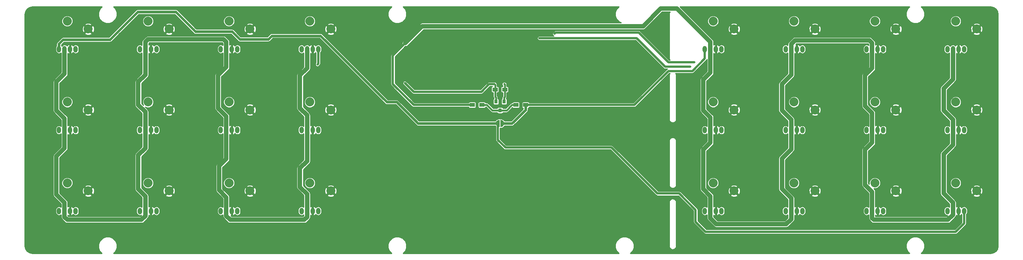
<source format=gbl>
G04 #@! TF.FileFunction,Copper,L2,Bot,Signal*
%FSLAX46Y46*%
G04 Gerber Fmt 4.6, Leading zero omitted, Abs format (unit mm)*
G04 Created by KiCad (PCBNEW 4.0.7) date 09/25/20 21:30:28*
%MOMM*%
%LPD*%
G01*
G04 APERTURE LIST*
%ADD10C,0.200000*%
%ADD11C,0.150000*%
%ADD12R,1.200000X0.900000*%
%ADD13O,1.000000X1.500000*%
%ADD14R,0.800000X0.900000*%
%ADD15C,2.032000*%
%ADD16C,0.500000*%
%ADD17C,0.300000*%
%ADD18C,0.500000*%
%ADD19C,1.000000*%
%ADD20C,0.600000*%
%ADD21C,0.400000*%
%ADD22C,0.254000*%
G04 APERTURE END LIST*
D10*
D11*
X166496000Y-115839600D02*
X166496000Y-117160400D01*
X166496000Y-117160400D02*
X166394400Y-117160400D01*
X166394400Y-117160400D02*
X166394400Y-115839600D01*
X166394400Y-115839600D02*
X166292800Y-115839600D01*
X166292800Y-115839600D02*
X166292800Y-117109600D01*
X166292800Y-117109600D02*
X166191200Y-117109600D01*
X166191200Y-117109600D02*
X166191200Y-115941200D01*
X166191200Y-115941200D02*
X166089600Y-115992000D01*
X166089600Y-115992000D02*
X166089600Y-116957200D01*
X166089600Y-116957200D02*
X165988000Y-116855600D01*
X165988000Y-116855600D02*
X165988000Y-116144400D01*
X165988000Y-116144400D02*
X165937200Y-116195200D01*
X165937200Y-116195200D02*
X165937200Y-116754000D01*
X167207200Y-117109600D02*
X167308800Y-117109600D01*
X167308800Y-117109600D02*
X167308800Y-115992000D01*
X167308800Y-115992000D02*
X167410400Y-115992000D01*
X167410400Y-115992000D02*
X167410400Y-116957200D01*
X167410400Y-116957200D02*
X167461200Y-116957200D01*
X167461200Y-116957200D02*
X167461200Y-116093600D01*
X167461200Y-116093600D02*
X167512000Y-116093600D01*
X167512000Y-116093600D02*
X167512000Y-116804800D01*
X167512000Y-116804800D02*
X167562800Y-116804800D01*
X167562800Y-116804800D02*
X167562800Y-116246000D01*
X167004000Y-115788800D02*
X167004000Y-117160400D01*
X167004000Y-117160400D02*
X167105600Y-117160400D01*
X167105600Y-117160400D02*
X167105600Y-115839600D01*
X167105600Y-115839600D02*
X167207200Y-115839600D01*
X167207200Y-115839600D02*
X167207200Y-117109600D01*
X167207200Y-117109600D02*
X167258000Y-117109600D01*
X166902400Y-115738000D02*
X166902400Y-117262000D01*
X166597600Y-115738000D02*
X166597600Y-117262000D01*
X166597600Y-117262000D02*
G75*
G02X165835600Y-116500000I0J762000D01*
G01*
X165835600Y-116500000D02*
G75*
G02X166597600Y-115738000I762000J0D01*
G01*
X166902400Y-115738000D02*
G75*
G02X167664400Y-116500000I0J-762000D01*
G01*
X167664400Y-116500000D02*
G75*
G02X166902400Y-117262000I-762000J0D01*
G01*
D12*
X172600000Y-112250000D03*
X170400000Y-112250000D03*
D13*
X272905000Y-136500000D03*
X271635000Y-136500000D03*
X270365000Y-136500000D03*
X269095000Y-136500000D03*
X254405000Y-136500000D03*
X253135000Y-136500000D03*
X251865000Y-136500000D03*
X250595000Y-136500000D03*
X235905000Y-136500000D03*
X234635000Y-136500000D03*
X233365000Y-136500000D03*
X232095000Y-136500000D03*
X217405000Y-136500000D03*
X216135000Y-136500000D03*
X214865000Y-136500000D03*
X213595000Y-136500000D03*
X272905000Y-118000000D03*
X271635000Y-118000000D03*
X270365000Y-118000000D03*
X269095000Y-118000000D03*
X254405000Y-118000000D03*
X253135000Y-118000000D03*
X251865000Y-118000000D03*
X250595000Y-118000000D03*
X235905000Y-118000000D03*
X234635000Y-118000000D03*
X233365000Y-118000000D03*
X232095000Y-118000000D03*
X217405000Y-118000000D03*
X216135000Y-118000000D03*
X214865000Y-118000000D03*
X213595000Y-118000000D03*
X272905000Y-99500000D03*
X271635000Y-99500000D03*
X270365000Y-99500000D03*
X269095000Y-99500000D03*
X254405000Y-99500000D03*
X253135000Y-99500000D03*
X251865000Y-99500000D03*
X250595000Y-99500000D03*
X235905000Y-99500000D03*
X234635000Y-99500000D03*
X233365000Y-99500000D03*
X232095000Y-99500000D03*
X217405000Y-99500000D03*
X216135000Y-99500000D03*
X214865000Y-99500000D03*
X213595000Y-99500000D03*
X69655000Y-99500000D03*
X68385000Y-99500000D03*
X67115000Y-99500000D03*
X65845000Y-99500000D03*
X88155000Y-99500000D03*
X86885000Y-99500000D03*
X85615000Y-99500000D03*
X84345000Y-99500000D03*
X106655000Y-99500000D03*
X105385000Y-99500000D03*
X104115000Y-99500000D03*
X102845000Y-99500000D03*
X125155000Y-99500000D03*
X123885000Y-99500000D03*
X122615000Y-99500000D03*
X121345000Y-99500000D03*
X69655000Y-118000000D03*
X68385000Y-118000000D03*
X67115000Y-118000000D03*
X65845000Y-118000000D03*
X88155000Y-118000000D03*
X86885000Y-118000000D03*
X85615000Y-118000000D03*
X84345000Y-118000000D03*
X106655000Y-118000000D03*
X105385000Y-118000000D03*
X104115000Y-118000000D03*
X102845000Y-118000000D03*
X125155000Y-118000000D03*
X123885000Y-118000000D03*
X122615000Y-118000000D03*
X121345000Y-118000000D03*
X69655000Y-136500000D03*
X68385000Y-136500000D03*
X67115000Y-136500000D03*
X65845000Y-136500000D03*
X88155000Y-136500000D03*
X86885000Y-136500000D03*
X85615000Y-136500000D03*
X84345000Y-136500000D03*
X106655000Y-136500000D03*
X105385000Y-136500000D03*
X104115000Y-136500000D03*
X102845000Y-136500000D03*
X125155000Y-136500000D03*
X123885000Y-136500000D03*
X122615000Y-136500000D03*
X121345000Y-136500000D03*
D10*
G36*
X166550000Y-115950000D02*
X166550000Y-117050000D01*
X165950000Y-116950000D01*
X165950000Y-116050000D01*
X166550000Y-115950000D01*
X166550000Y-115950000D01*
G37*
G36*
X166950000Y-117050000D02*
X166950000Y-115950000D01*
X167550000Y-116050000D01*
X167550000Y-116950000D01*
X166950000Y-117050000D01*
X166950000Y-117050000D01*
G37*
D14*
X165800000Y-111500000D03*
X167700000Y-111500000D03*
X166750000Y-113500000D03*
D12*
X165650000Y-108750000D03*
X167850000Y-108750000D03*
X160400000Y-112250000D03*
X162600000Y-112250000D03*
D15*
X72550000Y-94900000D03*
X67750000Y-93100000D03*
X220300000Y-94900000D03*
X215500000Y-93100000D03*
X238800000Y-94900000D03*
X234000000Y-93100000D03*
X257300000Y-94900000D03*
X252500000Y-93100000D03*
X275800000Y-94900000D03*
X271000000Y-93100000D03*
X220300000Y-113400000D03*
X215500000Y-111600000D03*
X238800000Y-113400000D03*
X234000000Y-111600000D03*
X257300000Y-113400000D03*
X252500000Y-111600000D03*
X275800000Y-113400000D03*
X271000000Y-111600000D03*
X220300000Y-131900000D03*
X215500000Y-130100000D03*
X238800000Y-131900000D03*
X234000000Y-130100000D03*
X257300000Y-131900000D03*
X252500000Y-130100000D03*
X275800000Y-131900000D03*
X271000000Y-130100000D03*
X91050000Y-94900000D03*
X86250000Y-93100000D03*
X109550000Y-94900000D03*
X104750000Y-93100000D03*
X128050000Y-94900000D03*
X123250000Y-93100000D03*
X72550000Y-113400000D03*
X67750000Y-111600000D03*
X91050000Y-113400000D03*
X86250000Y-111600000D03*
X109550000Y-113400000D03*
X104750000Y-111600000D03*
X128050000Y-113400000D03*
X123250000Y-111600000D03*
X72550000Y-131900000D03*
X67750000Y-130100000D03*
X91050000Y-131900000D03*
X86250000Y-130100000D03*
X109550000Y-131900000D03*
X104750000Y-130100000D03*
X128050000Y-131900000D03*
X123250000Y-130100000D03*
D16*
X193350000Y-107800000D03*
X155250000Y-107800000D03*
X175550000Y-107800000D03*
X185750000Y-98000000D03*
X180750000Y-98000000D03*
X167950000Y-97700000D03*
X160350000Y-97800000D03*
X150250000Y-97800000D03*
D17*
X175750000Y-97000000D03*
D16*
X210250000Y-103500000D03*
D17*
X179250000Y-96000000D03*
D16*
X211250000Y-102500000D03*
X145120000Y-98120000D03*
X125000000Y-103000000D03*
X145000000Y-107250000D03*
X165500000Y-107500000D03*
X167750000Y-107500000D03*
D18*
X196250000Y-97000000D02*
X198000000Y-97000000D01*
X196250000Y-97000000D02*
X175750000Y-97000000D01*
X204500000Y-103500000D02*
X210250000Y-103500000D01*
X198000000Y-97000000D02*
X204500000Y-103500000D01*
X196750000Y-95750000D02*
X198500000Y-95750000D01*
X179250000Y-96000000D02*
X179500000Y-95750000D01*
X179500000Y-95750000D02*
X196750000Y-95750000D01*
X205250000Y-102500000D02*
X211250000Y-102500000D01*
X198500000Y-95750000D02*
X205250000Y-102500000D01*
X271000000Y-112000000D02*
X271000000Y-111600000D01*
D19*
X214865000Y-99500000D02*
X214865000Y-97865000D01*
X214865000Y-97865000D02*
X207250000Y-90250000D01*
X207250000Y-90250000D02*
X203500000Y-90250000D01*
X203500000Y-90250000D02*
X199500000Y-94250000D01*
X199500000Y-94250000D02*
X148990000Y-94250000D01*
X148990000Y-94250000D02*
X148740000Y-94500000D01*
X148740000Y-94500000D02*
X145120000Y-98120000D01*
D18*
X145120000Y-98120000D02*
X145120000Y-98130000D01*
X145120000Y-98130000D02*
X142250000Y-101000000D01*
X142250000Y-101000000D02*
X142250000Y-107500000D01*
X142250000Y-107500000D02*
X147000000Y-112250000D01*
X147000000Y-112250000D02*
X160400000Y-112250000D01*
D19*
X270365000Y-118000000D02*
X270365000Y-115615000D01*
X270365000Y-106385000D02*
X270365000Y-99500000D01*
X268250000Y-108500000D02*
X270365000Y-106385000D01*
X268250000Y-113500000D02*
X268250000Y-108500000D01*
X270365000Y-115615000D02*
X268250000Y-113500000D01*
X270365000Y-136500000D02*
X270365000Y-134615000D01*
X270365000Y-121385000D02*
X270365000Y-118000000D01*
X268250000Y-123500000D02*
X270365000Y-121385000D01*
X268250000Y-132500000D02*
X268250000Y-123500000D01*
X270365000Y-134615000D02*
X268250000Y-132500000D01*
X251865000Y-136500000D02*
X251865000Y-138115000D01*
X270365000Y-137385000D02*
X270365000Y-136500000D01*
X269250000Y-138500000D02*
X270365000Y-137385000D01*
X252250000Y-138500000D02*
X269250000Y-138500000D01*
X251865000Y-138115000D02*
X252250000Y-138500000D01*
X251865000Y-118000000D02*
X251865000Y-120885000D01*
X251865000Y-132115000D02*
X251865000Y-136500000D01*
X250250000Y-130500000D02*
X251865000Y-132115000D01*
X250250000Y-122500000D02*
X250250000Y-130500000D01*
X251865000Y-120885000D02*
X250250000Y-122500000D01*
X251865000Y-99500000D02*
X251865000Y-103885000D01*
X251865000Y-114115000D02*
X251865000Y-118000000D01*
X250250000Y-112500000D02*
X251865000Y-114115000D01*
X250250000Y-105500000D02*
X250250000Y-112500000D01*
X251865000Y-103885000D02*
X250250000Y-105500000D01*
X233365000Y-99500000D02*
X233365000Y-98385000D01*
X251865000Y-98115000D02*
X251865000Y-99500000D01*
X251250000Y-97500000D02*
X251865000Y-98115000D01*
X234250000Y-97500000D02*
X251250000Y-97500000D01*
X233365000Y-98385000D02*
X234250000Y-97500000D01*
X233365000Y-118000000D02*
X233365000Y-115615000D01*
X233365000Y-105385000D02*
X233365000Y-99500000D01*
X231250000Y-107500000D02*
X233365000Y-105385000D01*
X231250000Y-113500000D02*
X231250000Y-107500000D01*
X233365000Y-115615000D02*
X231250000Y-113500000D01*
X233365000Y-136500000D02*
X233365000Y-133615000D01*
X233365000Y-122385000D02*
X233365000Y-118000000D01*
X231250000Y-124500000D02*
X233365000Y-122385000D01*
X231250000Y-131500000D02*
X231250000Y-124500000D01*
X233365000Y-133615000D02*
X231250000Y-131500000D01*
X214865000Y-136500000D02*
X214865000Y-138115000D01*
X233365000Y-138385000D02*
X233365000Y-136500000D01*
X232250000Y-139500000D02*
X233365000Y-138385000D01*
X216250000Y-139500000D02*
X232250000Y-139500000D01*
X214865000Y-138115000D02*
X216250000Y-139500000D01*
X214865000Y-118000000D02*
X214865000Y-120885000D01*
X214865000Y-133115000D02*
X214865000Y-136500000D01*
X213250000Y-131500000D02*
X214865000Y-133115000D01*
X213250000Y-122500000D02*
X213250000Y-131500000D01*
X214865000Y-120885000D02*
X213250000Y-122500000D01*
X214865000Y-99500000D02*
X214865000Y-104885000D01*
X214865000Y-104885000D02*
X213250000Y-106500000D01*
X213250000Y-106500000D02*
X213250000Y-113500000D01*
X213250000Y-113500000D02*
X214865000Y-115115000D01*
X214865000Y-115115000D02*
X214865000Y-118000000D01*
X67115000Y-118000000D02*
X67115000Y-115365000D01*
X67115000Y-105135000D02*
X67115000Y-99500000D01*
X65250000Y-107000000D02*
X67115000Y-105135000D01*
X65250000Y-113500000D02*
X65250000Y-107000000D01*
X67115000Y-115365000D02*
X65250000Y-113500000D01*
X67115000Y-136500000D02*
X67115000Y-134615000D01*
X67115000Y-122135000D02*
X67115000Y-118000000D01*
X65250000Y-124000000D02*
X67115000Y-122135000D01*
X65250000Y-132750000D02*
X65250000Y-124000000D01*
X67115000Y-134615000D02*
X65250000Y-132750000D01*
X85615000Y-136500000D02*
X85615000Y-137635000D01*
X67115000Y-137865000D02*
X67115000Y-136500000D01*
X67750000Y-138500000D02*
X67115000Y-137865000D01*
X84750000Y-138500000D02*
X67750000Y-138500000D01*
X85615000Y-137635000D02*
X84750000Y-138500000D01*
X85615000Y-118000000D02*
X85615000Y-122135000D01*
X85615000Y-133115000D02*
X85615000Y-136500000D01*
X84000000Y-131500000D02*
X85615000Y-133115000D01*
X84000000Y-123750000D02*
X84000000Y-131500000D01*
X85615000Y-122135000D02*
X84000000Y-123750000D01*
X85615000Y-99500000D02*
X85615000Y-105385000D01*
X85615000Y-113865000D02*
X85615000Y-118000000D01*
X84000000Y-112250000D02*
X85615000Y-113865000D01*
X84000000Y-107000000D02*
X84000000Y-112250000D01*
X85615000Y-105385000D02*
X84000000Y-107000000D01*
X104115000Y-99500000D02*
X104115000Y-97865000D01*
X85615000Y-97885000D02*
X85615000Y-99500000D01*
X86250000Y-97250000D02*
X85615000Y-97885000D01*
X103500000Y-97250000D02*
X86250000Y-97250000D01*
X104115000Y-97865000D02*
X103500000Y-97250000D01*
X104115000Y-118000000D02*
X104115000Y-114865000D01*
X104115000Y-103635000D02*
X104115000Y-99500000D01*
X102250000Y-105500000D02*
X104115000Y-103635000D01*
X102250000Y-113000000D02*
X102250000Y-105500000D01*
X104115000Y-114865000D02*
X102250000Y-113000000D01*
X104115000Y-136500000D02*
X104115000Y-133365000D01*
X104115000Y-124635000D02*
X104115000Y-118000000D01*
X102500000Y-126250000D02*
X104115000Y-124635000D01*
X102500000Y-131750000D02*
X102500000Y-126250000D01*
X104115000Y-133365000D02*
X102500000Y-131750000D01*
X122615000Y-136500000D02*
X122615000Y-137885000D01*
X104115000Y-137615000D02*
X104115000Y-136500000D01*
X105000000Y-138500000D02*
X104115000Y-137615000D01*
X122000000Y-138500000D02*
X105000000Y-138500000D01*
X122615000Y-137885000D02*
X122000000Y-138500000D01*
X122615000Y-118000000D02*
X122615000Y-125135000D01*
X122615000Y-132615000D02*
X122615000Y-136500000D01*
X121000000Y-131000000D02*
X122615000Y-132615000D01*
X121000000Y-126750000D02*
X121000000Y-131000000D01*
X122615000Y-125135000D02*
X121000000Y-126750000D01*
X122615000Y-99500000D02*
X122615000Y-103885000D01*
X122615000Y-114615000D02*
X122615000Y-118000000D01*
X121000000Y-113000000D02*
X122615000Y-114615000D01*
X121000000Y-105500000D02*
X121000000Y-113000000D01*
X122615000Y-103885000D02*
X121000000Y-105500000D01*
D18*
X197250000Y-112250000D02*
X197500000Y-112250000D01*
X172600000Y-112250000D02*
X197250000Y-112250000D01*
X213595000Y-101655000D02*
X213595000Y-99500000D01*
X210750000Y-104500000D02*
X213595000Y-101655000D01*
X205250000Y-104500000D02*
X210750000Y-104500000D01*
X197500000Y-112250000D02*
X205250000Y-104500000D01*
D20*
X167250000Y-116500000D02*
X169500000Y-116500000D01*
X172600000Y-113400000D02*
X172600000Y-112250000D01*
X169500000Y-116500000D02*
X172600000Y-113400000D01*
D18*
X168000000Y-122000000D02*
X192250000Y-122000000D01*
X166250000Y-120250000D02*
X168000000Y-122000000D01*
X166250000Y-116500000D02*
X166250000Y-120250000D01*
X272905000Y-139345000D02*
X272905000Y-136500000D01*
X271000000Y-141250000D02*
X272905000Y-139345000D01*
X213750000Y-141250000D02*
X271000000Y-141250000D01*
X211500000Y-139000000D02*
X213750000Y-141250000D01*
X211500000Y-136250000D02*
X211500000Y-139000000D01*
X207750000Y-132500000D02*
X211500000Y-136250000D01*
X202750000Y-132500000D02*
X207750000Y-132500000D01*
X192250000Y-122000000D02*
X202750000Y-132500000D01*
D20*
X140850000Y-111600000D02*
X143100000Y-111600000D01*
X66800000Y-97350000D02*
X65845000Y-98305000D01*
X77500000Y-97350000D02*
X66800000Y-97350000D01*
X83850000Y-91000000D02*
X77500000Y-97350000D01*
X92600000Y-91000000D02*
X83850000Y-91000000D01*
X97100000Y-95500000D02*
X92600000Y-91000000D01*
X105450000Y-95500000D02*
X97100000Y-95500000D01*
X107200000Y-97250000D02*
X105450000Y-95500000D01*
X113750000Y-97250000D02*
X107200000Y-97250000D01*
X114550000Y-96450000D02*
X113750000Y-97250000D01*
X125700000Y-96450000D02*
X114550000Y-96450000D01*
X65845000Y-99500000D02*
X65845000Y-98305000D01*
X140850000Y-111600000D02*
X125700000Y-96450000D01*
X148000000Y-116500000D02*
X166250000Y-116500000D01*
X143100000Y-111600000D02*
X148000000Y-116500000D01*
D18*
X125155000Y-102845000D02*
X125155000Y-99500000D01*
X125000000Y-103000000D02*
X125155000Y-102845000D01*
X164250000Y-107500000D02*
X165500000Y-107500000D01*
X162500000Y-109250000D02*
X164250000Y-107500000D01*
X147000000Y-109250000D02*
X162500000Y-109250000D01*
X145000000Y-107250000D02*
X147000000Y-109250000D01*
D21*
X165650000Y-107650000D02*
X165650000Y-108750000D01*
X165500000Y-107500000D02*
X165650000Y-107650000D01*
X165650000Y-108750000D02*
X165650000Y-110400000D01*
X165800000Y-110550000D02*
X165800000Y-111500000D01*
X165650000Y-110400000D02*
X165800000Y-110550000D01*
X167850000Y-107600000D02*
X167850000Y-108750000D01*
X167750000Y-107500000D02*
X167850000Y-107600000D01*
X167700000Y-111500000D02*
X167700000Y-110550000D01*
X167850000Y-110400000D02*
X167850000Y-108750000D01*
X167700000Y-110550000D02*
X167850000Y-110400000D01*
X166750000Y-113500000D02*
X168250000Y-113500000D01*
X169500000Y-112250000D02*
X170400000Y-112250000D01*
X168250000Y-113500000D02*
X169500000Y-112250000D01*
X166750000Y-113500000D02*
X165000000Y-113500000D01*
X163750000Y-112250000D02*
X162600000Y-112250000D01*
X165000000Y-113500000D02*
X163750000Y-112250000D01*
D22*
G36*
X75197869Y-90293578D02*
X74873370Y-91075057D01*
X74872632Y-91921230D01*
X75195766Y-92703274D01*
X75793578Y-93302131D01*
X76575057Y-93626630D01*
X77421230Y-93627368D01*
X78203274Y-93304234D01*
X78802131Y-92706422D01*
X79126630Y-91924943D01*
X79127368Y-91078770D01*
X78804234Y-90296726D01*
X78335328Y-89827000D01*
X141915263Y-89827000D01*
X141447869Y-90293578D01*
X141123370Y-91075057D01*
X141122632Y-91921230D01*
X141445766Y-92703274D01*
X142043578Y-93302131D01*
X142825057Y-93626630D01*
X143671230Y-93627368D01*
X144453274Y-93304234D01*
X145052131Y-92706422D01*
X145376630Y-91924943D01*
X145377368Y-91078770D01*
X145054234Y-90296726D01*
X144585328Y-89827000D01*
X193915263Y-89827000D01*
X193447869Y-90293578D01*
X193123370Y-91075057D01*
X193122632Y-91921230D01*
X193445766Y-92703274D01*
X194043578Y-93302131D01*
X194455076Y-93473000D01*
X148990000Y-93473000D01*
X148692655Y-93532146D01*
X148440578Y-93700578D01*
X144570578Y-97570578D01*
X144402146Y-97822655D01*
X144343000Y-98120000D01*
X144349920Y-98154790D01*
X141877355Y-100627355D01*
X141763115Y-100798325D01*
X141763115Y-100798326D01*
X141723000Y-101000000D01*
X141723000Y-107500000D01*
X141763115Y-107701675D01*
X141877355Y-107872645D01*
X146627354Y-112622645D01*
X146741594Y-112698978D01*
X146798326Y-112736885D01*
X147000000Y-112777000D01*
X159532063Y-112777000D01*
X159536889Y-112802650D01*
X159597555Y-112896927D01*
X159690120Y-112960175D01*
X159800000Y-112982426D01*
X161000000Y-112982426D01*
X161102650Y-112963111D01*
X161196927Y-112902445D01*
X161260175Y-112809880D01*
X161282426Y-112700000D01*
X161282426Y-111800000D01*
X161717574Y-111800000D01*
X161717574Y-112700000D01*
X161736889Y-112802650D01*
X161797555Y-112896927D01*
X161890120Y-112960175D01*
X162000000Y-112982426D01*
X163200000Y-112982426D01*
X163302650Y-112963111D01*
X163396927Y-112902445D01*
X163460175Y-112809880D01*
X163476958Y-112727000D01*
X163552420Y-112727000D01*
X164662710Y-113837290D01*
X164817460Y-113940691D01*
X165000000Y-113977000D01*
X166072654Y-113977000D01*
X166086889Y-114052650D01*
X166147555Y-114146927D01*
X166240120Y-114210175D01*
X166350000Y-114232426D01*
X167150000Y-114232426D01*
X167252650Y-114213111D01*
X167346927Y-114152445D01*
X167410175Y-114059880D01*
X167426958Y-113977000D01*
X168250000Y-113977000D01*
X168432540Y-113940691D01*
X168587290Y-113837290D01*
X169570186Y-112854394D01*
X169597555Y-112896927D01*
X169690120Y-112960175D01*
X169800000Y-112982426D01*
X171000000Y-112982426D01*
X171102650Y-112963111D01*
X171196927Y-112902445D01*
X171260175Y-112809880D01*
X171282426Y-112700000D01*
X171282426Y-111800000D01*
X171263111Y-111697350D01*
X171202445Y-111603073D01*
X171109880Y-111539825D01*
X171000000Y-111517574D01*
X169800000Y-111517574D01*
X169697350Y-111536889D01*
X169603073Y-111597555D01*
X169539825Y-111690120D01*
X169523042Y-111773000D01*
X169500000Y-111773000D01*
X169317460Y-111809309D01*
X169162710Y-111912710D01*
X168052420Y-113023000D01*
X167427346Y-113023000D01*
X167413111Y-112947350D01*
X167352445Y-112853073D01*
X167259880Y-112789825D01*
X167150000Y-112767574D01*
X166350000Y-112767574D01*
X166247350Y-112786889D01*
X166153073Y-112847555D01*
X166089825Y-112940120D01*
X166073042Y-113023000D01*
X165197580Y-113023000D01*
X164087290Y-111912710D01*
X163932540Y-111809309D01*
X163750000Y-111773000D01*
X163477346Y-111773000D01*
X163463111Y-111697350D01*
X163402445Y-111603073D01*
X163309880Y-111539825D01*
X163200000Y-111517574D01*
X162000000Y-111517574D01*
X161897350Y-111536889D01*
X161803073Y-111597555D01*
X161739825Y-111690120D01*
X161717574Y-111800000D01*
X161282426Y-111800000D01*
X161263111Y-111697350D01*
X161202445Y-111603073D01*
X161109880Y-111539825D01*
X161000000Y-111517574D01*
X159800000Y-111517574D01*
X159697350Y-111536889D01*
X159603073Y-111597555D01*
X159539825Y-111690120D01*
X159533167Y-111723000D01*
X147218291Y-111723000D01*
X142849658Y-107354367D01*
X144472908Y-107354367D01*
X144552970Y-107548132D01*
X144701088Y-107696509D01*
X144701312Y-107696602D01*
X146627355Y-109622645D01*
X146798325Y-109736885D01*
X147000000Y-109777000D01*
X162500000Y-109777000D01*
X162701675Y-109736885D01*
X162872645Y-109622645D01*
X164468290Y-108027000D01*
X164999905Y-108027000D01*
X164947350Y-108036889D01*
X164853073Y-108097555D01*
X164789825Y-108190120D01*
X164767574Y-108300000D01*
X164767574Y-109200000D01*
X164786889Y-109302650D01*
X164847555Y-109396927D01*
X164940120Y-109460175D01*
X165050000Y-109482426D01*
X165173000Y-109482426D01*
X165173000Y-110400000D01*
X165209309Y-110582540D01*
X165312710Y-110737290D01*
X165323000Y-110747580D01*
X165323000Y-110782063D01*
X165297350Y-110786889D01*
X165203073Y-110847555D01*
X165139825Y-110940120D01*
X165117574Y-111050000D01*
X165117574Y-111950000D01*
X165136889Y-112052650D01*
X165197555Y-112146927D01*
X165290120Y-112210175D01*
X165400000Y-112232426D01*
X166200000Y-112232426D01*
X166302650Y-112213111D01*
X166396927Y-112152445D01*
X166460175Y-112059880D01*
X166482426Y-111950000D01*
X166482426Y-111050000D01*
X166463111Y-110947350D01*
X166402445Y-110853073D01*
X166309880Y-110789825D01*
X166277000Y-110783167D01*
X166277000Y-110550000D01*
X166240691Y-110367460D01*
X166137290Y-110212710D01*
X166127000Y-110202420D01*
X166127000Y-109482426D01*
X166250000Y-109482426D01*
X166352650Y-109463111D01*
X166446927Y-109402445D01*
X166510175Y-109309880D01*
X166532426Y-109200000D01*
X166532426Y-108300000D01*
X166967574Y-108300000D01*
X166967574Y-109200000D01*
X166986889Y-109302650D01*
X167047555Y-109396927D01*
X167140120Y-109460175D01*
X167250000Y-109482426D01*
X167373000Y-109482426D01*
X167373000Y-110202420D01*
X167362710Y-110212710D01*
X167259309Y-110367460D01*
X167223000Y-110550000D01*
X167223000Y-110782063D01*
X167197350Y-110786889D01*
X167103073Y-110847555D01*
X167039825Y-110940120D01*
X167017574Y-111050000D01*
X167017574Y-111950000D01*
X167036889Y-112052650D01*
X167097555Y-112146927D01*
X167190120Y-112210175D01*
X167300000Y-112232426D01*
X168100000Y-112232426D01*
X168202650Y-112213111D01*
X168296927Y-112152445D01*
X168360175Y-112059880D01*
X168382426Y-111950000D01*
X168382426Y-111050000D01*
X168363111Y-110947350D01*
X168302445Y-110853073D01*
X168209880Y-110789825D01*
X168177000Y-110783167D01*
X168177000Y-110747580D01*
X168187290Y-110737290D01*
X168290691Y-110582540D01*
X168327000Y-110400000D01*
X168327000Y-109482426D01*
X168450000Y-109482426D01*
X168552650Y-109463111D01*
X168646927Y-109402445D01*
X168710175Y-109309880D01*
X168732426Y-109200000D01*
X168732426Y-108300000D01*
X168713111Y-108197350D01*
X168652445Y-108103073D01*
X168559880Y-108039825D01*
X168450000Y-108017574D01*
X168327000Y-108017574D01*
X168327000Y-107600000D01*
X168307109Y-107500000D01*
X168290691Y-107417459D01*
X168277091Y-107397105D01*
X168277092Y-107395633D01*
X168197030Y-107201868D01*
X168048912Y-107053491D01*
X167855287Y-106973091D01*
X167645633Y-106972908D01*
X167451868Y-107052970D01*
X167303491Y-107201088D01*
X167223091Y-107394713D01*
X167222908Y-107604367D01*
X167302970Y-107798132D01*
X167373000Y-107868284D01*
X167373000Y-108017574D01*
X167250000Y-108017574D01*
X167147350Y-108036889D01*
X167053073Y-108097555D01*
X166989825Y-108190120D01*
X166967574Y-108300000D01*
X166532426Y-108300000D01*
X166513111Y-108197350D01*
X166452445Y-108103073D01*
X166359880Y-108039825D01*
X166250000Y-108017574D01*
X166127000Y-108017574D01*
X166127000Y-107650000D01*
X166090691Y-107467460D01*
X166001804Y-107334432D01*
X165947030Y-107201868D01*
X165798912Y-107053491D01*
X165605287Y-106973091D01*
X165395633Y-106972908D01*
X165395410Y-106973000D01*
X164250000Y-106973000D01*
X164048326Y-107013115D01*
X163877355Y-107127355D01*
X162281710Y-108723000D01*
X147218290Y-108723000D01*
X145373829Y-106878539D01*
X145298912Y-106803491D01*
X145105287Y-106723091D01*
X144895633Y-106722908D01*
X144701868Y-106802970D01*
X144553491Y-106951088D01*
X144473091Y-107144713D01*
X144472908Y-107354367D01*
X142849658Y-107354367D01*
X142777000Y-107281710D01*
X142777000Y-101218290D01*
X145101892Y-98893398D01*
X145120000Y-98897000D01*
X145417345Y-98837854D01*
X145669422Y-98669422D01*
X149311844Y-95027000D01*
X199500000Y-95027000D01*
X199797345Y-94967854D01*
X200049422Y-94799422D01*
X203821844Y-91027000D01*
X205582979Y-91027000D01*
X205516170Y-91126985D01*
X205467343Y-91244861D01*
X205467343Y-91244863D01*
X205429283Y-91436206D01*
X205429283Y-91468413D01*
X205423000Y-91500000D01*
X205423000Y-101500000D01*
X205429283Y-101531587D01*
X205429283Y-101563794D01*
X205467343Y-101755136D01*
X205467343Y-101755139D01*
X205516170Y-101873015D01*
X205582979Y-101973000D01*
X205468291Y-101973000D01*
X198872645Y-95377355D01*
X198701675Y-95263115D01*
X198500000Y-95223000D01*
X179500000Y-95223000D01*
X179298326Y-95263115D01*
X179241594Y-95301022D01*
X179127354Y-95377355D01*
X178877355Y-95627355D01*
X178763115Y-95798325D01*
X178723000Y-96000000D01*
X178763115Y-96201675D01*
X178877355Y-96372645D01*
X179027545Y-96473000D01*
X175750000Y-96473000D01*
X175548326Y-96513115D01*
X175377355Y-96627355D01*
X175263115Y-96798326D01*
X175223000Y-97000000D01*
X175263115Y-97201674D01*
X175377355Y-97372645D01*
X175548326Y-97486885D01*
X175750000Y-97527000D01*
X197781710Y-97527000D01*
X204127355Y-103872645D01*
X204298325Y-103986885D01*
X204500000Y-104027000D01*
X205027545Y-104027000D01*
X204877355Y-104127355D01*
X197281710Y-111723000D01*
X173467937Y-111723000D01*
X173463111Y-111697350D01*
X173402445Y-111603073D01*
X173309880Y-111539825D01*
X173200000Y-111517574D01*
X172000000Y-111517574D01*
X171897350Y-111536889D01*
X171803073Y-111597555D01*
X171739825Y-111690120D01*
X171717574Y-111800000D01*
X171717574Y-112700000D01*
X171736889Y-112802650D01*
X171797555Y-112896927D01*
X171890120Y-112960175D01*
X172000000Y-112982426D01*
X172023000Y-112982426D01*
X172023000Y-113160998D01*
X169260998Y-115923000D01*
X167839048Y-115923000D01*
X167733892Y-115765624D01*
X167636774Y-115668506D01*
X167389566Y-115503327D01*
X167262677Y-115450767D01*
X167262672Y-115450767D01*
X166971072Y-115392764D01*
X166936404Y-115392764D01*
X166902400Y-115386000D01*
X166868398Y-115392763D01*
X166801697Y-115406031D01*
X166767695Y-115412794D01*
X166750000Y-115424617D01*
X166732305Y-115412794D01*
X166698303Y-115406031D01*
X166666272Y-115392763D01*
X166631602Y-115392763D01*
X166597600Y-115386000D01*
X166563596Y-115392764D01*
X166528928Y-115392764D01*
X166237328Y-115450767D01*
X166237323Y-115450767D01*
X166173878Y-115477047D01*
X166110434Y-115503326D01*
X166110431Y-115503329D01*
X165863226Y-115668506D01*
X165766108Y-115765624D01*
X165660952Y-115923000D01*
X148239001Y-115923000D01*
X143508001Y-111191999D01*
X143320808Y-111066922D01*
X143100000Y-111022999D01*
X143099995Y-111023000D01*
X141089001Y-111023000D01*
X126108001Y-96041999D01*
X125933395Y-95925332D01*
X127204273Y-95925332D01*
X127318857Y-96122397D01*
X127842302Y-96309144D01*
X128397368Y-96281362D01*
X128781143Y-96122397D01*
X128895727Y-95925332D01*
X128050000Y-95079605D01*
X127204273Y-95925332D01*
X125933395Y-95925332D01*
X125920808Y-95916922D01*
X125700000Y-95872999D01*
X125699995Y-95873000D01*
X114550005Y-95873000D01*
X114550000Y-95872999D01*
X114329192Y-95916922D01*
X114141999Y-96041999D01*
X113510998Y-96673000D01*
X107439001Y-96673000D01*
X106691334Y-95925332D01*
X108704273Y-95925332D01*
X108818857Y-96122397D01*
X109342302Y-96309144D01*
X109897368Y-96281362D01*
X110281143Y-96122397D01*
X110395727Y-95925332D01*
X109550000Y-95079605D01*
X108704273Y-95925332D01*
X106691334Y-95925332D01*
X105858001Y-95091999D01*
X105670808Y-94966922D01*
X105450000Y-94922999D01*
X105449995Y-94923000D01*
X97339002Y-94923000D01*
X97108304Y-94692302D01*
X108140856Y-94692302D01*
X108168638Y-95247368D01*
X108327603Y-95631143D01*
X108524668Y-95745727D01*
X109370395Y-94900000D01*
X109729605Y-94900000D01*
X110575332Y-95745727D01*
X110772397Y-95631143D01*
X110959144Y-95107698D01*
X110938353Y-94692302D01*
X126640856Y-94692302D01*
X126668638Y-95247368D01*
X126827603Y-95631143D01*
X127024668Y-95745727D01*
X127870395Y-94900000D01*
X128229605Y-94900000D01*
X129075332Y-95745727D01*
X129272397Y-95631143D01*
X129459144Y-95107698D01*
X129431362Y-94552632D01*
X129272397Y-94168857D01*
X129075332Y-94054273D01*
X128229605Y-94900000D01*
X127870395Y-94900000D01*
X127024668Y-94054273D01*
X126827603Y-94168857D01*
X126640856Y-94692302D01*
X110938353Y-94692302D01*
X110931362Y-94552632D01*
X110772397Y-94168857D01*
X110575332Y-94054273D01*
X109729605Y-94900000D01*
X109370395Y-94900000D01*
X108524668Y-94054273D01*
X108327603Y-94168857D01*
X108140856Y-94692302D01*
X97108304Y-94692302D01*
X95772067Y-93356065D01*
X103456776Y-93356065D01*
X103653209Y-93831469D01*
X104016618Y-94195513D01*
X104491678Y-94392775D01*
X105006065Y-94393224D01*
X105481469Y-94196791D01*
X105804154Y-93874668D01*
X108704273Y-93874668D01*
X109550000Y-94720395D01*
X110395727Y-93874668D01*
X110281143Y-93677603D01*
X109757698Y-93490856D01*
X109202632Y-93518638D01*
X108818857Y-93677603D01*
X108704273Y-93874668D01*
X105804154Y-93874668D01*
X105845513Y-93833382D01*
X106042775Y-93358322D01*
X106042776Y-93356065D01*
X121956776Y-93356065D01*
X122153209Y-93831469D01*
X122516618Y-94195513D01*
X122991678Y-94392775D01*
X123506065Y-94393224D01*
X123981469Y-94196791D01*
X124304154Y-93874668D01*
X127204273Y-93874668D01*
X128050000Y-94720395D01*
X128895727Y-93874668D01*
X128781143Y-93677603D01*
X128257698Y-93490856D01*
X127702632Y-93518638D01*
X127318857Y-93677603D01*
X127204273Y-93874668D01*
X124304154Y-93874668D01*
X124345513Y-93833382D01*
X124542775Y-93358322D01*
X124543224Y-92843935D01*
X124346791Y-92368531D01*
X123983382Y-92004487D01*
X123508322Y-91807225D01*
X122993935Y-91806776D01*
X122518531Y-92003209D01*
X122154487Y-92366618D01*
X121957225Y-92841678D01*
X121956776Y-93356065D01*
X106042776Y-93356065D01*
X106043224Y-92843935D01*
X105846791Y-92368531D01*
X105483382Y-92004487D01*
X105008322Y-91807225D01*
X104493935Y-91806776D01*
X104018531Y-92003209D01*
X103654487Y-92366618D01*
X103457225Y-92841678D01*
X103456776Y-93356065D01*
X95772067Y-93356065D01*
X93008001Y-90591999D01*
X92820808Y-90466922D01*
X92600000Y-90422999D01*
X92599995Y-90423000D01*
X83850000Y-90423000D01*
X83629192Y-90466922D01*
X83441999Y-90591999D01*
X77260998Y-96773000D01*
X66800005Y-96773000D01*
X66800000Y-96772999D01*
X66579192Y-96816922D01*
X66391999Y-96941999D01*
X65436999Y-97896999D01*
X65311922Y-98084192D01*
X65267999Y-98305000D01*
X65268000Y-98305005D01*
X65268000Y-98721732D01*
X65127146Y-98932535D01*
X65068000Y-99229880D01*
X65068000Y-99770120D01*
X65127146Y-100067465D01*
X65295578Y-100319542D01*
X65547655Y-100487974D01*
X65845000Y-100547120D01*
X66142345Y-100487974D01*
X66338000Y-100357242D01*
X66338000Y-104813156D01*
X64700578Y-106450578D01*
X64532146Y-106702655D01*
X64473000Y-107000000D01*
X64473000Y-113500000D01*
X64532146Y-113797345D01*
X64700578Y-114049422D01*
X66338000Y-115686844D01*
X66338000Y-117142758D01*
X66142345Y-117012026D01*
X65845000Y-116952880D01*
X65547655Y-117012026D01*
X65295578Y-117180458D01*
X65127146Y-117432535D01*
X65068000Y-117729880D01*
X65068000Y-118270120D01*
X65127146Y-118567465D01*
X65295578Y-118819542D01*
X65547655Y-118987974D01*
X65845000Y-119047120D01*
X66142345Y-118987974D01*
X66338000Y-118857242D01*
X66338000Y-121813156D01*
X64700578Y-123450578D01*
X64532146Y-123702655D01*
X64473000Y-124000000D01*
X64473000Y-132750000D01*
X64532146Y-133047345D01*
X64700578Y-133299422D01*
X66338000Y-134936844D01*
X66338000Y-135642758D01*
X66142345Y-135512026D01*
X65845000Y-135452880D01*
X65547655Y-135512026D01*
X65295578Y-135680458D01*
X65127146Y-135932535D01*
X65068000Y-136229880D01*
X65068000Y-136770120D01*
X65127146Y-137067465D01*
X65295578Y-137319542D01*
X65547655Y-137487974D01*
X65845000Y-137547120D01*
X66142345Y-137487974D01*
X66338000Y-137357242D01*
X66338000Y-137865000D01*
X66397146Y-138162345D01*
X66565578Y-138414422D01*
X67200578Y-139049422D01*
X67452655Y-139217854D01*
X67750000Y-139277000D01*
X84750000Y-139277000D01*
X85047345Y-139217854D01*
X85299422Y-139049422D01*
X86164422Y-138184422D01*
X86332854Y-137932345D01*
X86392000Y-137635000D01*
X86392000Y-137480469D01*
X86557678Y-137586507D01*
X86623184Y-137591198D01*
X86758000Y-137525419D01*
X86758000Y-136627000D01*
X86738000Y-136627000D01*
X86738000Y-136373000D01*
X86758000Y-136373000D01*
X86758000Y-135474581D01*
X87012000Y-135474581D01*
X87012000Y-136373000D01*
X87032000Y-136373000D01*
X87032000Y-136627000D01*
X87012000Y-136627000D01*
X87012000Y-137525419D01*
X87146816Y-137591198D01*
X87212322Y-137586507D01*
X87507523Y-137397571D01*
X87584209Y-137287561D01*
X87605578Y-137319542D01*
X87857655Y-137487974D01*
X88155000Y-137547120D01*
X88452345Y-137487974D01*
X88704422Y-137319542D01*
X88872854Y-137067465D01*
X88932000Y-136770120D01*
X88932000Y-136229880D01*
X88872854Y-135932535D01*
X88704422Y-135680458D01*
X88452345Y-135512026D01*
X88155000Y-135452880D01*
X87857655Y-135512026D01*
X87605578Y-135680458D01*
X87584209Y-135712439D01*
X87507523Y-135602429D01*
X87212322Y-135413493D01*
X87146816Y-135408802D01*
X87012000Y-135474581D01*
X86758000Y-135474581D01*
X86623184Y-135408802D01*
X86557678Y-135413493D01*
X86392000Y-135519531D01*
X86392000Y-133115000D01*
X86354273Y-132925332D01*
X90204273Y-132925332D01*
X90318857Y-133122397D01*
X90842302Y-133309144D01*
X91397368Y-133281362D01*
X91781143Y-133122397D01*
X91895727Y-132925332D01*
X91050000Y-132079605D01*
X90204273Y-132925332D01*
X86354273Y-132925332D01*
X86332854Y-132817655D01*
X86164422Y-132565578D01*
X85291146Y-131692302D01*
X89640856Y-131692302D01*
X89668638Y-132247368D01*
X89827603Y-132631143D01*
X90024668Y-132745727D01*
X90870395Y-131900000D01*
X91229605Y-131900000D01*
X92075332Y-132745727D01*
X92272397Y-132631143D01*
X92459144Y-132107698D01*
X92431362Y-131552632D01*
X92272397Y-131168857D01*
X92075332Y-131054273D01*
X91229605Y-131900000D01*
X90870395Y-131900000D01*
X90024668Y-131054273D01*
X89827603Y-131168857D01*
X89640856Y-131692302D01*
X85291146Y-131692302D01*
X84777000Y-131178156D01*
X84777000Y-130356065D01*
X84956776Y-130356065D01*
X85153209Y-130831469D01*
X85516618Y-131195513D01*
X85991678Y-131392775D01*
X86506065Y-131393224D01*
X86981469Y-131196791D01*
X87304154Y-130874668D01*
X90204273Y-130874668D01*
X91050000Y-131720395D01*
X91895727Y-130874668D01*
X91781143Y-130677603D01*
X91257698Y-130490856D01*
X90702632Y-130518638D01*
X90318857Y-130677603D01*
X90204273Y-130874668D01*
X87304154Y-130874668D01*
X87345513Y-130833382D01*
X87542775Y-130358322D01*
X87543224Y-129843935D01*
X87346791Y-129368531D01*
X86983382Y-129004487D01*
X86508322Y-128807225D01*
X85993935Y-128806776D01*
X85518531Y-129003209D01*
X85154487Y-129366618D01*
X84957225Y-129841678D01*
X84956776Y-130356065D01*
X84777000Y-130356065D01*
X84777000Y-124071844D01*
X86164422Y-122684422D01*
X86332854Y-122432345D01*
X86392000Y-122135000D01*
X86392000Y-118980469D01*
X86557678Y-119086507D01*
X86623184Y-119091198D01*
X86758000Y-119025419D01*
X86758000Y-118127000D01*
X86738000Y-118127000D01*
X86738000Y-117873000D01*
X86758000Y-117873000D01*
X86758000Y-116974581D01*
X87012000Y-116974581D01*
X87012000Y-117873000D01*
X87032000Y-117873000D01*
X87032000Y-118127000D01*
X87012000Y-118127000D01*
X87012000Y-119025419D01*
X87146816Y-119091198D01*
X87212322Y-119086507D01*
X87507523Y-118897571D01*
X87584209Y-118787561D01*
X87605578Y-118819542D01*
X87857655Y-118987974D01*
X88155000Y-119047120D01*
X88452345Y-118987974D01*
X88704422Y-118819542D01*
X88872854Y-118567465D01*
X88932000Y-118270120D01*
X88932000Y-117729880D01*
X88872854Y-117432535D01*
X88704422Y-117180458D01*
X88452345Y-117012026D01*
X88155000Y-116952880D01*
X87857655Y-117012026D01*
X87605578Y-117180458D01*
X87584209Y-117212439D01*
X87507523Y-117102429D01*
X87212322Y-116913493D01*
X87146816Y-116908802D01*
X87012000Y-116974581D01*
X86758000Y-116974581D01*
X86623184Y-116908802D01*
X86557678Y-116913493D01*
X86392000Y-117019531D01*
X86392000Y-114425332D01*
X90204273Y-114425332D01*
X90318857Y-114622397D01*
X90842302Y-114809144D01*
X91397368Y-114781362D01*
X91781143Y-114622397D01*
X91895727Y-114425332D01*
X91050000Y-113579605D01*
X90204273Y-114425332D01*
X86392000Y-114425332D01*
X86392000Y-113865000D01*
X86332854Y-113567655D01*
X86164422Y-113315578D01*
X86041146Y-113192302D01*
X89640856Y-113192302D01*
X89668638Y-113747368D01*
X89827603Y-114131143D01*
X90024668Y-114245727D01*
X90870395Y-113400000D01*
X91229605Y-113400000D01*
X92075332Y-114245727D01*
X92272397Y-114131143D01*
X92459144Y-113607698D01*
X92431362Y-113052632D01*
X92272397Y-112668857D01*
X92075332Y-112554273D01*
X91229605Y-113400000D01*
X90870395Y-113400000D01*
X90024668Y-112554273D01*
X89827603Y-112668857D01*
X89640856Y-113192302D01*
X86041146Y-113192302D01*
X85564054Y-112715210D01*
X85991678Y-112892775D01*
X86506065Y-112893224D01*
X86981469Y-112696791D01*
X87304154Y-112374668D01*
X90204273Y-112374668D01*
X91050000Y-113220395D01*
X91895727Y-112374668D01*
X91781143Y-112177603D01*
X91257698Y-111990856D01*
X90702632Y-112018638D01*
X90318857Y-112177603D01*
X90204273Y-112374668D01*
X87304154Y-112374668D01*
X87345513Y-112333382D01*
X87542775Y-111858322D01*
X87543224Y-111343935D01*
X87346791Y-110868531D01*
X86983382Y-110504487D01*
X86508322Y-110307225D01*
X85993935Y-110306776D01*
X85518531Y-110503209D01*
X85154487Y-110866618D01*
X84957225Y-111341678D01*
X84956776Y-111856065D01*
X85134124Y-112285280D01*
X84777000Y-111928156D01*
X84777000Y-107321844D01*
X86164422Y-105934422D01*
X86332854Y-105682345D01*
X86392000Y-105385000D01*
X86392000Y-100480469D01*
X86557678Y-100586507D01*
X86623184Y-100591198D01*
X86758000Y-100525419D01*
X86758000Y-99627000D01*
X86738000Y-99627000D01*
X86738000Y-99373000D01*
X86758000Y-99373000D01*
X86758000Y-98474581D01*
X87012000Y-98474581D01*
X87012000Y-99373000D01*
X87032000Y-99373000D01*
X87032000Y-99627000D01*
X87012000Y-99627000D01*
X87012000Y-100525419D01*
X87146816Y-100591198D01*
X87212322Y-100586507D01*
X87507523Y-100397571D01*
X87584209Y-100287561D01*
X87605578Y-100319542D01*
X87857655Y-100487974D01*
X88155000Y-100547120D01*
X88452345Y-100487974D01*
X88704422Y-100319542D01*
X88872854Y-100067465D01*
X88932000Y-99770120D01*
X88932000Y-99229880D01*
X88872854Y-98932535D01*
X88704422Y-98680458D01*
X88452345Y-98512026D01*
X88155000Y-98452880D01*
X87857655Y-98512026D01*
X87605578Y-98680458D01*
X87584209Y-98712439D01*
X87507523Y-98602429D01*
X87212322Y-98413493D01*
X87146816Y-98408802D01*
X87012000Y-98474581D01*
X86758000Y-98474581D01*
X86623184Y-98408802D01*
X86557678Y-98413493D01*
X86392000Y-98519531D01*
X86392000Y-98206844D01*
X86571844Y-98027000D01*
X103178156Y-98027000D01*
X103338000Y-98186844D01*
X103338000Y-98642758D01*
X103142345Y-98512026D01*
X102845000Y-98452880D01*
X102547655Y-98512026D01*
X102295578Y-98680458D01*
X102127146Y-98932535D01*
X102068000Y-99229880D01*
X102068000Y-99770120D01*
X102127146Y-100067465D01*
X102295578Y-100319542D01*
X102547655Y-100487974D01*
X102845000Y-100547120D01*
X103142345Y-100487974D01*
X103338000Y-100357242D01*
X103338000Y-103313156D01*
X101700578Y-104950578D01*
X101532146Y-105202655D01*
X101473000Y-105500000D01*
X101473000Y-113000000D01*
X101532146Y-113297345D01*
X101700578Y-113549422D01*
X103338000Y-115186844D01*
X103338000Y-117142758D01*
X103142345Y-117012026D01*
X102845000Y-116952880D01*
X102547655Y-117012026D01*
X102295578Y-117180458D01*
X102127146Y-117432535D01*
X102068000Y-117729880D01*
X102068000Y-118270120D01*
X102127146Y-118567465D01*
X102295578Y-118819542D01*
X102547655Y-118987974D01*
X102845000Y-119047120D01*
X103142345Y-118987974D01*
X103338000Y-118857242D01*
X103338000Y-124313156D01*
X101950578Y-125700578D01*
X101782146Y-125952655D01*
X101723000Y-126250000D01*
X101723000Y-131750000D01*
X101782146Y-132047345D01*
X101950578Y-132299422D01*
X103338000Y-133686844D01*
X103338000Y-135642758D01*
X103142345Y-135512026D01*
X102845000Y-135452880D01*
X102547655Y-135512026D01*
X102295578Y-135680458D01*
X102127146Y-135932535D01*
X102068000Y-136229880D01*
X102068000Y-136770120D01*
X102127146Y-137067465D01*
X102295578Y-137319542D01*
X102547655Y-137487974D01*
X102845000Y-137547120D01*
X103142345Y-137487974D01*
X103338000Y-137357242D01*
X103338000Y-137615000D01*
X103397146Y-137912345D01*
X103565578Y-138164422D01*
X104450578Y-139049422D01*
X104702655Y-139217854D01*
X105000000Y-139277000D01*
X122000000Y-139277000D01*
X122297345Y-139217854D01*
X122549422Y-139049422D01*
X123164422Y-138434422D01*
X123332854Y-138182345D01*
X123392000Y-137885000D01*
X123392000Y-137480469D01*
X123557678Y-137586507D01*
X123623184Y-137591198D01*
X123758000Y-137525419D01*
X123758000Y-136627000D01*
X123738000Y-136627000D01*
X123738000Y-136373000D01*
X123758000Y-136373000D01*
X123758000Y-135474581D01*
X124012000Y-135474581D01*
X124012000Y-136373000D01*
X124032000Y-136373000D01*
X124032000Y-136627000D01*
X124012000Y-136627000D01*
X124012000Y-137525419D01*
X124146816Y-137591198D01*
X124212322Y-137586507D01*
X124507523Y-137397571D01*
X124584209Y-137287561D01*
X124605578Y-137319542D01*
X124857655Y-137487974D01*
X125155000Y-137547120D01*
X125452345Y-137487974D01*
X125704422Y-137319542D01*
X125872854Y-137067465D01*
X125932000Y-136770120D01*
X125932000Y-136229880D01*
X125872854Y-135932535D01*
X125704422Y-135680458D01*
X125452345Y-135512026D01*
X125155000Y-135452880D01*
X124857655Y-135512026D01*
X124605578Y-135680458D01*
X124584209Y-135712439D01*
X124507523Y-135602429D01*
X124212322Y-135413493D01*
X124146816Y-135408802D01*
X124012000Y-135474581D01*
X123758000Y-135474581D01*
X123623184Y-135408802D01*
X123557678Y-135413493D01*
X123392000Y-135519531D01*
X123392000Y-134500000D01*
X205423000Y-134500000D01*
X205423000Y-144500000D01*
X205429283Y-144531587D01*
X205429283Y-144563794D01*
X205467343Y-144755136D01*
X205467343Y-144755139D01*
X205516170Y-144873015D01*
X205624557Y-145035226D01*
X205669666Y-145080334D01*
X205714774Y-145125443D01*
X205876985Y-145233830D01*
X205994861Y-145282656D01*
X205994862Y-145282656D01*
X205994864Y-145282657D01*
X206186206Y-145320717D01*
X206313796Y-145320717D01*
X206505137Y-145282657D01*
X206505139Y-145282657D01*
X206623015Y-145233830D01*
X206785226Y-145125443D01*
X206830334Y-145080334D01*
X206875443Y-145035226D01*
X206983830Y-144873015D01*
X207032656Y-144755139D01*
X207032656Y-144755138D01*
X207032657Y-144755136D01*
X207070717Y-144563794D01*
X207070717Y-144531587D01*
X207077000Y-144500000D01*
X207077000Y-134500000D01*
X207070717Y-134468413D01*
X207070717Y-134436206D01*
X207032657Y-134244864D01*
X206983831Y-134126987D01*
X206983830Y-134126986D01*
X206983830Y-134126985D01*
X206875443Y-133964774D01*
X206830334Y-133919666D01*
X206785226Y-133874557D01*
X206623015Y-133766170D01*
X206505139Y-133717343D01*
X206505137Y-133717343D01*
X206313796Y-133679283D01*
X206186206Y-133679283D01*
X205994864Y-133717343D01*
X205994862Y-133717344D01*
X205994861Y-133717344D01*
X205876985Y-133766170D01*
X205714774Y-133874557D01*
X205669666Y-133919666D01*
X205624557Y-133964774D01*
X205516170Y-134126985D01*
X205467343Y-134244861D01*
X205467343Y-134244863D01*
X205429283Y-134436206D01*
X205429283Y-134468413D01*
X205423000Y-134500000D01*
X123392000Y-134500000D01*
X123392000Y-132925332D01*
X127204273Y-132925332D01*
X127318857Y-133122397D01*
X127842302Y-133309144D01*
X128397368Y-133281362D01*
X128781143Y-133122397D01*
X128895727Y-132925332D01*
X128050000Y-132079605D01*
X127204273Y-132925332D01*
X123392000Y-132925332D01*
X123392000Y-132615000D01*
X123332854Y-132317655D01*
X123164422Y-132065578D01*
X122791146Y-131692302D01*
X126640856Y-131692302D01*
X126668638Y-132247368D01*
X126827603Y-132631143D01*
X127024668Y-132745727D01*
X127870395Y-131900000D01*
X128229605Y-131900000D01*
X129075332Y-132745727D01*
X129272397Y-132631143D01*
X129459144Y-132107698D01*
X129431362Y-131552632D01*
X129272397Y-131168857D01*
X129075332Y-131054273D01*
X128229605Y-131900000D01*
X127870395Y-131900000D01*
X127024668Y-131054273D01*
X126827603Y-131168857D01*
X126640856Y-131692302D01*
X122791146Y-131692302D01*
X121777000Y-130678156D01*
X121777000Y-130356065D01*
X121956776Y-130356065D01*
X122153209Y-130831469D01*
X122516618Y-131195513D01*
X122991678Y-131392775D01*
X123506065Y-131393224D01*
X123981469Y-131196791D01*
X124304154Y-130874668D01*
X127204273Y-130874668D01*
X128050000Y-131720395D01*
X128895727Y-130874668D01*
X128781143Y-130677603D01*
X128257698Y-130490856D01*
X127702632Y-130518638D01*
X127318857Y-130677603D01*
X127204273Y-130874668D01*
X124304154Y-130874668D01*
X124345513Y-130833382D01*
X124542775Y-130358322D01*
X124543224Y-129843935D01*
X124346791Y-129368531D01*
X123983382Y-129004487D01*
X123508322Y-128807225D01*
X122993935Y-128806776D01*
X122518531Y-129003209D01*
X122154487Y-129366618D01*
X121957225Y-129841678D01*
X121956776Y-130356065D01*
X121777000Y-130356065D01*
X121777000Y-127071844D01*
X123164422Y-125684422D01*
X123332854Y-125432345D01*
X123392000Y-125135000D01*
X123392000Y-118980469D01*
X123557678Y-119086507D01*
X123623184Y-119091198D01*
X123758000Y-119025419D01*
X123758000Y-118127000D01*
X123738000Y-118127000D01*
X123738000Y-117873000D01*
X123758000Y-117873000D01*
X123758000Y-116974581D01*
X124012000Y-116974581D01*
X124012000Y-117873000D01*
X124032000Y-117873000D01*
X124032000Y-118127000D01*
X124012000Y-118127000D01*
X124012000Y-119025419D01*
X124146816Y-119091198D01*
X124212322Y-119086507D01*
X124507523Y-118897571D01*
X124584209Y-118787561D01*
X124605578Y-118819542D01*
X124857655Y-118987974D01*
X125155000Y-119047120D01*
X125452345Y-118987974D01*
X125704422Y-118819542D01*
X125872854Y-118567465D01*
X125932000Y-118270120D01*
X125932000Y-117729880D01*
X125872854Y-117432535D01*
X125704422Y-117180458D01*
X125452345Y-117012026D01*
X125155000Y-116952880D01*
X124857655Y-117012026D01*
X124605578Y-117180458D01*
X124584209Y-117212439D01*
X124507523Y-117102429D01*
X124212322Y-116913493D01*
X124146816Y-116908802D01*
X124012000Y-116974581D01*
X123758000Y-116974581D01*
X123623184Y-116908802D01*
X123557678Y-116913493D01*
X123392000Y-117019531D01*
X123392000Y-114615000D01*
X123354273Y-114425332D01*
X127204273Y-114425332D01*
X127318857Y-114622397D01*
X127842302Y-114809144D01*
X128397368Y-114781362D01*
X128781143Y-114622397D01*
X128895727Y-114425332D01*
X128050000Y-113579605D01*
X127204273Y-114425332D01*
X123354273Y-114425332D01*
X123332854Y-114317655D01*
X123164422Y-114065578D01*
X122291146Y-113192302D01*
X126640856Y-113192302D01*
X126668638Y-113747368D01*
X126827603Y-114131143D01*
X127024668Y-114245727D01*
X127870395Y-113400000D01*
X128229605Y-113400000D01*
X129075332Y-114245727D01*
X129272397Y-114131143D01*
X129459144Y-113607698D01*
X129431362Y-113052632D01*
X129272397Y-112668857D01*
X129075332Y-112554273D01*
X128229605Y-113400000D01*
X127870395Y-113400000D01*
X127024668Y-112554273D01*
X126827603Y-112668857D01*
X126640856Y-113192302D01*
X122291146Y-113192302D01*
X121777000Y-112678156D01*
X121777000Y-111856065D01*
X121956776Y-111856065D01*
X122153209Y-112331469D01*
X122516618Y-112695513D01*
X122991678Y-112892775D01*
X123506065Y-112893224D01*
X123981469Y-112696791D01*
X124304154Y-112374668D01*
X127204273Y-112374668D01*
X128050000Y-113220395D01*
X128895727Y-112374668D01*
X128781143Y-112177603D01*
X128257698Y-111990856D01*
X127702632Y-112018638D01*
X127318857Y-112177603D01*
X127204273Y-112374668D01*
X124304154Y-112374668D01*
X124345513Y-112333382D01*
X124542775Y-111858322D01*
X124543224Y-111343935D01*
X124346791Y-110868531D01*
X123983382Y-110504487D01*
X123508322Y-110307225D01*
X122993935Y-110306776D01*
X122518531Y-110503209D01*
X122154487Y-110866618D01*
X121957225Y-111341678D01*
X121956776Y-111856065D01*
X121777000Y-111856065D01*
X121777000Y-105821844D01*
X123164422Y-104434422D01*
X123332854Y-104182345D01*
X123392000Y-103885000D01*
X123392000Y-100480469D01*
X123557678Y-100586507D01*
X123623184Y-100591198D01*
X123758000Y-100525419D01*
X123758000Y-99627000D01*
X123738000Y-99627000D01*
X123738000Y-99373000D01*
X123758000Y-99373000D01*
X123758000Y-98474581D01*
X124012000Y-98474581D01*
X124012000Y-99373000D01*
X124032000Y-99373000D01*
X124032000Y-99627000D01*
X124012000Y-99627000D01*
X124012000Y-100525419D01*
X124146816Y-100591198D01*
X124212322Y-100586507D01*
X124507523Y-100397571D01*
X124584209Y-100287561D01*
X124605578Y-100319542D01*
X124628000Y-100334524D01*
X124628000Y-102626709D01*
X124553491Y-102701088D01*
X124473091Y-102894713D01*
X124472908Y-103104367D01*
X124552970Y-103298132D01*
X124701088Y-103446509D01*
X124894713Y-103526909D01*
X125104367Y-103527092D01*
X125298132Y-103447030D01*
X125446509Y-103298912D01*
X125446602Y-103298688D01*
X125527645Y-103217645D01*
X125641885Y-103046675D01*
X125682000Y-102845000D01*
X125682000Y-100334524D01*
X125704422Y-100319542D01*
X125872854Y-100067465D01*
X125932000Y-99770120D01*
X125932000Y-99229880D01*
X125872854Y-98932535D01*
X125704422Y-98680458D01*
X125452345Y-98512026D01*
X125155000Y-98452880D01*
X124857655Y-98512026D01*
X124605578Y-98680458D01*
X124584209Y-98712439D01*
X124507523Y-98602429D01*
X124212322Y-98413493D01*
X124146816Y-98408802D01*
X124012000Y-98474581D01*
X123758000Y-98474581D01*
X123623184Y-98408802D01*
X123557678Y-98413493D01*
X123262477Y-98602429D01*
X123185791Y-98712439D01*
X123164422Y-98680458D01*
X122912345Y-98512026D01*
X122615000Y-98452880D01*
X122317655Y-98512026D01*
X122065578Y-98680458D01*
X121980000Y-98808535D01*
X121894422Y-98680458D01*
X121642345Y-98512026D01*
X121345000Y-98452880D01*
X121047655Y-98512026D01*
X120795578Y-98680458D01*
X120627146Y-98932535D01*
X120568000Y-99229880D01*
X120568000Y-99770120D01*
X120627146Y-100067465D01*
X120795578Y-100319542D01*
X121047655Y-100487974D01*
X121345000Y-100547120D01*
X121642345Y-100487974D01*
X121838000Y-100357242D01*
X121838000Y-103563156D01*
X120450578Y-104950578D01*
X120282146Y-105202655D01*
X120223000Y-105500000D01*
X120223000Y-113000000D01*
X120282146Y-113297345D01*
X120450578Y-113549422D01*
X121838000Y-114936844D01*
X121838000Y-117142758D01*
X121642345Y-117012026D01*
X121345000Y-116952880D01*
X121047655Y-117012026D01*
X120795578Y-117180458D01*
X120627146Y-117432535D01*
X120568000Y-117729880D01*
X120568000Y-118270120D01*
X120627146Y-118567465D01*
X120795578Y-118819542D01*
X121047655Y-118987974D01*
X121345000Y-119047120D01*
X121642345Y-118987974D01*
X121838000Y-118857242D01*
X121838000Y-124813156D01*
X120450578Y-126200578D01*
X120282146Y-126452655D01*
X120223000Y-126750000D01*
X120223000Y-131000000D01*
X120282146Y-131297345D01*
X120450578Y-131549422D01*
X121838000Y-132936844D01*
X121838000Y-135642758D01*
X121642345Y-135512026D01*
X121345000Y-135452880D01*
X121047655Y-135512026D01*
X120795578Y-135680458D01*
X120627146Y-135932535D01*
X120568000Y-136229880D01*
X120568000Y-136770120D01*
X120627146Y-137067465D01*
X120795578Y-137319542D01*
X121047655Y-137487974D01*
X121345000Y-137547120D01*
X121642345Y-137487974D01*
X121838000Y-137357242D01*
X121838000Y-137563156D01*
X121678156Y-137723000D01*
X105321844Y-137723000D01*
X105168118Y-137569274D01*
X105258000Y-137525419D01*
X105258000Y-136627000D01*
X105238000Y-136627000D01*
X105238000Y-136373000D01*
X105258000Y-136373000D01*
X105258000Y-135474581D01*
X105512000Y-135474581D01*
X105512000Y-136373000D01*
X105532000Y-136373000D01*
X105532000Y-136627000D01*
X105512000Y-136627000D01*
X105512000Y-137525419D01*
X105646816Y-137591198D01*
X105712322Y-137586507D01*
X106007523Y-137397571D01*
X106084209Y-137287561D01*
X106105578Y-137319542D01*
X106357655Y-137487974D01*
X106655000Y-137547120D01*
X106952345Y-137487974D01*
X107204422Y-137319542D01*
X107372854Y-137067465D01*
X107432000Y-136770120D01*
X107432000Y-136229880D01*
X107372854Y-135932535D01*
X107204422Y-135680458D01*
X106952345Y-135512026D01*
X106655000Y-135452880D01*
X106357655Y-135512026D01*
X106105578Y-135680458D01*
X106084209Y-135712439D01*
X106007523Y-135602429D01*
X105712322Y-135413493D01*
X105646816Y-135408802D01*
X105512000Y-135474581D01*
X105258000Y-135474581D01*
X105123184Y-135408802D01*
X105057678Y-135413493D01*
X104892000Y-135519531D01*
X104892000Y-133365000D01*
X104832854Y-133067655D01*
X104737758Y-132925332D01*
X108704273Y-132925332D01*
X108818857Y-133122397D01*
X109342302Y-133309144D01*
X109897368Y-133281362D01*
X110281143Y-133122397D01*
X110395727Y-132925332D01*
X109550000Y-132079605D01*
X108704273Y-132925332D01*
X104737758Y-132925332D01*
X104664422Y-132815578D01*
X103541146Y-131692302D01*
X108140856Y-131692302D01*
X108168638Y-132247368D01*
X108327603Y-132631143D01*
X108524668Y-132745727D01*
X109370395Y-131900000D01*
X109729605Y-131900000D01*
X110575332Y-132745727D01*
X110772397Y-132631143D01*
X110959144Y-132107698D01*
X110931362Y-131552632D01*
X110772397Y-131168857D01*
X110575332Y-131054273D01*
X109729605Y-131900000D01*
X109370395Y-131900000D01*
X108524668Y-131054273D01*
X108327603Y-131168857D01*
X108140856Y-131692302D01*
X103541146Y-131692302D01*
X103277000Y-131428156D01*
X103277000Y-130356065D01*
X103456776Y-130356065D01*
X103653209Y-130831469D01*
X104016618Y-131195513D01*
X104491678Y-131392775D01*
X105006065Y-131393224D01*
X105481469Y-131196791D01*
X105804154Y-130874668D01*
X108704273Y-130874668D01*
X109550000Y-131720395D01*
X110395727Y-130874668D01*
X110281143Y-130677603D01*
X109757698Y-130490856D01*
X109202632Y-130518638D01*
X108818857Y-130677603D01*
X108704273Y-130874668D01*
X105804154Y-130874668D01*
X105845513Y-130833382D01*
X106042775Y-130358322D01*
X106043224Y-129843935D01*
X105846791Y-129368531D01*
X105483382Y-129004487D01*
X105008322Y-128807225D01*
X104493935Y-128806776D01*
X104018531Y-129003209D01*
X103654487Y-129366618D01*
X103457225Y-129841678D01*
X103456776Y-130356065D01*
X103277000Y-130356065D01*
X103277000Y-126571844D01*
X104664422Y-125184422D01*
X104832854Y-124932345D01*
X104892000Y-124635000D01*
X104892000Y-118980469D01*
X105057678Y-119086507D01*
X105123184Y-119091198D01*
X105258000Y-119025419D01*
X105258000Y-118127000D01*
X105238000Y-118127000D01*
X105238000Y-117873000D01*
X105258000Y-117873000D01*
X105258000Y-116974581D01*
X105512000Y-116974581D01*
X105512000Y-117873000D01*
X105532000Y-117873000D01*
X105532000Y-118127000D01*
X105512000Y-118127000D01*
X105512000Y-119025419D01*
X105646816Y-119091198D01*
X105712322Y-119086507D01*
X106007523Y-118897571D01*
X106084209Y-118787561D01*
X106105578Y-118819542D01*
X106357655Y-118987974D01*
X106655000Y-119047120D01*
X106952345Y-118987974D01*
X107204422Y-118819542D01*
X107372854Y-118567465D01*
X107432000Y-118270120D01*
X107432000Y-117729880D01*
X107372854Y-117432535D01*
X107204422Y-117180458D01*
X106952345Y-117012026D01*
X106655000Y-116952880D01*
X106357655Y-117012026D01*
X106105578Y-117180458D01*
X106084209Y-117212439D01*
X106007523Y-117102429D01*
X105712322Y-116913493D01*
X105646816Y-116908802D01*
X105512000Y-116974581D01*
X105258000Y-116974581D01*
X105123184Y-116908802D01*
X105057678Y-116913493D01*
X104892000Y-117019531D01*
X104892000Y-114865000D01*
X104832854Y-114567655D01*
X104737758Y-114425332D01*
X108704273Y-114425332D01*
X108818857Y-114622397D01*
X109342302Y-114809144D01*
X109897368Y-114781362D01*
X110281143Y-114622397D01*
X110395727Y-114425332D01*
X109550000Y-113579605D01*
X108704273Y-114425332D01*
X104737758Y-114425332D01*
X104664422Y-114315578D01*
X103541146Y-113192302D01*
X108140856Y-113192302D01*
X108168638Y-113747368D01*
X108327603Y-114131143D01*
X108524668Y-114245727D01*
X109370395Y-113400000D01*
X109729605Y-113400000D01*
X110575332Y-114245727D01*
X110772397Y-114131143D01*
X110959144Y-113607698D01*
X110931362Y-113052632D01*
X110772397Y-112668857D01*
X110575332Y-112554273D01*
X109729605Y-113400000D01*
X109370395Y-113400000D01*
X108524668Y-112554273D01*
X108327603Y-112668857D01*
X108140856Y-113192302D01*
X103541146Y-113192302D01*
X103027000Y-112678156D01*
X103027000Y-111856065D01*
X103456776Y-111856065D01*
X103653209Y-112331469D01*
X104016618Y-112695513D01*
X104491678Y-112892775D01*
X105006065Y-112893224D01*
X105481469Y-112696791D01*
X105804154Y-112374668D01*
X108704273Y-112374668D01*
X109550000Y-113220395D01*
X110395727Y-112374668D01*
X110281143Y-112177603D01*
X109757698Y-111990856D01*
X109202632Y-112018638D01*
X108818857Y-112177603D01*
X108704273Y-112374668D01*
X105804154Y-112374668D01*
X105845513Y-112333382D01*
X106042775Y-111858322D01*
X106043224Y-111343935D01*
X105846791Y-110868531D01*
X105483382Y-110504487D01*
X105008322Y-110307225D01*
X104493935Y-110306776D01*
X104018531Y-110503209D01*
X103654487Y-110866618D01*
X103457225Y-111341678D01*
X103456776Y-111856065D01*
X103027000Y-111856065D01*
X103027000Y-105821844D01*
X104664422Y-104184422D01*
X104832854Y-103932345D01*
X104892000Y-103635000D01*
X104892000Y-100480469D01*
X105057678Y-100586507D01*
X105123184Y-100591198D01*
X105258000Y-100525419D01*
X105258000Y-99627000D01*
X105238000Y-99627000D01*
X105238000Y-99373000D01*
X105258000Y-99373000D01*
X105258000Y-98474581D01*
X105512000Y-98474581D01*
X105512000Y-99373000D01*
X105532000Y-99373000D01*
X105532000Y-99627000D01*
X105512000Y-99627000D01*
X105512000Y-100525419D01*
X105646816Y-100591198D01*
X105712322Y-100586507D01*
X106007523Y-100397571D01*
X106084209Y-100287561D01*
X106105578Y-100319542D01*
X106357655Y-100487974D01*
X106655000Y-100547120D01*
X106952345Y-100487974D01*
X107204422Y-100319542D01*
X107372854Y-100067465D01*
X107432000Y-99770120D01*
X107432000Y-99229880D01*
X107372854Y-98932535D01*
X107204422Y-98680458D01*
X106952345Y-98512026D01*
X106655000Y-98452880D01*
X106357655Y-98512026D01*
X106105578Y-98680458D01*
X106084209Y-98712439D01*
X106007523Y-98602429D01*
X105712322Y-98413493D01*
X105646816Y-98408802D01*
X105512000Y-98474581D01*
X105258000Y-98474581D01*
X105123184Y-98408802D01*
X105057678Y-98413493D01*
X104892000Y-98519531D01*
X104892000Y-97865000D01*
X104832854Y-97567655D01*
X104664422Y-97315578D01*
X104049422Y-96700578D01*
X103797345Y-96532146D01*
X103500000Y-96473000D01*
X86250000Y-96473000D01*
X85952655Y-96532146D01*
X85793907Y-96638218D01*
X85700578Y-96700578D01*
X85065578Y-97335578D01*
X84897146Y-97587655D01*
X84838000Y-97885000D01*
X84838000Y-98642758D01*
X84642345Y-98512026D01*
X84345000Y-98452880D01*
X84047655Y-98512026D01*
X83795578Y-98680458D01*
X83627146Y-98932535D01*
X83568000Y-99229880D01*
X83568000Y-99770120D01*
X83627146Y-100067465D01*
X83795578Y-100319542D01*
X84047655Y-100487974D01*
X84345000Y-100547120D01*
X84642345Y-100487974D01*
X84838000Y-100357242D01*
X84838000Y-105063156D01*
X83450578Y-106450578D01*
X83282146Y-106702655D01*
X83223000Y-107000000D01*
X83223000Y-112250000D01*
X83282146Y-112547345D01*
X83450578Y-112799422D01*
X84838000Y-114186844D01*
X84838000Y-117142758D01*
X84642345Y-117012026D01*
X84345000Y-116952880D01*
X84047655Y-117012026D01*
X83795578Y-117180458D01*
X83627146Y-117432535D01*
X83568000Y-117729880D01*
X83568000Y-118270120D01*
X83627146Y-118567465D01*
X83795578Y-118819542D01*
X84047655Y-118987974D01*
X84345000Y-119047120D01*
X84642345Y-118987974D01*
X84838000Y-118857242D01*
X84838000Y-121813156D01*
X83450578Y-123200578D01*
X83282146Y-123452655D01*
X83223000Y-123750000D01*
X83223000Y-131500000D01*
X83282146Y-131797345D01*
X83450578Y-132049422D01*
X84838000Y-133436844D01*
X84838000Y-135642758D01*
X84642345Y-135512026D01*
X84345000Y-135452880D01*
X84047655Y-135512026D01*
X83795578Y-135680458D01*
X83627146Y-135932535D01*
X83568000Y-136229880D01*
X83568000Y-136770120D01*
X83627146Y-137067465D01*
X83795578Y-137319542D01*
X84047655Y-137487974D01*
X84345000Y-137547120D01*
X84642345Y-137487974D01*
X84705140Y-137446016D01*
X84428156Y-137723000D01*
X68071844Y-137723000D01*
X67892000Y-137543156D01*
X67892000Y-137480469D01*
X68057678Y-137586507D01*
X68123184Y-137591198D01*
X68258000Y-137525419D01*
X68258000Y-136627000D01*
X68238000Y-136627000D01*
X68238000Y-136373000D01*
X68258000Y-136373000D01*
X68258000Y-135474581D01*
X68512000Y-135474581D01*
X68512000Y-136373000D01*
X68532000Y-136373000D01*
X68532000Y-136627000D01*
X68512000Y-136627000D01*
X68512000Y-137525419D01*
X68646816Y-137591198D01*
X68712322Y-137586507D01*
X69007523Y-137397571D01*
X69084209Y-137287561D01*
X69105578Y-137319542D01*
X69357655Y-137487974D01*
X69655000Y-137547120D01*
X69952345Y-137487974D01*
X70204422Y-137319542D01*
X70372854Y-137067465D01*
X70432000Y-136770120D01*
X70432000Y-136229880D01*
X70372854Y-135932535D01*
X70204422Y-135680458D01*
X69952345Y-135512026D01*
X69655000Y-135452880D01*
X69357655Y-135512026D01*
X69105578Y-135680458D01*
X69084209Y-135712439D01*
X69007523Y-135602429D01*
X68712322Y-135413493D01*
X68646816Y-135408802D01*
X68512000Y-135474581D01*
X68258000Y-135474581D01*
X68123184Y-135408802D01*
X68057678Y-135413493D01*
X67892000Y-135519531D01*
X67892000Y-134615000D01*
X67832854Y-134317655D01*
X67664422Y-134065578D01*
X66524176Y-132925332D01*
X71704273Y-132925332D01*
X71818857Y-133122397D01*
X72342302Y-133309144D01*
X72897368Y-133281362D01*
X73281143Y-133122397D01*
X73395727Y-132925332D01*
X72550000Y-132079605D01*
X71704273Y-132925332D01*
X66524176Y-132925332D01*
X66027000Y-132428156D01*
X66027000Y-131692302D01*
X71140856Y-131692302D01*
X71168638Y-132247368D01*
X71327603Y-132631143D01*
X71524668Y-132745727D01*
X72370395Y-131900000D01*
X72729605Y-131900000D01*
X73575332Y-132745727D01*
X73772397Y-132631143D01*
X73959144Y-132107698D01*
X73931362Y-131552632D01*
X73772397Y-131168857D01*
X73575332Y-131054273D01*
X72729605Y-131900000D01*
X72370395Y-131900000D01*
X71524668Y-131054273D01*
X71327603Y-131168857D01*
X71140856Y-131692302D01*
X66027000Y-131692302D01*
X66027000Y-130356065D01*
X66456776Y-130356065D01*
X66653209Y-130831469D01*
X67016618Y-131195513D01*
X67491678Y-131392775D01*
X68006065Y-131393224D01*
X68481469Y-131196791D01*
X68804154Y-130874668D01*
X71704273Y-130874668D01*
X72550000Y-131720395D01*
X73395727Y-130874668D01*
X73281143Y-130677603D01*
X72757698Y-130490856D01*
X72202632Y-130518638D01*
X71818857Y-130677603D01*
X71704273Y-130874668D01*
X68804154Y-130874668D01*
X68845513Y-130833382D01*
X69042775Y-130358322D01*
X69043224Y-129843935D01*
X68846791Y-129368531D01*
X68483382Y-129004487D01*
X68008322Y-128807225D01*
X67493935Y-128806776D01*
X67018531Y-129003209D01*
X66654487Y-129366618D01*
X66457225Y-129841678D01*
X66456776Y-130356065D01*
X66027000Y-130356065D01*
X66027000Y-124321844D01*
X67664422Y-122684422D01*
X67832854Y-122432345D01*
X67892000Y-122135000D01*
X67892000Y-118980469D01*
X68057678Y-119086507D01*
X68123184Y-119091198D01*
X68258000Y-119025419D01*
X68258000Y-118127000D01*
X68238000Y-118127000D01*
X68238000Y-117873000D01*
X68258000Y-117873000D01*
X68258000Y-116974581D01*
X68512000Y-116974581D01*
X68512000Y-117873000D01*
X68532000Y-117873000D01*
X68532000Y-118127000D01*
X68512000Y-118127000D01*
X68512000Y-119025419D01*
X68646816Y-119091198D01*
X68712322Y-119086507D01*
X69007523Y-118897571D01*
X69084209Y-118787561D01*
X69105578Y-118819542D01*
X69357655Y-118987974D01*
X69655000Y-119047120D01*
X69952345Y-118987974D01*
X70204422Y-118819542D01*
X70372854Y-118567465D01*
X70432000Y-118270120D01*
X70432000Y-117729880D01*
X70372854Y-117432535D01*
X70204422Y-117180458D01*
X69952345Y-117012026D01*
X69655000Y-116952880D01*
X69357655Y-117012026D01*
X69105578Y-117180458D01*
X69084209Y-117212439D01*
X69007523Y-117102429D01*
X68712322Y-116913493D01*
X68646816Y-116908802D01*
X68512000Y-116974581D01*
X68258000Y-116974581D01*
X68123184Y-116908802D01*
X68057678Y-116913493D01*
X67892000Y-117019531D01*
X67892000Y-115365000D01*
X67832854Y-115067655D01*
X67664422Y-114815578D01*
X67274176Y-114425332D01*
X71704273Y-114425332D01*
X71818857Y-114622397D01*
X72342302Y-114809144D01*
X72897368Y-114781362D01*
X73281143Y-114622397D01*
X73395727Y-114425332D01*
X72550000Y-113579605D01*
X71704273Y-114425332D01*
X67274176Y-114425332D01*
X66041146Y-113192302D01*
X71140856Y-113192302D01*
X71168638Y-113747368D01*
X71327603Y-114131143D01*
X71524668Y-114245727D01*
X72370395Y-113400000D01*
X72729605Y-113400000D01*
X73575332Y-114245727D01*
X73772397Y-114131143D01*
X73959144Y-113607698D01*
X73931362Y-113052632D01*
X73772397Y-112668857D01*
X73575332Y-112554273D01*
X72729605Y-113400000D01*
X72370395Y-113400000D01*
X71524668Y-112554273D01*
X71327603Y-112668857D01*
X71140856Y-113192302D01*
X66041146Y-113192302D01*
X66027000Y-113178156D01*
X66027000Y-111856065D01*
X66456776Y-111856065D01*
X66653209Y-112331469D01*
X67016618Y-112695513D01*
X67491678Y-112892775D01*
X68006065Y-112893224D01*
X68481469Y-112696791D01*
X68804154Y-112374668D01*
X71704273Y-112374668D01*
X72550000Y-113220395D01*
X73395727Y-112374668D01*
X73281143Y-112177603D01*
X72757698Y-111990856D01*
X72202632Y-112018638D01*
X71818857Y-112177603D01*
X71704273Y-112374668D01*
X68804154Y-112374668D01*
X68845513Y-112333382D01*
X69042775Y-111858322D01*
X69043224Y-111343935D01*
X68846791Y-110868531D01*
X68483382Y-110504487D01*
X68008322Y-110307225D01*
X67493935Y-110306776D01*
X67018531Y-110503209D01*
X66654487Y-110866618D01*
X66457225Y-111341678D01*
X66456776Y-111856065D01*
X66027000Y-111856065D01*
X66027000Y-107321844D01*
X67664422Y-105684422D01*
X67832854Y-105432345D01*
X67892000Y-105135000D01*
X67892000Y-100480469D01*
X68057678Y-100586507D01*
X68123184Y-100591198D01*
X68258000Y-100525419D01*
X68258000Y-99627000D01*
X68238000Y-99627000D01*
X68238000Y-99373000D01*
X68258000Y-99373000D01*
X68258000Y-98474581D01*
X68512000Y-98474581D01*
X68512000Y-99373000D01*
X68532000Y-99373000D01*
X68532000Y-99627000D01*
X68512000Y-99627000D01*
X68512000Y-100525419D01*
X68646816Y-100591198D01*
X68712322Y-100586507D01*
X69007523Y-100397571D01*
X69084209Y-100287561D01*
X69105578Y-100319542D01*
X69357655Y-100487974D01*
X69655000Y-100547120D01*
X69952345Y-100487974D01*
X70204422Y-100319542D01*
X70372854Y-100067465D01*
X70432000Y-99770120D01*
X70432000Y-99229880D01*
X70372854Y-98932535D01*
X70204422Y-98680458D01*
X69952345Y-98512026D01*
X69655000Y-98452880D01*
X69357655Y-98512026D01*
X69105578Y-98680458D01*
X69084209Y-98712439D01*
X69007523Y-98602429D01*
X68712322Y-98413493D01*
X68646816Y-98408802D01*
X68512000Y-98474581D01*
X68258000Y-98474581D01*
X68123184Y-98408802D01*
X68057678Y-98413493D01*
X67762477Y-98602429D01*
X67685791Y-98712439D01*
X67664422Y-98680458D01*
X67412345Y-98512026D01*
X67115000Y-98452880D01*
X66817655Y-98512026D01*
X66565578Y-98680458D01*
X66480000Y-98808535D01*
X66422000Y-98721732D01*
X66422000Y-98544002D01*
X67039002Y-97927000D01*
X77499995Y-97927000D01*
X77500000Y-97927001D01*
X77720808Y-97883078D01*
X77908001Y-97758001D01*
X79740670Y-95925332D01*
X90204273Y-95925332D01*
X90318857Y-96122397D01*
X90842302Y-96309144D01*
X91397368Y-96281362D01*
X91781143Y-96122397D01*
X91895727Y-95925332D01*
X91050000Y-95079605D01*
X90204273Y-95925332D01*
X79740670Y-95925332D01*
X80973700Y-94692302D01*
X89640856Y-94692302D01*
X89668638Y-95247368D01*
X89827603Y-95631143D01*
X90024668Y-95745727D01*
X90870395Y-94900000D01*
X91229605Y-94900000D01*
X92075332Y-95745727D01*
X92272397Y-95631143D01*
X92459144Y-95107698D01*
X92431362Y-94552632D01*
X92272397Y-94168857D01*
X92075332Y-94054273D01*
X91229605Y-94900000D01*
X90870395Y-94900000D01*
X90024668Y-94054273D01*
X89827603Y-94168857D01*
X89640856Y-94692302D01*
X80973700Y-94692302D01*
X82309937Y-93356065D01*
X84956776Y-93356065D01*
X85153209Y-93831469D01*
X85516618Y-94195513D01*
X85991678Y-94392775D01*
X86506065Y-94393224D01*
X86981469Y-94196791D01*
X87304154Y-93874668D01*
X90204273Y-93874668D01*
X91050000Y-94720395D01*
X91895727Y-93874668D01*
X91781143Y-93677603D01*
X91257698Y-93490856D01*
X90702632Y-93518638D01*
X90318857Y-93677603D01*
X90204273Y-93874668D01*
X87304154Y-93874668D01*
X87345513Y-93833382D01*
X87542775Y-93358322D01*
X87543224Y-92843935D01*
X87346791Y-92368531D01*
X86983382Y-92004487D01*
X86508322Y-91807225D01*
X85993935Y-91806776D01*
X85518531Y-92003209D01*
X85154487Y-92366618D01*
X84957225Y-92841678D01*
X84956776Y-93356065D01*
X82309937Y-93356065D01*
X84089002Y-91577000D01*
X92360998Y-91577000D01*
X96691999Y-95908001D01*
X96879192Y-96033078D01*
X97100000Y-96077001D01*
X97100005Y-96077000D01*
X105210998Y-96077000D01*
X106791997Y-97657998D01*
X106791999Y-97658001D01*
X106941661Y-97758001D01*
X106979192Y-97783078D01*
X107200000Y-97827001D01*
X107200005Y-97827000D01*
X113749995Y-97827000D01*
X113750000Y-97827001D01*
X113970808Y-97783078D01*
X114158001Y-97658001D01*
X114789002Y-97027000D01*
X125460998Y-97027000D01*
X140441997Y-112007998D01*
X140441999Y-112008001D01*
X140530987Y-112067460D01*
X140629191Y-112133078D01*
X140850000Y-112177000D01*
X142860998Y-112177000D01*
X147591997Y-116907998D01*
X147591999Y-116908001D01*
X147683775Y-116969323D01*
X147779191Y-117033078D01*
X148000000Y-117077000D01*
X165660952Y-117077000D01*
X165723000Y-117169861D01*
X165723000Y-120250000D01*
X165763115Y-120451675D01*
X165877355Y-120622645D01*
X167627355Y-122372645D01*
X167798326Y-122486885D01*
X168000000Y-122527000D01*
X192031710Y-122527000D01*
X202377354Y-132872645D01*
X202456206Y-132925332D01*
X202548326Y-132986885D01*
X202750000Y-133027000D01*
X207531710Y-133027000D01*
X210973000Y-136468290D01*
X210973000Y-139000000D01*
X211013115Y-139201675D01*
X211127355Y-139372645D01*
X213377355Y-141622646D01*
X213548326Y-141736885D01*
X213750000Y-141777000D01*
X271000000Y-141777000D01*
X271201675Y-141736885D01*
X271372645Y-141622645D01*
X273277645Y-139717645D01*
X273391885Y-139546675D01*
X273432000Y-139345000D01*
X273432000Y-137334524D01*
X273454422Y-137319542D01*
X273622854Y-137067465D01*
X273682000Y-136770120D01*
X273682000Y-136229880D01*
X273622854Y-135932535D01*
X273454422Y-135680458D01*
X273202345Y-135512026D01*
X272905000Y-135452880D01*
X272607655Y-135512026D01*
X272355578Y-135680458D01*
X272334209Y-135712439D01*
X272257523Y-135602429D01*
X271962322Y-135413493D01*
X271896816Y-135408802D01*
X271762000Y-135474581D01*
X271762000Y-136373000D01*
X271782000Y-136373000D01*
X271782000Y-136627000D01*
X271762000Y-136627000D01*
X271762000Y-137525419D01*
X271896816Y-137591198D01*
X271962322Y-137586507D01*
X272257523Y-137397571D01*
X272334209Y-137287561D01*
X272355578Y-137319542D01*
X272378000Y-137334524D01*
X272378000Y-139126710D01*
X270781710Y-140723000D01*
X213968291Y-140723000D01*
X212027000Y-138781710D01*
X212027000Y-136250000D01*
X211986885Y-136048326D01*
X211986885Y-136048325D01*
X211872645Y-135877355D01*
X208122645Y-132127355D01*
X207951675Y-132013115D01*
X207750000Y-131973000D01*
X202968291Y-131973000D01*
X192622645Y-121627355D01*
X192451675Y-121513115D01*
X192250000Y-121473000D01*
X168218290Y-121473000D01*
X167245290Y-120500000D01*
X205423000Y-120500000D01*
X205423000Y-130500000D01*
X205429283Y-130531587D01*
X205429283Y-130563794D01*
X205467343Y-130755136D01*
X205467343Y-130755139D01*
X205516170Y-130873015D01*
X205624557Y-131035226D01*
X205669666Y-131080334D01*
X205714774Y-131125443D01*
X205876985Y-131233830D01*
X205994861Y-131282656D01*
X205994862Y-131282656D01*
X205994864Y-131282657D01*
X206186206Y-131320717D01*
X206313796Y-131320717D01*
X206505137Y-131282657D01*
X206505139Y-131282657D01*
X206623015Y-131233830D01*
X206785226Y-131125443D01*
X206830334Y-131080334D01*
X206875443Y-131035226D01*
X206983830Y-130873015D01*
X207032656Y-130755139D01*
X207032656Y-130755138D01*
X207032657Y-130755136D01*
X207070717Y-130563794D01*
X207070717Y-130531587D01*
X207077000Y-130500000D01*
X207077000Y-120500000D01*
X207070717Y-120468413D01*
X207070717Y-120436206D01*
X207032657Y-120244864D01*
X206983831Y-120126987D01*
X206983830Y-120126986D01*
X206983830Y-120126985D01*
X206875443Y-119964774D01*
X206830334Y-119919666D01*
X206785226Y-119874557D01*
X206623015Y-119766170D01*
X206505139Y-119717343D01*
X206505137Y-119717343D01*
X206313796Y-119679283D01*
X206186206Y-119679283D01*
X205994864Y-119717343D01*
X205994862Y-119717344D01*
X205994861Y-119717344D01*
X205876985Y-119766170D01*
X205714774Y-119874557D01*
X205669666Y-119919666D01*
X205624557Y-119964774D01*
X205516170Y-120126985D01*
X205467343Y-120244861D01*
X205467343Y-120244863D01*
X205429283Y-120436206D01*
X205429283Y-120468413D01*
X205423000Y-120500000D01*
X167245290Y-120500000D01*
X166777000Y-120031710D01*
X166777000Y-117589057D01*
X166801697Y-117593969D01*
X166833728Y-117607237D01*
X166868398Y-117607237D01*
X166902400Y-117614000D01*
X166936404Y-117607236D01*
X166971072Y-117607236D01*
X167262672Y-117549233D01*
X167262677Y-117549233D01*
X167389566Y-117496673D01*
X167636776Y-117331492D01*
X167733894Y-117234374D01*
X167839048Y-117077000D01*
X169499995Y-117077000D01*
X169500000Y-117077001D01*
X169720808Y-117033078D01*
X169908001Y-116908001D01*
X173008001Y-113808001D01*
X173133078Y-113620808D01*
X173177001Y-113400000D01*
X173177000Y-113399995D01*
X173177000Y-112982426D01*
X173200000Y-112982426D01*
X173302650Y-112963111D01*
X173396927Y-112902445D01*
X173460175Y-112809880D01*
X173466833Y-112777000D01*
X197500000Y-112777000D01*
X197701675Y-112736885D01*
X197872645Y-112622645D01*
X205468290Y-105027000D01*
X205582979Y-105027000D01*
X205516170Y-105126985D01*
X205467343Y-105244861D01*
X205467343Y-105244863D01*
X205429283Y-105436206D01*
X205429283Y-105468413D01*
X205423000Y-105500000D01*
X205423000Y-115500000D01*
X205429283Y-115531587D01*
X205429283Y-115563794D01*
X205467343Y-115755136D01*
X205467343Y-115755139D01*
X205505624Y-115847555D01*
X205514919Y-115869994D01*
X205516170Y-115873015D01*
X205624557Y-116035226D01*
X205669666Y-116080334D01*
X205714774Y-116125443D01*
X205876985Y-116233830D01*
X205994861Y-116282656D01*
X205994862Y-116282656D01*
X205994864Y-116282657D01*
X206186206Y-116320717D01*
X206313796Y-116320717D01*
X206505137Y-116282657D01*
X206505139Y-116282657D01*
X206623015Y-116233830D01*
X206785226Y-116125443D01*
X206830334Y-116080334D01*
X206875443Y-116035226D01*
X206983830Y-115873015D01*
X206985082Y-115869994D01*
X207025913Y-115771417D01*
X207032656Y-115755139D01*
X207032656Y-115755138D01*
X207032657Y-115755136D01*
X207070717Y-115563794D01*
X207070717Y-115531587D01*
X207077000Y-115500000D01*
X207077000Y-105500000D01*
X207070717Y-105468413D01*
X207070717Y-105436206D01*
X207032657Y-105244864D01*
X206983831Y-105126987D01*
X206983830Y-105126986D01*
X206983830Y-105126985D01*
X206917021Y-105027000D01*
X210750000Y-105027000D01*
X210951675Y-104986885D01*
X211122645Y-104872645D01*
X213967646Y-102027645D01*
X214081885Y-101856674D01*
X214088000Y-101825931D01*
X214088000Y-104563156D01*
X212700578Y-105950578D01*
X212532146Y-106202655D01*
X212473000Y-106500000D01*
X212473000Y-113500000D01*
X212532146Y-113797345D01*
X212700578Y-114049422D01*
X214088000Y-115436844D01*
X214088000Y-117142758D01*
X213892345Y-117012026D01*
X213595000Y-116952880D01*
X213297655Y-117012026D01*
X213045578Y-117180458D01*
X212877146Y-117432535D01*
X212818000Y-117729880D01*
X212818000Y-118270120D01*
X212877146Y-118567465D01*
X213045578Y-118819542D01*
X213297655Y-118987974D01*
X213595000Y-119047120D01*
X213892345Y-118987974D01*
X214088000Y-118857242D01*
X214088000Y-120563156D01*
X212700578Y-121950578D01*
X212532146Y-122202655D01*
X212473000Y-122500000D01*
X212473000Y-131500000D01*
X212532146Y-131797345D01*
X212700578Y-132049422D01*
X214088000Y-133436844D01*
X214088000Y-135642758D01*
X213892345Y-135512026D01*
X213595000Y-135452880D01*
X213297655Y-135512026D01*
X213045578Y-135680458D01*
X212877146Y-135932535D01*
X212818000Y-136229880D01*
X212818000Y-136770120D01*
X212877146Y-137067465D01*
X213045578Y-137319542D01*
X213297655Y-137487974D01*
X213595000Y-137547120D01*
X213892345Y-137487974D01*
X214088000Y-137357242D01*
X214088000Y-138115000D01*
X214147146Y-138412345D01*
X214315578Y-138664422D01*
X215700578Y-140049422D01*
X215952655Y-140217854D01*
X216250000Y-140277000D01*
X232250000Y-140277000D01*
X232547345Y-140217854D01*
X232799422Y-140049422D01*
X233914422Y-138934422D01*
X234082854Y-138682345D01*
X234142000Y-138385000D01*
X234142000Y-137480469D01*
X234307678Y-137586507D01*
X234373184Y-137591198D01*
X234508000Y-137525419D01*
X234508000Y-136627000D01*
X234488000Y-136627000D01*
X234488000Y-136373000D01*
X234508000Y-136373000D01*
X234508000Y-135474581D01*
X234762000Y-135474581D01*
X234762000Y-136373000D01*
X234782000Y-136373000D01*
X234782000Y-136627000D01*
X234762000Y-136627000D01*
X234762000Y-137525419D01*
X234896816Y-137591198D01*
X234962322Y-137586507D01*
X235257523Y-137397571D01*
X235334209Y-137287561D01*
X235355578Y-137319542D01*
X235607655Y-137487974D01*
X235905000Y-137547120D01*
X236202345Y-137487974D01*
X236454422Y-137319542D01*
X236622854Y-137067465D01*
X236682000Y-136770120D01*
X236682000Y-136229880D01*
X236622854Y-135932535D01*
X236454422Y-135680458D01*
X236202345Y-135512026D01*
X235905000Y-135452880D01*
X235607655Y-135512026D01*
X235355578Y-135680458D01*
X235334209Y-135712439D01*
X235257523Y-135602429D01*
X234962322Y-135413493D01*
X234896816Y-135408802D01*
X234762000Y-135474581D01*
X234508000Y-135474581D01*
X234373184Y-135408802D01*
X234307678Y-135413493D01*
X234142000Y-135519531D01*
X234142000Y-133615000D01*
X234082854Y-133317655D01*
X233914422Y-133065578D01*
X233774176Y-132925332D01*
X237954273Y-132925332D01*
X238068857Y-133122397D01*
X238592302Y-133309144D01*
X239147368Y-133281362D01*
X239531143Y-133122397D01*
X239645727Y-132925332D01*
X238800000Y-132079605D01*
X237954273Y-132925332D01*
X233774176Y-132925332D01*
X232541146Y-131692302D01*
X237390856Y-131692302D01*
X237418638Y-132247368D01*
X237577603Y-132631143D01*
X237774668Y-132745727D01*
X238620395Y-131900000D01*
X238979605Y-131900000D01*
X239825332Y-132745727D01*
X240022397Y-132631143D01*
X240209144Y-132107698D01*
X240181362Y-131552632D01*
X240022397Y-131168857D01*
X239825332Y-131054273D01*
X238979605Y-131900000D01*
X238620395Y-131900000D01*
X237774668Y-131054273D01*
X237577603Y-131168857D01*
X237390856Y-131692302D01*
X232541146Y-131692302D01*
X232027000Y-131178156D01*
X232027000Y-130356065D01*
X232706776Y-130356065D01*
X232903209Y-130831469D01*
X233266618Y-131195513D01*
X233741678Y-131392775D01*
X234256065Y-131393224D01*
X234731469Y-131196791D01*
X235054154Y-130874668D01*
X237954273Y-130874668D01*
X238800000Y-131720395D01*
X239645727Y-130874668D01*
X239531143Y-130677603D01*
X239007698Y-130490856D01*
X238452632Y-130518638D01*
X238068857Y-130677603D01*
X237954273Y-130874668D01*
X235054154Y-130874668D01*
X235095513Y-130833382D01*
X235292775Y-130358322D01*
X235293224Y-129843935D01*
X235096791Y-129368531D01*
X234733382Y-129004487D01*
X234258322Y-128807225D01*
X233743935Y-128806776D01*
X233268531Y-129003209D01*
X232904487Y-129366618D01*
X232707225Y-129841678D01*
X232706776Y-130356065D01*
X232027000Y-130356065D01*
X232027000Y-124821844D01*
X233914422Y-122934422D01*
X234082854Y-122682345D01*
X234142000Y-122385000D01*
X234142000Y-118980469D01*
X234307678Y-119086507D01*
X234373184Y-119091198D01*
X234508000Y-119025419D01*
X234508000Y-118127000D01*
X234488000Y-118127000D01*
X234488000Y-117873000D01*
X234508000Y-117873000D01*
X234508000Y-116974581D01*
X234762000Y-116974581D01*
X234762000Y-117873000D01*
X234782000Y-117873000D01*
X234782000Y-118127000D01*
X234762000Y-118127000D01*
X234762000Y-119025419D01*
X234896816Y-119091198D01*
X234962322Y-119086507D01*
X235257523Y-118897571D01*
X235334209Y-118787561D01*
X235355578Y-118819542D01*
X235607655Y-118987974D01*
X235905000Y-119047120D01*
X236202345Y-118987974D01*
X236454422Y-118819542D01*
X236622854Y-118567465D01*
X236682000Y-118270120D01*
X236682000Y-117729880D01*
X236622854Y-117432535D01*
X236454422Y-117180458D01*
X236202345Y-117012026D01*
X235905000Y-116952880D01*
X235607655Y-117012026D01*
X235355578Y-117180458D01*
X235334209Y-117212439D01*
X235257523Y-117102429D01*
X234962322Y-116913493D01*
X234896816Y-116908802D01*
X234762000Y-116974581D01*
X234508000Y-116974581D01*
X234373184Y-116908802D01*
X234307678Y-116913493D01*
X234142000Y-117019531D01*
X234142000Y-115615000D01*
X234082854Y-115317655D01*
X233914422Y-115065578D01*
X233274176Y-114425332D01*
X237954273Y-114425332D01*
X238068857Y-114622397D01*
X238592302Y-114809144D01*
X239147368Y-114781362D01*
X239531143Y-114622397D01*
X239645727Y-114425332D01*
X238800000Y-113579605D01*
X237954273Y-114425332D01*
X233274176Y-114425332D01*
X232041146Y-113192302D01*
X237390856Y-113192302D01*
X237418638Y-113747368D01*
X237577603Y-114131143D01*
X237774668Y-114245727D01*
X238620395Y-113400000D01*
X238979605Y-113400000D01*
X239825332Y-114245727D01*
X240022397Y-114131143D01*
X240209144Y-113607698D01*
X240181362Y-113052632D01*
X240022397Y-112668857D01*
X239825332Y-112554273D01*
X238979605Y-113400000D01*
X238620395Y-113400000D01*
X237774668Y-112554273D01*
X237577603Y-112668857D01*
X237390856Y-113192302D01*
X232041146Y-113192302D01*
X232027000Y-113178156D01*
X232027000Y-111856065D01*
X232706776Y-111856065D01*
X232903209Y-112331469D01*
X233266618Y-112695513D01*
X233741678Y-112892775D01*
X234256065Y-112893224D01*
X234731469Y-112696791D01*
X235054154Y-112374668D01*
X237954273Y-112374668D01*
X238800000Y-113220395D01*
X239645727Y-112374668D01*
X239531143Y-112177603D01*
X239007698Y-111990856D01*
X238452632Y-112018638D01*
X238068857Y-112177603D01*
X237954273Y-112374668D01*
X235054154Y-112374668D01*
X235095513Y-112333382D01*
X235292775Y-111858322D01*
X235293224Y-111343935D01*
X235096791Y-110868531D01*
X234733382Y-110504487D01*
X234258322Y-110307225D01*
X233743935Y-110306776D01*
X233268531Y-110503209D01*
X232904487Y-110866618D01*
X232707225Y-111341678D01*
X232706776Y-111856065D01*
X232027000Y-111856065D01*
X232027000Y-107821844D01*
X233914422Y-105934422D01*
X234082854Y-105682345D01*
X234142000Y-105385000D01*
X234142000Y-100480469D01*
X234307678Y-100586507D01*
X234373184Y-100591198D01*
X234508000Y-100525419D01*
X234508000Y-99627000D01*
X234488000Y-99627000D01*
X234488000Y-99373000D01*
X234508000Y-99373000D01*
X234508000Y-98474581D01*
X234762000Y-98474581D01*
X234762000Y-99373000D01*
X234782000Y-99373000D01*
X234782000Y-99627000D01*
X234762000Y-99627000D01*
X234762000Y-100525419D01*
X234896816Y-100591198D01*
X234962322Y-100586507D01*
X235257523Y-100397571D01*
X235334209Y-100287561D01*
X235355578Y-100319542D01*
X235607655Y-100487974D01*
X235905000Y-100547120D01*
X236202345Y-100487974D01*
X236454422Y-100319542D01*
X236622854Y-100067465D01*
X236682000Y-99770120D01*
X236682000Y-99229880D01*
X236622854Y-98932535D01*
X236454422Y-98680458D01*
X236202345Y-98512026D01*
X235905000Y-98452880D01*
X235607655Y-98512026D01*
X235355578Y-98680458D01*
X235334209Y-98712439D01*
X235257523Y-98602429D01*
X234962322Y-98413493D01*
X234896816Y-98408802D01*
X234762000Y-98474581D01*
X234508000Y-98474581D01*
X234418118Y-98430726D01*
X234571844Y-98277000D01*
X250928156Y-98277000D01*
X251088000Y-98436844D01*
X251088000Y-98642758D01*
X250892345Y-98512026D01*
X250595000Y-98452880D01*
X250297655Y-98512026D01*
X250045578Y-98680458D01*
X249877146Y-98932535D01*
X249818000Y-99229880D01*
X249818000Y-99770120D01*
X249877146Y-100067465D01*
X250045578Y-100319542D01*
X250297655Y-100487974D01*
X250595000Y-100547120D01*
X250892345Y-100487974D01*
X251088000Y-100357242D01*
X251088000Y-103563156D01*
X249700578Y-104950578D01*
X249532146Y-105202655D01*
X249473000Y-105500000D01*
X249473000Y-112500000D01*
X249532146Y-112797345D01*
X249700578Y-113049422D01*
X251088000Y-114436844D01*
X251088000Y-117142758D01*
X250892345Y-117012026D01*
X250595000Y-116952880D01*
X250297655Y-117012026D01*
X250045578Y-117180458D01*
X249877146Y-117432535D01*
X249818000Y-117729880D01*
X249818000Y-118270120D01*
X249877146Y-118567465D01*
X250045578Y-118819542D01*
X250297655Y-118987974D01*
X250595000Y-119047120D01*
X250892345Y-118987974D01*
X251088000Y-118857242D01*
X251088000Y-120563156D01*
X249700578Y-121950578D01*
X249532146Y-122202655D01*
X249473000Y-122500000D01*
X249473000Y-130500000D01*
X249532146Y-130797345D01*
X249700578Y-131049422D01*
X251088000Y-132436844D01*
X251088000Y-135642758D01*
X250892345Y-135512026D01*
X250595000Y-135452880D01*
X250297655Y-135512026D01*
X250045578Y-135680458D01*
X249877146Y-135932535D01*
X249818000Y-136229880D01*
X249818000Y-136770120D01*
X249877146Y-137067465D01*
X250045578Y-137319542D01*
X250297655Y-137487974D01*
X250595000Y-137547120D01*
X250892345Y-137487974D01*
X251088000Y-137357242D01*
X251088000Y-138115000D01*
X251147146Y-138412345D01*
X251315578Y-138664422D01*
X251700578Y-139049422D01*
X251952655Y-139217854D01*
X252250000Y-139277000D01*
X269250000Y-139277000D01*
X269547345Y-139217854D01*
X269799422Y-139049422D01*
X270914422Y-137934422D01*
X271082854Y-137682345D01*
X271125155Y-137469687D01*
X271307678Y-137586507D01*
X271373184Y-137591198D01*
X271508000Y-137525419D01*
X271508000Y-136627000D01*
X271488000Y-136627000D01*
X271488000Y-136373000D01*
X271508000Y-136373000D01*
X271508000Y-135474581D01*
X271373184Y-135408802D01*
X271307678Y-135413493D01*
X271142000Y-135519531D01*
X271142000Y-134615000D01*
X271082854Y-134317655D01*
X270914422Y-134065578D01*
X269774176Y-132925332D01*
X274954273Y-132925332D01*
X275068857Y-133122397D01*
X275592302Y-133309144D01*
X276147368Y-133281362D01*
X276531143Y-133122397D01*
X276645727Y-132925332D01*
X275800000Y-132079605D01*
X274954273Y-132925332D01*
X269774176Y-132925332D01*
X269027000Y-132178156D01*
X269027000Y-131692302D01*
X274390856Y-131692302D01*
X274418638Y-132247368D01*
X274577603Y-132631143D01*
X274774668Y-132745727D01*
X275620395Y-131900000D01*
X275979605Y-131900000D01*
X276825332Y-132745727D01*
X277022397Y-132631143D01*
X277209144Y-132107698D01*
X277181362Y-131552632D01*
X277022397Y-131168857D01*
X276825332Y-131054273D01*
X275979605Y-131900000D01*
X275620395Y-131900000D01*
X274774668Y-131054273D01*
X274577603Y-131168857D01*
X274390856Y-131692302D01*
X269027000Y-131692302D01*
X269027000Y-130356065D01*
X269706776Y-130356065D01*
X269903209Y-130831469D01*
X270266618Y-131195513D01*
X270741678Y-131392775D01*
X271256065Y-131393224D01*
X271731469Y-131196791D01*
X272054154Y-130874668D01*
X274954273Y-130874668D01*
X275800000Y-131720395D01*
X276645727Y-130874668D01*
X276531143Y-130677603D01*
X276007698Y-130490856D01*
X275452632Y-130518638D01*
X275068857Y-130677603D01*
X274954273Y-130874668D01*
X272054154Y-130874668D01*
X272095513Y-130833382D01*
X272292775Y-130358322D01*
X272293224Y-129843935D01*
X272096791Y-129368531D01*
X271733382Y-129004487D01*
X271258322Y-128807225D01*
X270743935Y-128806776D01*
X270268531Y-129003209D01*
X269904487Y-129366618D01*
X269707225Y-129841678D01*
X269706776Y-130356065D01*
X269027000Y-130356065D01*
X269027000Y-123821844D01*
X270914422Y-121934422D01*
X271082854Y-121682345D01*
X271142000Y-121385000D01*
X271142000Y-118980469D01*
X271307678Y-119086507D01*
X271373184Y-119091198D01*
X271508000Y-119025419D01*
X271508000Y-118127000D01*
X271488000Y-118127000D01*
X271488000Y-117873000D01*
X271508000Y-117873000D01*
X271508000Y-116974581D01*
X271762000Y-116974581D01*
X271762000Y-117873000D01*
X271782000Y-117873000D01*
X271782000Y-118127000D01*
X271762000Y-118127000D01*
X271762000Y-119025419D01*
X271896816Y-119091198D01*
X271962322Y-119086507D01*
X272257523Y-118897571D01*
X272334209Y-118787561D01*
X272355578Y-118819542D01*
X272607655Y-118987974D01*
X272905000Y-119047120D01*
X273202345Y-118987974D01*
X273454422Y-118819542D01*
X273622854Y-118567465D01*
X273682000Y-118270120D01*
X273682000Y-117729880D01*
X273622854Y-117432535D01*
X273454422Y-117180458D01*
X273202345Y-117012026D01*
X272905000Y-116952880D01*
X272607655Y-117012026D01*
X272355578Y-117180458D01*
X272334209Y-117212439D01*
X272257523Y-117102429D01*
X271962322Y-116913493D01*
X271896816Y-116908802D01*
X271762000Y-116974581D01*
X271508000Y-116974581D01*
X271373184Y-116908802D01*
X271307678Y-116913493D01*
X271142000Y-117019531D01*
X271142000Y-115615000D01*
X271082854Y-115317655D01*
X270914422Y-115065578D01*
X270274176Y-114425332D01*
X274954273Y-114425332D01*
X275068857Y-114622397D01*
X275592302Y-114809144D01*
X276147368Y-114781362D01*
X276531143Y-114622397D01*
X276645727Y-114425332D01*
X275800000Y-113579605D01*
X274954273Y-114425332D01*
X270274176Y-114425332D01*
X269041146Y-113192302D01*
X274390856Y-113192302D01*
X274418638Y-113747368D01*
X274577603Y-114131143D01*
X274774668Y-114245727D01*
X275620395Y-113400000D01*
X275979605Y-113400000D01*
X276825332Y-114245727D01*
X277022397Y-114131143D01*
X277209144Y-113607698D01*
X277181362Y-113052632D01*
X277022397Y-112668857D01*
X276825332Y-112554273D01*
X275979605Y-113400000D01*
X275620395Y-113400000D01*
X274774668Y-112554273D01*
X274577603Y-112668857D01*
X274390856Y-113192302D01*
X269041146Y-113192302D01*
X269027000Y-113178156D01*
X269027000Y-111856065D01*
X269706776Y-111856065D01*
X269903209Y-112331469D01*
X270266618Y-112695513D01*
X270741678Y-112892775D01*
X271256065Y-112893224D01*
X271731469Y-112696791D01*
X272054154Y-112374668D01*
X274954273Y-112374668D01*
X275800000Y-113220395D01*
X276645727Y-112374668D01*
X276531143Y-112177603D01*
X276007698Y-111990856D01*
X275452632Y-112018638D01*
X275068857Y-112177603D01*
X274954273Y-112374668D01*
X272054154Y-112374668D01*
X272095513Y-112333382D01*
X272292775Y-111858322D01*
X272293224Y-111343935D01*
X272096791Y-110868531D01*
X271733382Y-110504487D01*
X271258322Y-110307225D01*
X270743935Y-110306776D01*
X270268531Y-110503209D01*
X269904487Y-110866618D01*
X269707225Y-111341678D01*
X269706776Y-111856065D01*
X269027000Y-111856065D01*
X269027000Y-108821844D01*
X270914422Y-106934422D01*
X271082854Y-106682345D01*
X271142000Y-106385000D01*
X271142000Y-100480469D01*
X271307678Y-100586507D01*
X271373184Y-100591198D01*
X271508000Y-100525419D01*
X271508000Y-99627000D01*
X271488000Y-99627000D01*
X271488000Y-99373000D01*
X271508000Y-99373000D01*
X271508000Y-98474581D01*
X271762000Y-98474581D01*
X271762000Y-99373000D01*
X271782000Y-99373000D01*
X271782000Y-99627000D01*
X271762000Y-99627000D01*
X271762000Y-100525419D01*
X271896816Y-100591198D01*
X271962322Y-100586507D01*
X272257523Y-100397571D01*
X272334209Y-100287561D01*
X272355578Y-100319542D01*
X272607655Y-100487974D01*
X272905000Y-100547120D01*
X273202345Y-100487974D01*
X273454422Y-100319542D01*
X273622854Y-100067465D01*
X273682000Y-99770120D01*
X273682000Y-99229880D01*
X273622854Y-98932535D01*
X273454422Y-98680458D01*
X273202345Y-98512026D01*
X272905000Y-98452880D01*
X272607655Y-98512026D01*
X272355578Y-98680458D01*
X272334209Y-98712439D01*
X272257523Y-98602429D01*
X271962322Y-98413493D01*
X271896816Y-98408802D01*
X271762000Y-98474581D01*
X271508000Y-98474581D01*
X271373184Y-98408802D01*
X271307678Y-98413493D01*
X271012477Y-98602429D01*
X270935791Y-98712439D01*
X270914422Y-98680458D01*
X270662345Y-98512026D01*
X270365000Y-98452880D01*
X270067655Y-98512026D01*
X269815578Y-98680458D01*
X269730000Y-98808535D01*
X269644422Y-98680458D01*
X269392345Y-98512026D01*
X269095000Y-98452880D01*
X268797655Y-98512026D01*
X268545578Y-98680458D01*
X268377146Y-98932535D01*
X268318000Y-99229880D01*
X268318000Y-99770120D01*
X268377146Y-100067465D01*
X268545578Y-100319542D01*
X268797655Y-100487974D01*
X269095000Y-100547120D01*
X269392345Y-100487974D01*
X269588000Y-100357242D01*
X269588000Y-106063156D01*
X267700578Y-107950578D01*
X267532146Y-108202655D01*
X267473000Y-108500000D01*
X267473000Y-113500000D01*
X267532146Y-113797345D01*
X267700578Y-114049422D01*
X269588000Y-115936844D01*
X269588000Y-117142758D01*
X269392345Y-117012026D01*
X269095000Y-116952880D01*
X268797655Y-117012026D01*
X268545578Y-117180458D01*
X268377146Y-117432535D01*
X268318000Y-117729880D01*
X268318000Y-118270120D01*
X268377146Y-118567465D01*
X268545578Y-118819542D01*
X268797655Y-118987974D01*
X269095000Y-119047120D01*
X269392345Y-118987974D01*
X269588000Y-118857242D01*
X269588000Y-121063156D01*
X267700578Y-122950578D01*
X267532146Y-123202655D01*
X267473000Y-123500000D01*
X267473000Y-132500000D01*
X267532146Y-132797345D01*
X267700578Y-133049422D01*
X269588000Y-134936844D01*
X269588000Y-135642758D01*
X269392345Y-135512026D01*
X269095000Y-135452880D01*
X268797655Y-135512026D01*
X268545578Y-135680458D01*
X268377146Y-135932535D01*
X268318000Y-136229880D01*
X268318000Y-136770120D01*
X268377146Y-137067465D01*
X268545578Y-137319542D01*
X268797655Y-137487974D01*
X269095000Y-137547120D01*
X269106280Y-137544876D01*
X268928156Y-137723000D01*
X252642000Y-137723000D01*
X252642000Y-137480469D01*
X252807678Y-137586507D01*
X252873184Y-137591198D01*
X253008000Y-137525419D01*
X253008000Y-136627000D01*
X252988000Y-136627000D01*
X252988000Y-136373000D01*
X253008000Y-136373000D01*
X253008000Y-135474581D01*
X253262000Y-135474581D01*
X253262000Y-136373000D01*
X253282000Y-136373000D01*
X253282000Y-136627000D01*
X253262000Y-136627000D01*
X253262000Y-137525419D01*
X253396816Y-137591198D01*
X253462322Y-137586507D01*
X253757523Y-137397571D01*
X253834209Y-137287561D01*
X253855578Y-137319542D01*
X254107655Y-137487974D01*
X254405000Y-137547120D01*
X254702345Y-137487974D01*
X254954422Y-137319542D01*
X255122854Y-137067465D01*
X255182000Y-136770120D01*
X255182000Y-136229880D01*
X255122854Y-135932535D01*
X254954422Y-135680458D01*
X254702345Y-135512026D01*
X254405000Y-135452880D01*
X254107655Y-135512026D01*
X253855578Y-135680458D01*
X253834209Y-135712439D01*
X253757523Y-135602429D01*
X253462322Y-135413493D01*
X253396816Y-135408802D01*
X253262000Y-135474581D01*
X253008000Y-135474581D01*
X252873184Y-135408802D01*
X252807678Y-135413493D01*
X252642000Y-135519531D01*
X252642000Y-132925332D01*
X256454273Y-132925332D01*
X256568857Y-133122397D01*
X257092302Y-133309144D01*
X257647368Y-133281362D01*
X258031143Y-133122397D01*
X258145727Y-132925332D01*
X257300000Y-132079605D01*
X256454273Y-132925332D01*
X252642000Y-132925332D01*
X252642000Y-132115000D01*
X252582854Y-131817655D01*
X252499097Y-131692302D01*
X255890856Y-131692302D01*
X255918638Y-132247368D01*
X256077603Y-132631143D01*
X256274668Y-132745727D01*
X257120395Y-131900000D01*
X257479605Y-131900000D01*
X258325332Y-132745727D01*
X258522397Y-132631143D01*
X258709144Y-132107698D01*
X258681362Y-131552632D01*
X258522397Y-131168857D01*
X258325332Y-131054273D01*
X257479605Y-131900000D01*
X257120395Y-131900000D01*
X256274668Y-131054273D01*
X256077603Y-131168857D01*
X255890856Y-131692302D01*
X252499097Y-131692302D01*
X252414422Y-131565578D01*
X252241577Y-131392733D01*
X252241678Y-131392775D01*
X252756065Y-131393224D01*
X253231469Y-131196791D01*
X253554154Y-130874668D01*
X256454273Y-130874668D01*
X257300000Y-131720395D01*
X258145727Y-130874668D01*
X258031143Y-130677603D01*
X257507698Y-130490856D01*
X256952632Y-130518638D01*
X256568857Y-130677603D01*
X256454273Y-130874668D01*
X253554154Y-130874668D01*
X253595513Y-130833382D01*
X253792775Y-130358322D01*
X253793224Y-129843935D01*
X253596791Y-129368531D01*
X253233382Y-129004487D01*
X252758322Y-128807225D01*
X252243935Y-128806776D01*
X251768531Y-129003209D01*
X251404487Y-129366618D01*
X251207225Y-129841678D01*
X251206776Y-130356065D01*
X251208091Y-130359247D01*
X251027000Y-130178156D01*
X251027000Y-122821844D01*
X252414422Y-121434422D01*
X252582854Y-121182345D01*
X252642000Y-120885000D01*
X252642000Y-118980469D01*
X252807678Y-119086507D01*
X252873184Y-119091198D01*
X253008000Y-119025419D01*
X253008000Y-118127000D01*
X252988000Y-118127000D01*
X252988000Y-117873000D01*
X253008000Y-117873000D01*
X253008000Y-116974581D01*
X253262000Y-116974581D01*
X253262000Y-117873000D01*
X253282000Y-117873000D01*
X253282000Y-118127000D01*
X253262000Y-118127000D01*
X253262000Y-119025419D01*
X253396816Y-119091198D01*
X253462322Y-119086507D01*
X253757523Y-118897571D01*
X253834209Y-118787561D01*
X253855578Y-118819542D01*
X254107655Y-118987974D01*
X254405000Y-119047120D01*
X254702345Y-118987974D01*
X254954422Y-118819542D01*
X255122854Y-118567465D01*
X255182000Y-118270120D01*
X255182000Y-117729880D01*
X255122854Y-117432535D01*
X254954422Y-117180458D01*
X254702345Y-117012026D01*
X254405000Y-116952880D01*
X254107655Y-117012026D01*
X253855578Y-117180458D01*
X253834209Y-117212439D01*
X253757523Y-117102429D01*
X253462322Y-116913493D01*
X253396816Y-116908802D01*
X253262000Y-116974581D01*
X253008000Y-116974581D01*
X252873184Y-116908802D01*
X252807678Y-116913493D01*
X252642000Y-117019531D01*
X252642000Y-114425332D01*
X256454273Y-114425332D01*
X256568857Y-114622397D01*
X257092302Y-114809144D01*
X257647368Y-114781362D01*
X258031143Y-114622397D01*
X258145727Y-114425332D01*
X257300000Y-113579605D01*
X256454273Y-114425332D01*
X252642000Y-114425332D01*
X252642000Y-114115000D01*
X252582854Y-113817655D01*
X252414422Y-113565578D01*
X252041146Y-113192302D01*
X255890856Y-113192302D01*
X255918638Y-113747368D01*
X256077603Y-114131143D01*
X256274668Y-114245727D01*
X257120395Y-113400000D01*
X257479605Y-113400000D01*
X258325332Y-114245727D01*
X258522397Y-114131143D01*
X258709144Y-113607698D01*
X258681362Y-113052632D01*
X258522397Y-112668857D01*
X258325332Y-112554273D01*
X257479605Y-113400000D01*
X257120395Y-113400000D01*
X256274668Y-112554273D01*
X256077603Y-112668857D01*
X255890856Y-113192302D01*
X252041146Y-113192302D01*
X251027000Y-112178156D01*
X251027000Y-111856065D01*
X251206776Y-111856065D01*
X251403209Y-112331469D01*
X251766618Y-112695513D01*
X252241678Y-112892775D01*
X252756065Y-112893224D01*
X253231469Y-112696791D01*
X253554154Y-112374668D01*
X256454273Y-112374668D01*
X257300000Y-113220395D01*
X258145727Y-112374668D01*
X258031143Y-112177603D01*
X257507698Y-111990856D01*
X256952632Y-112018638D01*
X256568857Y-112177603D01*
X256454273Y-112374668D01*
X253554154Y-112374668D01*
X253595513Y-112333382D01*
X253792775Y-111858322D01*
X253793224Y-111343935D01*
X253596791Y-110868531D01*
X253233382Y-110504487D01*
X252758322Y-110307225D01*
X252243935Y-110306776D01*
X251768531Y-110503209D01*
X251404487Y-110866618D01*
X251207225Y-111341678D01*
X251206776Y-111856065D01*
X251027000Y-111856065D01*
X251027000Y-105821844D01*
X252414422Y-104434422D01*
X252582854Y-104182345D01*
X252642000Y-103885000D01*
X252642000Y-100480469D01*
X252807678Y-100586507D01*
X252873184Y-100591198D01*
X253008000Y-100525419D01*
X253008000Y-99627000D01*
X252988000Y-99627000D01*
X252988000Y-99373000D01*
X253008000Y-99373000D01*
X253008000Y-98474581D01*
X253262000Y-98474581D01*
X253262000Y-99373000D01*
X253282000Y-99373000D01*
X253282000Y-99627000D01*
X253262000Y-99627000D01*
X253262000Y-100525419D01*
X253396816Y-100591198D01*
X253462322Y-100586507D01*
X253757523Y-100397571D01*
X253834209Y-100287561D01*
X253855578Y-100319542D01*
X254107655Y-100487974D01*
X254405000Y-100547120D01*
X254702345Y-100487974D01*
X254954422Y-100319542D01*
X255122854Y-100067465D01*
X255182000Y-99770120D01*
X255182000Y-99229880D01*
X255122854Y-98932535D01*
X254954422Y-98680458D01*
X254702345Y-98512026D01*
X254405000Y-98452880D01*
X254107655Y-98512026D01*
X253855578Y-98680458D01*
X253834209Y-98712439D01*
X253757523Y-98602429D01*
X253462322Y-98413493D01*
X253396816Y-98408802D01*
X253262000Y-98474581D01*
X253008000Y-98474581D01*
X252873184Y-98408802D01*
X252807678Y-98413493D01*
X252642000Y-98519531D01*
X252642000Y-98115000D01*
X252582854Y-97817655D01*
X252414422Y-97565578D01*
X251799422Y-96950578D01*
X251547345Y-96782146D01*
X251250000Y-96723000D01*
X234250000Y-96723000D01*
X233952655Y-96782146D01*
X233700578Y-96950578D01*
X232815578Y-97835578D01*
X232647146Y-98087655D01*
X232588000Y-98385000D01*
X232588000Y-98642758D01*
X232392345Y-98512026D01*
X232095000Y-98452880D01*
X231797655Y-98512026D01*
X231545578Y-98680458D01*
X231377146Y-98932535D01*
X231318000Y-99229880D01*
X231318000Y-99770120D01*
X231377146Y-100067465D01*
X231545578Y-100319542D01*
X231797655Y-100487974D01*
X232095000Y-100547120D01*
X232392345Y-100487974D01*
X232588000Y-100357242D01*
X232588000Y-105063156D01*
X230700578Y-106950578D01*
X230532146Y-107202655D01*
X230473000Y-107500000D01*
X230473000Y-113500000D01*
X230532146Y-113797345D01*
X230700578Y-114049422D01*
X232588000Y-115936844D01*
X232588000Y-117142758D01*
X232392345Y-117012026D01*
X232095000Y-116952880D01*
X231797655Y-117012026D01*
X231545578Y-117180458D01*
X231377146Y-117432535D01*
X231318000Y-117729880D01*
X231318000Y-118270120D01*
X231377146Y-118567465D01*
X231545578Y-118819542D01*
X231797655Y-118987974D01*
X232095000Y-119047120D01*
X232392345Y-118987974D01*
X232588000Y-118857242D01*
X232588000Y-122063156D01*
X230700578Y-123950578D01*
X230532146Y-124202655D01*
X230473000Y-124500000D01*
X230473000Y-131500000D01*
X230532146Y-131797345D01*
X230700578Y-132049422D01*
X232588000Y-133936844D01*
X232588000Y-135642758D01*
X232392345Y-135512026D01*
X232095000Y-135452880D01*
X231797655Y-135512026D01*
X231545578Y-135680458D01*
X231377146Y-135932535D01*
X231318000Y-136229880D01*
X231318000Y-136770120D01*
X231377146Y-137067465D01*
X231545578Y-137319542D01*
X231797655Y-137487974D01*
X232095000Y-137547120D01*
X232392345Y-137487974D01*
X232588000Y-137357242D01*
X232588000Y-138063156D01*
X231928156Y-138723000D01*
X216571844Y-138723000D01*
X215642000Y-137793156D01*
X215642000Y-137480469D01*
X215807678Y-137586507D01*
X215873184Y-137591198D01*
X216008000Y-137525419D01*
X216008000Y-136627000D01*
X215988000Y-136627000D01*
X215988000Y-136373000D01*
X216008000Y-136373000D01*
X216008000Y-135474581D01*
X216262000Y-135474581D01*
X216262000Y-136373000D01*
X216282000Y-136373000D01*
X216282000Y-136627000D01*
X216262000Y-136627000D01*
X216262000Y-137525419D01*
X216396816Y-137591198D01*
X216462322Y-137586507D01*
X216757523Y-137397571D01*
X216834209Y-137287561D01*
X216855578Y-137319542D01*
X217107655Y-137487974D01*
X217405000Y-137547120D01*
X217702345Y-137487974D01*
X217954422Y-137319542D01*
X218122854Y-137067465D01*
X218182000Y-136770120D01*
X218182000Y-136229880D01*
X218122854Y-135932535D01*
X217954422Y-135680458D01*
X217702345Y-135512026D01*
X217405000Y-135452880D01*
X217107655Y-135512026D01*
X216855578Y-135680458D01*
X216834209Y-135712439D01*
X216757523Y-135602429D01*
X216462322Y-135413493D01*
X216396816Y-135408802D01*
X216262000Y-135474581D01*
X216008000Y-135474581D01*
X215873184Y-135408802D01*
X215807678Y-135413493D01*
X215642000Y-135519531D01*
X215642000Y-133115000D01*
X215604273Y-132925332D01*
X219454273Y-132925332D01*
X219568857Y-133122397D01*
X220092302Y-133309144D01*
X220647368Y-133281362D01*
X221031143Y-133122397D01*
X221145727Y-132925332D01*
X220300000Y-132079605D01*
X219454273Y-132925332D01*
X215604273Y-132925332D01*
X215582854Y-132817655D01*
X215414422Y-132565578D01*
X214541146Y-131692302D01*
X218890856Y-131692302D01*
X218918638Y-132247368D01*
X219077603Y-132631143D01*
X219274668Y-132745727D01*
X220120395Y-131900000D01*
X220479605Y-131900000D01*
X221325332Y-132745727D01*
X221522397Y-132631143D01*
X221709144Y-132107698D01*
X221681362Y-131552632D01*
X221522397Y-131168857D01*
X221325332Y-131054273D01*
X220479605Y-131900000D01*
X220120395Y-131900000D01*
X219274668Y-131054273D01*
X219077603Y-131168857D01*
X218890856Y-131692302D01*
X214541146Y-131692302D01*
X214027000Y-131178156D01*
X214027000Y-130356065D01*
X214206776Y-130356065D01*
X214403209Y-130831469D01*
X214766618Y-131195513D01*
X215241678Y-131392775D01*
X215756065Y-131393224D01*
X216231469Y-131196791D01*
X216554154Y-130874668D01*
X219454273Y-130874668D01*
X220300000Y-131720395D01*
X221145727Y-130874668D01*
X221031143Y-130677603D01*
X220507698Y-130490856D01*
X219952632Y-130518638D01*
X219568857Y-130677603D01*
X219454273Y-130874668D01*
X216554154Y-130874668D01*
X216595513Y-130833382D01*
X216792775Y-130358322D01*
X216793224Y-129843935D01*
X216596791Y-129368531D01*
X216233382Y-129004487D01*
X215758322Y-128807225D01*
X215243935Y-128806776D01*
X214768531Y-129003209D01*
X214404487Y-129366618D01*
X214207225Y-129841678D01*
X214206776Y-130356065D01*
X214027000Y-130356065D01*
X214027000Y-122821844D01*
X215414422Y-121434422D01*
X215582854Y-121182345D01*
X215642000Y-120885000D01*
X215642000Y-118980469D01*
X215807678Y-119086507D01*
X215873184Y-119091198D01*
X216008000Y-119025419D01*
X216008000Y-118127000D01*
X215988000Y-118127000D01*
X215988000Y-117873000D01*
X216008000Y-117873000D01*
X216008000Y-116974581D01*
X216262000Y-116974581D01*
X216262000Y-117873000D01*
X216282000Y-117873000D01*
X216282000Y-118127000D01*
X216262000Y-118127000D01*
X216262000Y-119025419D01*
X216396816Y-119091198D01*
X216462322Y-119086507D01*
X216757523Y-118897571D01*
X216834209Y-118787561D01*
X216855578Y-118819542D01*
X217107655Y-118987974D01*
X217405000Y-119047120D01*
X217702345Y-118987974D01*
X217954422Y-118819542D01*
X218122854Y-118567465D01*
X218182000Y-118270120D01*
X218182000Y-117729880D01*
X218122854Y-117432535D01*
X217954422Y-117180458D01*
X217702345Y-117012026D01*
X217405000Y-116952880D01*
X217107655Y-117012026D01*
X216855578Y-117180458D01*
X216834209Y-117212439D01*
X216757523Y-117102429D01*
X216462322Y-116913493D01*
X216396816Y-116908802D01*
X216262000Y-116974581D01*
X216008000Y-116974581D01*
X215873184Y-116908802D01*
X215807678Y-116913493D01*
X215642000Y-117019531D01*
X215642000Y-115115000D01*
X215582854Y-114817655D01*
X215414422Y-114565578D01*
X215274176Y-114425332D01*
X219454273Y-114425332D01*
X219568857Y-114622397D01*
X220092302Y-114809144D01*
X220647368Y-114781362D01*
X221031143Y-114622397D01*
X221145727Y-114425332D01*
X220300000Y-113579605D01*
X219454273Y-114425332D01*
X215274176Y-114425332D01*
X214041146Y-113192302D01*
X218890856Y-113192302D01*
X218918638Y-113747368D01*
X219077603Y-114131143D01*
X219274668Y-114245727D01*
X220120395Y-113400000D01*
X220479605Y-113400000D01*
X221325332Y-114245727D01*
X221522397Y-114131143D01*
X221709144Y-113607698D01*
X221681362Y-113052632D01*
X221522397Y-112668857D01*
X221325332Y-112554273D01*
X220479605Y-113400000D01*
X220120395Y-113400000D01*
X219274668Y-112554273D01*
X219077603Y-112668857D01*
X218890856Y-113192302D01*
X214041146Y-113192302D01*
X214027000Y-113178156D01*
X214027000Y-111856065D01*
X214206776Y-111856065D01*
X214403209Y-112331469D01*
X214766618Y-112695513D01*
X215241678Y-112892775D01*
X215756065Y-112893224D01*
X216231469Y-112696791D01*
X216554154Y-112374668D01*
X219454273Y-112374668D01*
X220300000Y-113220395D01*
X221145727Y-112374668D01*
X221031143Y-112177603D01*
X220507698Y-111990856D01*
X219952632Y-112018638D01*
X219568857Y-112177603D01*
X219454273Y-112374668D01*
X216554154Y-112374668D01*
X216595513Y-112333382D01*
X216792775Y-111858322D01*
X216793224Y-111343935D01*
X216596791Y-110868531D01*
X216233382Y-110504487D01*
X215758322Y-110307225D01*
X215243935Y-110306776D01*
X214768531Y-110503209D01*
X214404487Y-110866618D01*
X214207225Y-111341678D01*
X214206776Y-111856065D01*
X214027000Y-111856065D01*
X214027000Y-106821844D01*
X215414422Y-105434422D01*
X215582854Y-105182345D01*
X215642000Y-104885000D01*
X215642000Y-100480469D01*
X215807678Y-100586507D01*
X215873184Y-100591198D01*
X216008000Y-100525419D01*
X216008000Y-99627000D01*
X215988000Y-99627000D01*
X215988000Y-99373000D01*
X216008000Y-99373000D01*
X216008000Y-98474581D01*
X216262000Y-98474581D01*
X216262000Y-99373000D01*
X216282000Y-99373000D01*
X216282000Y-99627000D01*
X216262000Y-99627000D01*
X216262000Y-100525419D01*
X216396816Y-100591198D01*
X216462322Y-100586507D01*
X216757523Y-100397571D01*
X216834209Y-100287561D01*
X216855578Y-100319542D01*
X217107655Y-100487974D01*
X217405000Y-100547120D01*
X217702345Y-100487974D01*
X217954422Y-100319542D01*
X218122854Y-100067465D01*
X218182000Y-99770120D01*
X218182000Y-99229880D01*
X218122854Y-98932535D01*
X217954422Y-98680458D01*
X217702345Y-98512026D01*
X217405000Y-98452880D01*
X217107655Y-98512026D01*
X216855578Y-98680458D01*
X216834209Y-98712439D01*
X216757523Y-98602429D01*
X216462322Y-98413493D01*
X216396816Y-98408802D01*
X216262000Y-98474581D01*
X216008000Y-98474581D01*
X215873184Y-98408802D01*
X215807678Y-98413493D01*
X215642000Y-98519531D01*
X215642000Y-97865000D01*
X215582854Y-97567655D01*
X215414422Y-97315578D01*
X214024176Y-95925332D01*
X219454273Y-95925332D01*
X219568857Y-96122397D01*
X220092302Y-96309144D01*
X220647368Y-96281362D01*
X221031143Y-96122397D01*
X221145727Y-95925332D01*
X237954273Y-95925332D01*
X238068857Y-96122397D01*
X238592302Y-96309144D01*
X239147368Y-96281362D01*
X239531143Y-96122397D01*
X239645727Y-95925332D01*
X256454273Y-95925332D01*
X256568857Y-96122397D01*
X257092302Y-96309144D01*
X257647368Y-96281362D01*
X258031143Y-96122397D01*
X258145727Y-95925332D01*
X274954273Y-95925332D01*
X275068857Y-96122397D01*
X275592302Y-96309144D01*
X276147368Y-96281362D01*
X276531143Y-96122397D01*
X276645727Y-95925332D01*
X275800000Y-95079605D01*
X274954273Y-95925332D01*
X258145727Y-95925332D01*
X257300000Y-95079605D01*
X256454273Y-95925332D01*
X239645727Y-95925332D01*
X238800000Y-95079605D01*
X237954273Y-95925332D01*
X221145727Y-95925332D01*
X220300000Y-95079605D01*
X219454273Y-95925332D01*
X214024176Y-95925332D01*
X212791146Y-94692302D01*
X218890856Y-94692302D01*
X218918638Y-95247368D01*
X219077603Y-95631143D01*
X219274668Y-95745727D01*
X220120395Y-94900000D01*
X220479605Y-94900000D01*
X221325332Y-95745727D01*
X221522397Y-95631143D01*
X221709144Y-95107698D01*
X221688353Y-94692302D01*
X237390856Y-94692302D01*
X237418638Y-95247368D01*
X237577603Y-95631143D01*
X237774668Y-95745727D01*
X238620395Y-94900000D01*
X238979605Y-94900000D01*
X239825332Y-95745727D01*
X240022397Y-95631143D01*
X240209144Y-95107698D01*
X240188353Y-94692302D01*
X255890856Y-94692302D01*
X255918638Y-95247368D01*
X256077603Y-95631143D01*
X256274668Y-95745727D01*
X257120395Y-94900000D01*
X257479605Y-94900000D01*
X258325332Y-95745727D01*
X258522397Y-95631143D01*
X258709144Y-95107698D01*
X258688353Y-94692302D01*
X274390856Y-94692302D01*
X274418638Y-95247368D01*
X274577603Y-95631143D01*
X274774668Y-95745727D01*
X275620395Y-94900000D01*
X275979605Y-94900000D01*
X276825332Y-95745727D01*
X277022397Y-95631143D01*
X277209144Y-95107698D01*
X277181362Y-94552632D01*
X277022397Y-94168857D01*
X276825332Y-94054273D01*
X275979605Y-94900000D01*
X275620395Y-94900000D01*
X274774668Y-94054273D01*
X274577603Y-94168857D01*
X274390856Y-94692302D01*
X258688353Y-94692302D01*
X258681362Y-94552632D01*
X258522397Y-94168857D01*
X258325332Y-94054273D01*
X257479605Y-94900000D01*
X257120395Y-94900000D01*
X256274668Y-94054273D01*
X256077603Y-94168857D01*
X255890856Y-94692302D01*
X240188353Y-94692302D01*
X240181362Y-94552632D01*
X240022397Y-94168857D01*
X239825332Y-94054273D01*
X238979605Y-94900000D01*
X238620395Y-94900000D01*
X237774668Y-94054273D01*
X237577603Y-94168857D01*
X237390856Y-94692302D01*
X221688353Y-94692302D01*
X221681362Y-94552632D01*
X221522397Y-94168857D01*
X221325332Y-94054273D01*
X220479605Y-94900000D01*
X220120395Y-94900000D01*
X219274668Y-94054273D01*
X219077603Y-94168857D01*
X218890856Y-94692302D01*
X212791146Y-94692302D01*
X211454909Y-93356065D01*
X214206776Y-93356065D01*
X214403209Y-93831469D01*
X214766618Y-94195513D01*
X215241678Y-94392775D01*
X215756065Y-94393224D01*
X216231469Y-94196791D01*
X216554154Y-93874668D01*
X219454273Y-93874668D01*
X220300000Y-94720395D01*
X221145727Y-93874668D01*
X221031143Y-93677603D01*
X220507698Y-93490856D01*
X219952632Y-93518638D01*
X219568857Y-93677603D01*
X219454273Y-93874668D01*
X216554154Y-93874668D01*
X216595513Y-93833382D01*
X216792775Y-93358322D01*
X216792776Y-93356065D01*
X232706776Y-93356065D01*
X232903209Y-93831469D01*
X233266618Y-94195513D01*
X233741678Y-94392775D01*
X234256065Y-94393224D01*
X234731469Y-94196791D01*
X235054154Y-93874668D01*
X237954273Y-93874668D01*
X238800000Y-94720395D01*
X239645727Y-93874668D01*
X239531143Y-93677603D01*
X239007698Y-93490856D01*
X238452632Y-93518638D01*
X238068857Y-93677603D01*
X237954273Y-93874668D01*
X235054154Y-93874668D01*
X235095513Y-93833382D01*
X235292775Y-93358322D01*
X235292776Y-93356065D01*
X251206776Y-93356065D01*
X251403209Y-93831469D01*
X251766618Y-94195513D01*
X252241678Y-94392775D01*
X252756065Y-94393224D01*
X253231469Y-94196791D01*
X253554154Y-93874668D01*
X256454273Y-93874668D01*
X257300000Y-94720395D01*
X258145727Y-93874668D01*
X258031143Y-93677603D01*
X257507698Y-93490856D01*
X256952632Y-93518638D01*
X256568857Y-93677603D01*
X256454273Y-93874668D01*
X253554154Y-93874668D01*
X253595513Y-93833382D01*
X253792775Y-93358322D01*
X253793224Y-92843935D01*
X253596791Y-92368531D01*
X253233382Y-92004487D01*
X252758322Y-91807225D01*
X252243935Y-91806776D01*
X251768531Y-92003209D01*
X251404487Y-92366618D01*
X251207225Y-92841678D01*
X251206776Y-93356065D01*
X235292776Y-93356065D01*
X235293224Y-92843935D01*
X235096791Y-92368531D01*
X234733382Y-92004487D01*
X234258322Y-91807225D01*
X233743935Y-91806776D01*
X233268531Y-92003209D01*
X232904487Y-92366618D01*
X232707225Y-92841678D01*
X232706776Y-93356065D01*
X216792776Y-93356065D01*
X216793224Y-92843935D01*
X216596791Y-92368531D01*
X216233382Y-92004487D01*
X215758322Y-91807225D01*
X215243935Y-91806776D01*
X214768531Y-92003209D01*
X214404487Y-92366618D01*
X214207225Y-92841678D01*
X214206776Y-93356065D01*
X211454909Y-93356065D01*
X207925844Y-89827000D01*
X260415263Y-89827000D01*
X259947869Y-90293578D01*
X259623370Y-91075057D01*
X259622632Y-91921230D01*
X259945766Y-92703274D01*
X260543578Y-93302131D01*
X261325057Y-93626630D01*
X262171230Y-93627368D01*
X262827833Y-93356065D01*
X269706776Y-93356065D01*
X269903209Y-93831469D01*
X270266618Y-94195513D01*
X270741678Y-94392775D01*
X271256065Y-94393224D01*
X271731469Y-94196791D01*
X272054154Y-93874668D01*
X274954273Y-93874668D01*
X275800000Y-94720395D01*
X276645727Y-93874668D01*
X276531143Y-93677603D01*
X276007698Y-93490856D01*
X275452632Y-93518638D01*
X275068857Y-93677603D01*
X274954273Y-93874668D01*
X272054154Y-93874668D01*
X272095513Y-93833382D01*
X272292775Y-93358322D01*
X272293224Y-92843935D01*
X272096791Y-92368531D01*
X271733382Y-92004487D01*
X271258322Y-91807225D01*
X270743935Y-91806776D01*
X270268531Y-92003209D01*
X269904487Y-92366618D01*
X269707225Y-92841678D01*
X269706776Y-93356065D01*
X262827833Y-93356065D01*
X262953274Y-93304234D01*
X263552131Y-92706422D01*
X263876630Y-91924943D01*
X263877368Y-91078770D01*
X263554234Y-90296726D01*
X263085328Y-89827000D01*
X278967792Y-89827000D01*
X279637778Y-89960269D01*
X280178460Y-90321540D01*
X280539731Y-90862222D01*
X280673000Y-91532207D01*
X280673000Y-144467793D01*
X280539731Y-145137778D01*
X280178460Y-145678460D01*
X279637778Y-146039731D01*
X278967792Y-146173000D01*
X263084737Y-146173000D01*
X263552131Y-145706422D01*
X263876630Y-144924943D01*
X263877368Y-144078770D01*
X263554234Y-143296726D01*
X262956422Y-142697869D01*
X262174943Y-142373370D01*
X261328770Y-142372632D01*
X260546726Y-142695766D01*
X259947869Y-143293578D01*
X259623370Y-144075057D01*
X259622632Y-144921230D01*
X259945766Y-145703274D01*
X260414672Y-146173000D01*
X196584737Y-146173000D01*
X197052131Y-145706422D01*
X197376630Y-144924943D01*
X197377368Y-144078770D01*
X197054234Y-143296726D01*
X196456422Y-142697869D01*
X195674943Y-142373370D01*
X194828770Y-142372632D01*
X194046726Y-142695766D01*
X193447869Y-143293578D01*
X193123370Y-144075057D01*
X193122632Y-144921230D01*
X193445766Y-145703274D01*
X193914672Y-146173000D01*
X144584737Y-146173000D01*
X145052131Y-145706422D01*
X145376630Y-144924943D01*
X145377368Y-144078770D01*
X145054234Y-143296726D01*
X144456422Y-142697869D01*
X143674943Y-142373370D01*
X142828770Y-142372632D01*
X142046726Y-142695766D01*
X141447869Y-143293578D01*
X141123370Y-144075057D01*
X141122632Y-144921230D01*
X141445766Y-145703274D01*
X141914672Y-146173000D01*
X78334737Y-146173000D01*
X78802131Y-145706422D01*
X79126630Y-144924943D01*
X79127368Y-144078770D01*
X78804234Y-143296726D01*
X78206422Y-142697869D01*
X77424943Y-142373370D01*
X76578770Y-142372632D01*
X75796726Y-142695766D01*
X75197869Y-143293578D01*
X74873370Y-144075057D01*
X74872632Y-144921230D01*
X75195766Y-145703274D01*
X75664672Y-146173000D01*
X59782207Y-146173000D01*
X59112222Y-146039731D01*
X58571540Y-145678460D01*
X58210269Y-145137778D01*
X58077000Y-144467792D01*
X58077000Y-95925332D01*
X71704273Y-95925332D01*
X71818857Y-96122397D01*
X72342302Y-96309144D01*
X72897368Y-96281362D01*
X73281143Y-96122397D01*
X73395727Y-95925332D01*
X72550000Y-95079605D01*
X71704273Y-95925332D01*
X58077000Y-95925332D01*
X58077000Y-94692302D01*
X71140856Y-94692302D01*
X71168638Y-95247368D01*
X71327603Y-95631143D01*
X71524668Y-95745727D01*
X72370395Y-94900000D01*
X72729605Y-94900000D01*
X73575332Y-95745727D01*
X73772397Y-95631143D01*
X73959144Y-95107698D01*
X73931362Y-94552632D01*
X73772397Y-94168857D01*
X73575332Y-94054273D01*
X72729605Y-94900000D01*
X72370395Y-94900000D01*
X71524668Y-94054273D01*
X71327603Y-94168857D01*
X71140856Y-94692302D01*
X58077000Y-94692302D01*
X58077000Y-93356065D01*
X66456776Y-93356065D01*
X66653209Y-93831469D01*
X67016618Y-94195513D01*
X67491678Y-94392775D01*
X68006065Y-94393224D01*
X68481469Y-94196791D01*
X68804154Y-93874668D01*
X71704273Y-93874668D01*
X72550000Y-94720395D01*
X73395727Y-93874668D01*
X73281143Y-93677603D01*
X72757698Y-93490856D01*
X72202632Y-93518638D01*
X71818857Y-93677603D01*
X71704273Y-93874668D01*
X68804154Y-93874668D01*
X68845513Y-93833382D01*
X69042775Y-93358322D01*
X69043224Y-92843935D01*
X68846791Y-92368531D01*
X68483382Y-92004487D01*
X68008322Y-91807225D01*
X67493935Y-91806776D01*
X67018531Y-92003209D01*
X66654487Y-92366618D01*
X66457225Y-92841678D01*
X66456776Y-93356065D01*
X58077000Y-93356065D01*
X58077000Y-91532208D01*
X58210269Y-90862222D01*
X58571540Y-90321540D01*
X59112222Y-89960269D01*
X59782207Y-89827000D01*
X75665263Y-89827000D01*
X75197869Y-90293578D01*
X75197869Y-90293578D01*
G37*
X75197869Y-90293578D02*
X74873370Y-91075057D01*
X74872632Y-91921230D01*
X75195766Y-92703274D01*
X75793578Y-93302131D01*
X76575057Y-93626630D01*
X77421230Y-93627368D01*
X78203274Y-93304234D01*
X78802131Y-92706422D01*
X79126630Y-91924943D01*
X79127368Y-91078770D01*
X78804234Y-90296726D01*
X78335328Y-89827000D01*
X141915263Y-89827000D01*
X141447869Y-90293578D01*
X141123370Y-91075057D01*
X141122632Y-91921230D01*
X141445766Y-92703274D01*
X142043578Y-93302131D01*
X142825057Y-93626630D01*
X143671230Y-93627368D01*
X144453274Y-93304234D01*
X145052131Y-92706422D01*
X145376630Y-91924943D01*
X145377368Y-91078770D01*
X145054234Y-90296726D01*
X144585328Y-89827000D01*
X193915263Y-89827000D01*
X193447869Y-90293578D01*
X193123370Y-91075057D01*
X193122632Y-91921230D01*
X193445766Y-92703274D01*
X194043578Y-93302131D01*
X194455076Y-93473000D01*
X148990000Y-93473000D01*
X148692655Y-93532146D01*
X148440578Y-93700578D01*
X144570578Y-97570578D01*
X144402146Y-97822655D01*
X144343000Y-98120000D01*
X144349920Y-98154790D01*
X141877355Y-100627355D01*
X141763115Y-100798325D01*
X141763115Y-100798326D01*
X141723000Y-101000000D01*
X141723000Y-107500000D01*
X141763115Y-107701675D01*
X141877355Y-107872645D01*
X146627354Y-112622645D01*
X146741594Y-112698978D01*
X146798326Y-112736885D01*
X147000000Y-112777000D01*
X159532063Y-112777000D01*
X159536889Y-112802650D01*
X159597555Y-112896927D01*
X159690120Y-112960175D01*
X159800000Y-112982426D01*
X161000000Y-112982426D01*
X161102650Y-112963111D01*
X161196927Y-112902445D01*
X161260175Y-112809880D01*
X161282426Y-112700000D01*
X161282426Y-111800000D01*
X161717574Y-111800000D01*
X161717574Y-112700000D01*
X161736889Y-112802650D01*
X161797555Y-112896927D01*
X161890120Y-112960175D01*
X162000000Y-112982426D01*
X163200000Y-112982426D01*
X163302650Y-112963111D01*
X163396927Y-112902445D01*
X163460175Y-112809880D01*
X163476958Y-112727000D01*
X163552420Y-112727000D01*
X164662710Y-113837290D01*
X164817460Y-113940691D01*
X165000000Y-113977000D01*
X166072654Y-113977000D01*
X166086889Y-114052650D01*
X166147555Y-114146927D01*
X166240120Y-114210175D01*
X166350000Y-114232426D01*
X167150000Y-114232426D01*
X167252650Y-114213111D01*
X167346927Y-114152445D01*
X167410175Y-114059880D01*
X167426958Y-113977000D01*
X168250000Y-113977000D01*
X168432540Y-113940691D01*
X168587290Y-113837290D01*
X169570186Y-112854394D01*
X169597555Y-112896927D01*
X169690120Y-112960175D01*
X169800000Y-112982426D01*
X171000000Y-112982426D01*
X171102650Y-112963111D01*
X171196927Y-112902445D01*
X171260175Y-112809880D01*
X171282426Y-112700000D01*
X171282426Y-111800000D01*
X171263111Y-111697350D01*
X171202445Y-111603073D01*
X171109880Y-111539825D01*
X171000000Y-111517574D01*
X169800000Y-111517574D01*
X169697350Y-111536889D01*
X169603073Y-111597555D01*
X169539825Y-111690120D01*
X169523042Y-111773000D01*
X169500000Y-111773000D01*
X169317460Y-111809309D01*
X169162710Y-111912710D01*
X168052420Y-113023000D01*
X167427346Y-113023000D01*
X167413111Y-112947350D01*
X167352445Y-112853073D01*
X167259880Y-112789825D01*
X167150000Y-112767574D01*
X166350000Y-112767574D01*
X166247350Y-112786889D01*
X166153073Y-112847555D01*
X166089825Y-112940120D01*
X166073042Y-113023000D01*
X165197580Y-113023000D01*
X164087290Y-111912710D01*
X163932540Y-111809309D01*
X163750000Y-111773000D01*
X163477346Y-111773000D01*
X163463111Y-111697350D01*
X163402445Y-111603073D01*
X163309880Y-111539825D01*
X163200000Y-111517574D01*
X162000000Y-111517574D01*
X161897350Y-111536889D01*
X161803073Y-111597555D01*
X161739825Y-111690120D01*
X161717574Y-111800000D01*
X161282426Y-111800000D01*
X161263111Y-111697350D01*
X161202445Y-111603073D01*
X161109880Y-111539825D01*
X161000000Y-111517574D01*
X159800000Y-111517574D01*
X159697350Y-111536889D01*
X159603073Y-111597555D01*
X159539825Y-111690120D01*
X159533167Y-111723000D01*
X147218291Y-111723000D01*
X142849658Y-107354367D01*
X144472908Y-107354367D01*
X144552970Y-107548132D01*
X144701088Y-107696509D01*
X144701312Y-107696602D01*
X146627355Y-109622645D01*
X146798325Y-109736885D01*
X147000000Y-109777000D01*
X162500000Y-109777000D01*
X162701675Y-109736885D01*
X162872645Y-109622645D01*
X164468290Y-108027000D01*
X164999905Y-108027000D01*
X164947350Y-108036889D01*
X164853073Y-108097555D01*
X164789825Y-108190120D01*
X164767574Y-108300000D01*
X164767574Y-109200000D01*
X164786889Y-109302650D01*
X164847555Y-109396927D01*
X164940120Y-109460175D01*
X165050000Y-109482426D01*
X165173000Y-109482426D01*
X165173000Y-110400000D01*
X165209309Y-110582540D01*
X165312710Y-110737290D01*
X165323000Y-110747580D01*
X165323000Y-110782063D01*
X165297350Y-110786889D01*
X165203073Y-110847555D01*
X165139825Y-110940120D01*
X165117574Y-111050000D01*
X165117574Y-111950000D01*
X165136889Y-112052650D01*
X165197555Y-112146927D01*
X165290120Y-112210175D01*
X165400000Y-112232426D01*
X166200000Y-112232426D01*
X166302650Y-112213111D01*
X166396927Y-112152445D01*
X166460175Y-112059880D01*
X166482426Y-111950000D01*
X166482426Y-111050000D01*
X166463111Y-110947350D01*
X166402445Y-110853073D01*
X166309880Y-110789825D01*
X166277000Y-110783167D01*
X166277000Y-110550000D01*
X166240691Y-110367460D01*
X166137290Y-110212710D01*
X166127000Y-110202420D01*
X166127000Y-109482426D01*
X166250000Y-109482426D01*
X166352650Y-109463111D01*
X166446927Y-109402445D01*
X166510175Y-109309880D01*
X166532426Y-109200000D01*
X166532426Y-108300000D01*
X166967574Y-108300000D01*
X166967574Y-109200000D01*
X166986889Y-109302650D01*
X167047555Y-109396927D01*
X167140120Y-109460175D01*
X167250000Y-109482426D01*
X167373000Y-109482426D01*
X167373000Y-110202420D01*
X167362710Y-110212710D01*
X167259309Y-110367460D01*
X167223000Y-110550000D01*
X167223000Y-110782063D01*
X167197350Y-110786889D01*
X167103073Y-110847555D01*
X167039825Y-110940120D01*
X167017574Y-111050000D01*
X167017574Y-111950000D01*
X167036889Y-112052650D01*
X167097555Y-112146927D01*
X167190120Y-112210175D01*
X167300000Y-112232426D01*
X168100000Y-112232426D01*
X168202650Y-112213111D01*
X168296927Y-112152445D01*
X168360175Y-112059880D01*
X168382426Y-111950000D01*
X168382426Y-111050000D01*
X168363111Y-110947350D01*
X168302445Y-110853073D01*
X168209880Y-110789825D01*
X168177000Y-110783167D01*
X168177000Y-110747580D01*
X168187290Y-110737290D01*
X168290691Y-110582540D01*
X168327000Y-110400000D01*
X168327000Y-109482426D01*
X168450000Y-109482426D01*
X168552650Y-109463111D01*
X168646927Y-109402445D01*
X168710175Y-109309880D01*
X168732426Y-109200000D01*
X168732426Y-108300000D01*
X168713111Y-108197350D01*
X168652445Y-108103073D01*
X168559880Y-108039825D01*
X168450000Y-108017574D01*
X168327000Y-108017574D01*
X168327000Y-107600000D01*
X168307109Y-107500000D01*
X168290691Y-107417459D01*
X168277091Y-107397105D01*
X168277092Y-107395633D01*
X168197030Y-107201868D01*
X168048912Y-107053491D01*
X167855287Y-106973091D01*
X167645633Y-106972908D01*
X167451868Y-107052970D01*
X167303491Y-107201088D01*
X167223091Y-107394713D01*
X167222908Y-107604367D01*
X167302970Y-107798132D01*
X167373000Y-107868284D01*
X167373000Y-108017574D01*
X167250000Y-108017574D01*
X167147350Y-108036889D01*
X167053073Y-108097555D01*
X166989825Y-108190120D01*
X166967574Y-108300000D01*
X166532426Y-108300000D01*
X166513111Y-108197350D01*
X166452445Y-108103073D01*
X166359880Y-108039825D01*
X166250000Y-108017574D01*
X166127000Y-108017574D01*
X166127000Y-107650000D01*
X166090691Y-107467460D01*
X166001804Y-107334432D01*
X165947030Y-107201868D01*
X165798912Y-107053491D01*
X165605287Y-106973091D01*
X165395633Y-106972908D01*
X165395410Y-106973000D01*
X164250000Y-106973000D01*
X164048326Y-107013115D01*
X163877355Y-107127355D01*
X162281710Y-108723000D01*
X147218290Y-108723000D01*
X145373829Y-106878539D01*
X145298912Y-106803491D01*
X145105287Y-106723091D01*
X144895633Y-106722908D01*
X144701868Y-106802970D01*
X144553491Y-106951088D01*
X144473091Y-107144713D01*
X144472908Y-107354367D01*
X142849658Y-107354367D01*
X142777000Y-107281710D01*
X142777000Y-101218290D01*
X145101892Y-98893398D01*
X145120000Y-98897000D01*
X145417345Y-98837854D01*
X145669422Y-98669422D01*
X149311844Y-95027000D01*
X199500000Y-95027000D01*
X199797345Y-94967854D01*
X200049422Y-94799422D01*
X203821844Y-91027000D01*
X205582979Y-91027000D01*
X205516170Y-91126985D01*
X205467343Y-91244861D01*
X205467343Y-91244863D01*
X205429283Y-91436206D01*
X205429283Y-91468413D01*
X205423000Y-91500000D01*
X205423000Y-101500000D01*
X205429283Y-101531587D01*
X205429283Y-101563794D01*
X205467343Y-101755136D01*
X205467343Y-101755139D01*
X205516170Y-101873015D01*
X205582979Y-101973000D01*
X205468291Y-101973000D01*
X198872645Y-95377355D01*
X198701675Y-95263115D01*
X198500000Y-95223000D01*
X179500000Y-95223000D01*
X179298326Y-95263115D01*
X179241594Y-95301022D01*
X179127354Y-95377355D01*
X178877355Y-95627355D01*
X178763115Y-95798325D01*
X178723000Y-96000000D01*
X178763115Y-96201675D01*
X178877355Y-96372645D01*
X179027545Y-96473000D01*
X175750000Y-96473000D01*
X175548326Y-96513115D01*
X175377355Y-96627355D01*
X175263115Y-96798326D01*
X175223000Y-97000000D01*
X175263115Y-97201674D01*
X175377355Y-97372645D01*
X175548326Y-97486885D01*
X175750000Y-97527000D01*
X197781710Y-97527000D01*
X204127355Y-103872645D01*
X204298325Y-103986885D01*
X204500000Y-104027000D01*
X205027545Y-104027000D01*
X204877355Y-104127355D01*
X197281710Y-111723000D01*
X173467937Y-111723000D01*
X173463111Y-111697350D01*
X173402445Y-111603073D01*
X173309880Y-111539825D01*
X173200000Y-111517574D01*
X172000000Y-111517574D01*
X171897350Y-111536889D01*
X171803073Y-111597555D01*
X171739825Y-111690120D01*
X171717574Y-111800000D01*
X171717574Y-112700000D01*
X171736889Y-112802650D01*
X171797555Y-112896927D01*
X171890120Y-112960175D01*
X172000000Y-112982426D01*
X172023000Y-112982426D01*
X172023000Y-113160998D01*
X169260998Y-115923000D01*
X167839048Y-115923000D01*
X167733892Y-115765624D01*
X167636774Y-115668506D01*
X167389566Y-115503327D01*
X167262677Y-115450767D01*
X167262672Y-115450767D01*
X166971072Y-115392764D01*
X166936404Y-115392764D01*
X166902400Y-115386000D01*
X166868398Y-115392763D01*
X166801697Y-115406031D01*
X166767695Y-115412794D01*
X166750000Y-115424617D01*
X166732305Y-115412794D01*
X166698303Y-115406031D01*
X166666272Y-115392763D01*
X166631602Y-115392763D01*
X166597600Y-115386000D01*
X166563596Y-115392764D01*
X166528928Y-115392764D01*
X166237328Y-115450767D01*
X166237323Y-115450767D01*
X166173878Y-115477047D01*
X166110434Y-115503326D01*
X166110431Y-115503329D01*
X165863226Y-115668506D01*
X165766108Y-115765624D01*
X165660952Y-115923000D01*
X148239001Y-115923000D01*
X143508001Y-111191999D01*
X143320808Y-111066922D01*
X143100000Y-111022999D01*
X143099995Y-111023000D01*
X141089001Y-111023000D01*
X126108001Y-96041999D01*
X125933395Y-95925332D01*
X127204273Y-95925332D01*
X127318857Y-96122397D01*
X127842302Y-96309144D01*
X128397368Y-96281362D01*
X128781143Y-96122397D01*
X128895727Y-95925332D01*
X128050000Y-95079605D01*
X127204273Y-95925332D01*
X125933395Y-95925332D01*
X125920808Y-95916922D01*
X125700000Y-95872999D01*
X125699995Y-95873000D01*
X114550005Y-95873000D01*
X114550000Y-95872999D01*
X114329192Y-95916922D01*
X114141999Y-96041999D01*
X113510998Y-96673000D01*
X107439001Y-96673000D01*
X106691334Y-95925332D01*
X108704273Y-95925332D01*
X108818857Y-96122397D01*
X109342302Y-96309144D01*
X109897368Y-96281362D01*
X110281143Y-96122397D01*
X110395727Y-95925332D01*
X109550000Y-95079605D01*
X108704273Y-95925332D01*
X106691334Y-95925332D01*
X105858001Y-95091999D01*
X105670808Y-94966922D01*
X105450000Y-94922999D01*
X105449995Y-94923000D01*
X97339002Y-94923000D01*
X97108304Y-94692302D01*
X108140856Y-94692302D01*
X108168638Y-95247368D01*
X108327603Y-95631143D01*
X108524668Y-95745727D01*
X109370395Y-94900000D01*
X109729605Y-94900000D01*
X110575332Y-95745727D01*
X110772397Y-95631143D01*
X110959144Y-95107698D01*
X110938353Y-94692302D01*
X126640856Y-94692302D01*
X126668638Y-95247368D01*
X126827603Y-95631143D01*
X127024668Y-95745727D01*
X127870395Y-94900000D01*
X128229605Y-94900000D01*
X129075332Y-95745727D01*
X129272397Y-95631143D01*
X129459144Y-95107698D01*
X129431362Y-94552632D01*
X129272397Y-94168857D01*
X129075332Y-94054273D01*
X128229605Y-94900000D01*
X127870395Y-94900000D01*
X127024668Y-94054273D01*
X126827603Y-94168857D01*
X126640856Y-94692302D01*
X110938353Y-94692302D01*
X110931362Y-94552632D01*
X110772397Y-94168857D01*
X110575332Y-94054273D01*
X109729605Y-94900000D01*
X109370395Y-94900000D01*
X108524668Y-94054273D01*
X108327603Y-94168857D01*
X108140856Y-94692302D01*
X97108304Y-94692302D01*
X95772067Y-93356065D01*
X103456776Y-93356065D01*
X103653209Y-93831469D01*
X104016618Y-94195513D01*
X104491678Y-94392775D01*
X105006065Y-94393224D01*
X105481469Y-94196791D01*
X105804154Y-93874668D01*
X108704273Y-93874668D01*
X109550000Y-94720395D01*
X110395727Y-93874668D01*
X110281143Y-93677603D01*
X109757698Y-93490856D01*
X109202632Y-93518638D01*
X108818857Y-93677603D01*
X108704273Y-93874668D01*
X105804154Y-93874668D01*
X105845513Y-93833382D01*
X106042775Y-93358322D01*
X106042776Y-93356065D01*
X121956776Y-93356065D01*
X122153209Y-93831469D01*
X122516618Y-94195513D01*
X122991678Y-94392775D01*
X123506065Y-94393224D01*
X123981469Y-94196791D01*
X124304154Y-93874668D01*
X127204273Y-93874668D01*
X128050000Y-94720395D01*
X128895727Y-93874668D01*
X128781143Y-93677603D01*
X128257698Y-93490856D01*
X127702632Y-93518638D01*
X127318857Y-93677603D01*
X127204273Y-93874668D01*
X124304154Y-93874668D01*
X124345513Y-93833382D01*
X124542775Y-93358322D01*
X124543224Y-92843935D01*
X124346791Y-92368531D01*
X123983382Y-92004487D01*
X123508322Y-91807225D01*
X122993935Y-91806776D01*
X122518531Y-92003209D01*
X122154487Y-92366618D01*
X121957225Y-92841678D01*
X121956776Y-93356065D01*
X106042776Y-93356065D01*
X106043224Y-92843935D01*
X105846791Y-92368531D01*
X105483382Y-92004487D01*
X105008322Y-91807225D01*
X104493935Y-91806776D01*
X104018531Y-92003209D01*
X103654487Y-92366618D01*
X103457225Y-92841678D01*
X103456776Y-93356065D01*
X95772067Y-93356065D01*
X93008001Y-90591999D01*
X92820808Y-90466922D01*
X92600000Y-90422999D01*
X92599995Y-90423000D01*
X83850000Y-90423000D01*
X83629192Y-90466922D01*
X83441999Y-90591999D01*
X77260998Y-96773000D01*
X66800005Y-96773000D01*
X66800000Y-96772999D01*
X66579192Y-96816922D01*
X66391999Y-96941999D01*
X65436999Y-97896999D01*
X65311922Y-98084192D01*
X65267999Y-98305000D01*
X65268000Y-98305005D01*
X65268000Y-98721732D01*
X65127146Y-98932535D01*
X65068000Y-99229880D01*
X65068000Y-99770120D01*
X65127146Y-100067465D01*
X65295578Y-100319542D01*
X65547655Y-100487974D01*
X65845000Y-100547120D01*
X66142345Y-100487974D01*
X66338000Y-100357242D01*
X66338000Y-104813156D01*
X64700578Y-106450578D01*
X64532146Y-106702655D01*
X64473000Y-107000000D01*
X64473000Y-113500000D01*
X64532146Y-113797345D01*
X64700578Y-114049422D01*
X66338000Y-115686844D01*
X66338000Y-117142758D01*
X66142345Y-117012026D01*
X65845000Y-116952880D01*
X65547655Y-117012026D01*
X65295578Y-117180458D01*
X65127146Y-117432535D01*
X65068000Y-117729880D01*
X65068000Y-118270120D01*
X65127146Y-118567465D01*
X65295578Y-118819542D01*
X65547655Y-118987974D01*
X65845000Y-119047120D01*
X66142345Y-118987974D01*
X66338000Y-118857242D01*
X66338000Y-121813156D01*
X64700578Y-123450578D01*
X64532146Y-123702655D01*
X64473000Y-124000000D01*
X64473000Y-132750000D01*
X64532146Y-133047345D01*
X64700578Y-133299422D01*
X66338000Y-134936844D01*
X66338000Y-135642758D01*
X66142345Y-135512026D01*
X65845000Y-135452880D01*
X65547655Y-135512026D01*
X65295578Y-135680458D01*
X65127146Y-135932535D01*
X65068000Y-136229880D01*
X65068000Y-136770120D01*
X65127146Y-137067465D01*
X65295578Y-137319542D01*
X65547655Y-137487974D01*
X65845000Y-137547120D01*
X66142345Y-137487974D01*
X66338000Y-137357242D01*
X66338000Y-137865000D01*
X66397146Y-138162345D01*
X66565578Y-138414422D01*
X67200578Y-139049422D01*
X67452655Y-139217854D01*
X67750000Y-139277000D01*
X84750000Y-139277000D01*
X85047345Y-139217854D01*
X85299422Y-139049422D01*
X86164422Y-138184422D01*
X86332854Y-137932345D01*
X86392000Y-137635000D01*
X86392000Y-137480469D01*
X86557678Y-137586507D01*
X86623184Y-137591198D01*
X86758000Y-137525419D01*
X86758000Y-136627000D01*
X86738000Y-136627000D01*
X86738000Y-136373000D01*
X86758000Y-136373000D01*
X86758000Y-135474581D01*
X87012000Y-135474581D01*
X87012000Y-136373000D01*
X87032000Y-136373000D01*
X87032000Y-136627000D01*
X87012000Y-136627000D01*
X87012000Y-137525419D01*
X87146816Y-137591198D01*
X87212322Y-137586507D01*
X87507523Y-137397571D01*
X87584209Y-137287561D01*
X87605578Y-137319542D01*
X87857655Y-137487974D01*
X88155000Y-137547120D01*
X88452345Y-137487974D01*
X88704422Y-137319542D01*
X88872854Y-137067465D01*
X88932000Y-136770120D01*
X88932000Y-136229880D01*
X88872854Y-135932535D01*
X88704422Y-135680458D01*
X88452345Y-135512026D01*
X88155000Y-135452880D01*
X87857655Y-135512026D01*
X87605578Y-135680458D01*
X87584209Y-135712439D01*
X87507523Y-135602429D01*
X87212322Y-135413493D01*
X87146816Y-135408802D01*
X87012000Y-135474581D01*
X86758000Y-135474581D01*
X86623184Y-135408802D01*
X86557678Y-135413493D01*
X86392000Y-135519531D01*
X86392000Y-133115000D01*
X86354273Y-132925332D01*
X90204273Y-132925332D01*
X90318857Y-133122397D01*
X90842302Y-133309144D01*
X91397368Y-133281362D01*
X91781143Y-133122397D01*
X91895727Y-132925332D01*
X91050000Y-132079605D01*
X90204273Y-132925332D01*
X86354273Y-132925332D01*
X86332854Y-132817655D01*
X86164422Y-132565578D01*
X85291146Y-131692302D01*
X89640856Y-131692302D01*
X89668638Y-132247368D01*
X89827603Y-132631143D01*
X90024668Y-132745727D01*
X90870395Y-131900000D01*
X91229605Y-131900000D01*
X92075332Y-132745727D01*
X92272397Y-132631143D01*
X92459144Y-132107698D01*
X92431362Y-131552632D01*
X92272397Y-131168857D01*
X92075332Y-131054273D01*
X91229605Y-131900000D01*
X90870395Y-131900000D01*
X90024668Y-131054273D01*
X89827603Y-131168857D01*
X89640856Y-131692302D01*
X85291146Y-131692302D01*
X84777000Y-131178156D01*
X84777000Y-130356065D01*
X84956776Y-130356065D01*
X85153209Y-130831469D01*
X85516618Y-131195513D01*
X85991678Y-131392775D01*
X86506065Y-131393224D01*
X86981469Y-131196791D01*
X87304154Y-130874668D01*
X90204273Y-130874668D01*
X91050000Y-131720395D01*
X91895727Y-130874668D01*
X91781143Y-130677603D01*
X91257698Y-130490856D01*
X90702632Y-130518638D01*
X90318857Y-130677603D01*
X90204273Y-130874668D01*
X87304154Y-130874668D01*
X87345513Y-130833382D01*
X87542775Y-130358322D01*
X87543224Y-129843935D01*
X87346791Y-129368531D01*
X86983382Y-129004487D01*
X86508322Y-128807225D01*
X85993935Y-128806776D01*
X85518531Y-129003209D01*
X85154487Y-129366618D01*
X84957225Y-129841678D01*
X84956776Y-130356065D01*
X84777000Y-130356065D01*
X84777000Y-124071844D01*
X86164422Y-122684422D01*
X86332854Y-122432345D01*
X86392000Y-122135000D01*
X86392000Y-118980469D01*
X86557678Y-119086507D01*
X86623184Y-119091198D01*
X86758000Y-119025419D01*
X86758000Y-118127000D01*
X86738000Y-118127000D01*
X86738000Y-117873000D01*
X86758000Y-117873000D01*
X86758000Y-116974581D01*
X87012000Y-116974581D01*
X87012000Y-117873000D01*
X87032000Y-117873000D01*
X87032000Y-118127000D01*
X87012000Y-118127000D01*
X87012000Y-119025419D01*
X87146816Y-119091198D01*
X87212322Y-119086507D01*
X87507523Y-118897571D01*
X87584209Y-118787561D01*
X87605578Y-118819542D01*
X87857655Y-118987974D01*
X88155000Y-119047120D01*
X88452345Y-118987974D01*
X88704422Y-118819542D01*
X88872854Y-118567465D01*
X88932000Y-118270120D01*
X88932000Y-117729880D01*
X88872854Y-117432535D01*
X88704422Y-117180458D01*
X88452345Y-117012026D01*
X88155000Y-116952880D01*
X87857655Y-117012026D01*
X87605578Y-117180458D01*
X87584209Y-117212439D01*
X87507523Y-117102429D01*
X87212322Y-116913493D01*
X87146816Y-116908802D01*
X87012000Y-116974581D01*
X86758000Y-116974581D01*
X86623184Y-116908802D01*
X86557678Y-116913493D01*
X86392000Y-117019531D01*
X86392000Y-114425332D01*
X90204273Y-114425332D01*
X90318857Y-114622397D01*
X90842302Y-114809144D01*
X91397368Y-114781362D01*
X91781143Y-114622397D01*
X91895727Y-114425332D01*
X91050000Y-113579605D01*
X90204273Y-114425332D01*
X86392000Y-114425332D01*
X86392000Y-113865000D01*
X86332854Y-113567655D01*
X86164422Y-113315578D01*
X86041146Y-113192302D01*
X89640856Y-113192302D01*
X89668638Y-113747368D01*
X89827603Y-114131143D01*
X90024668Y-114245727D01*
X90870395Y-113400000D01*
X91229605Y-113400000D01*
X92075332Y-114245727D01*
X92272397Y-114131143D01*
X92459144Y-113607698D01*
X92431362Y-113052632D01*
X92272397Y-112668857D01*
X92075332Y-112554273D01*
X91229605Y-113400000D01*
X90870395Y-113400000D01*
X90024668Y-112554273D01*
X89827603Y-112668857D01*
X89640856Y-113192302D01*
X86041146Y-113192302D01*
X85564054Y-112715210D01*
X85991678Y-112892775D01*
X86506065Y-112893224D01*
X86981469Y-112696791D01*
X87304154Y-112374668D01*
X90204273Y-112374668D01*
X91050000Y-113220395D01*
X91895727Y-112374668D01*
X91781143Y-112177603D01*
X91257698Y-111990856D01*
X90702632Y-112018638D01*
X90318857Y-112177603D01*
X90204273Y-112374668D01*
X87304154Y-112374668D01*
X87345513Y-112333382D01*
X87542775Y-111858322D01*
X87543224Y-111343935D01*
X87346791Y-110868531D01*
X86983382Y-110504487D01*
X86508322Y-110307225D01*
X85993935Y-110306776D01*
X85518531Y-110503209D01*
X85154487Y-110866618D01*
X84957225Y-111341678D01*
X84956776Y-111856065D01*
X85134124Y-112285280D01*
X84777000Y-111928156D01*
X84777000Y-107321844D01*
X86164422Y-105934422D01*
X86332854Y-105682345D01*
X86392000Y-105385000D01*
X86392000Y-100480469D01*
X86557678Y-100586507D01*
X86623184Y-100591198D01*
X86758000Y-100525419D01*
X86758000Y-99627000D01*
X86738000Y-99627000D01*
X86738000Y-99373000D01*
X86758000Y-99373000D01*
X86758000Y-98474581D01*
X87012000Y-98474581D01*
X87012000Y-99373000D01*
X87032000Y-99373000D01*
X87032000Y-99627000D01*
X87012000Y-99627000D01*
X87012000Y-100525419D01*
X87146816Y-100591198D01*
X87212322Y-100586507D01*
X87507523Y-100397571D01*
X87584209Y-100287561D01*
X87605578Y-100319542D01*
X87857655Y-100487974D01*
X88155000Y-100547120D01*
X88452345Y-100487974D01*
X88704422Y-100319542D01*
X88872854Y-100067465D01*
X88932000Y-99770120D01*
X88932000Y-99229880D01*
X88872854Y-98932535D01*
X88704422Y-98680458D01*
X88452345Y-98512026D01*
X88155000Y-98452880D01*
X87857655Y-98512026D01*
X87605578Y-98680458D01*
X87584209Y-98712439D01*
X87507523Y-98602429D01*
X87212322Y-98413493D01*
X87146816Y-98408802D01*
X87012000Y-98474581D01*
X86758000Y-98474581D01*
X86623184Y-98408802D01*
X86557678Y-98413493D01*
X86392000Y-98519531D01*
X86392000Y-98206844D01*
X86571844Y-98027000D01*
X103178156Y-98027000D01*
X103338000Y-98186844D01*
X103338000Y-98642758D01*
X103142345Y-98512026D01*
X102845000Y-98452880D01*
X102547655Y-98512026D01*
X102295578Y-98680458D01*
X102127146Y-98932535D01*
X102068000Y-99229880D01*
X102068000Y-99770120D01*
X102127146Y-100067465D01*
X102295578Y-100319542D01*
X102547655Y-100487974D01*
X102845000Y-100547120D01*
X103142345Y-100487974D01*
X103338000Y-100357242D01*
X103338000Y-103313156D01*
X101700578Y-104950578D01*
X101532146Y-105202655D01*
X101473000Y-105500000D01*
X101473000Y-113000000D01*
X101532146Y-113297345D01*
X101700578Y-113549422D01*
X103338000Y-115186844D01*
X103338000Y-117142758D01*
X103142345Y-117012026D01*
X102845000Y-116952880D01*
X102547655Y-117012026D01*
X102295578Y-117180458D01*
X102127146Y-117432535D01*
X102068000Y-117729880D01*
X102068000Y-118270120D01*
X102127146Y-118567465D01*
X102295578Y-118819542D01*
X102547655Y-118987974D01*
X102845000Y-119047120D01*
X103142345Y-118987974D01*
X103338000Y-118857242D01*
X103338000Y-124313156D01*
X101950578Y-125700578D01*
X101782146Y-125952655D01*
X101723000Y-126250000D01*
X101723000Y-131750000D01*
X101782146Y-132047345D01*
X101950578Y-132299422D01*
X103338000Y-133686844D01*
X103338000Y-135642758D01*
X103142345Y-135512026D01*
X102845000Y-135452880D01*
X102547655Y-135512026D01*
X102295578Y-135680458D01*
X102127146Y-135932535D01*
X102068000Y-136229880D01*
X102068000Y-136770120D01*
X102127146Y-137067465D01*
X102295578Y-137319542D01*
X102547655Y-137487974D01*
X102845000Y-137547120D01*
X103142345Y-137487974D01*
X103338000Y-137357242D01*
X103338000Y-137615000D01*
X103397146Y-137912345D01*
X103565578Y-138164422D01*
X104450578Y-139049422D01*
X104702655Y-139217854D01*
X105000000Y-139277000D01*
X122000000Y-139277000D01*
X122297345Y-139217854D01*
X122549422Y-139049422D01*
X123164422Y-138434422D01*
X123332854Y-138182345D01*
X123392000Y-137885000D01*
X123392000Y-137480469D01*
X123557678Y-137586507D01*
X123623184Y-137591198D01*
X123758000Y-137525419D01*
X123758000Y-136627000D01*
X123738000Y-136627000D01*
X123738000Y-136373000D01*
X123758000Y-136373000D01*
X123758000Y-135474581D01*
X124012000Y-135474581D01*
X124012000Y-136373000D01*
X124032000Y-136373000D01*
X124032000Y-136627000D01*
X124012000Y-136627000D01*
X124012000Y-137525419D01*
X124146816Y-137591198D01*
X124212322Y-137586507D01*
X124507523Y-137397571D01*
X124584209Y-137287561D01*
X124605578Y-137319542D01*
X124857655Y-137487974D01*
X125155000Y-137547120D01*
X125452345Y-137487974D01*
X125704422Y-137319542D01*
X125872854Y-137067465D01*
X125932000Y-136770120D01*
X125932000Y-136229880D01*
X125872854Y-135932535D01*
X125704422Y-135680458D01*
X125452345Y-135512026D01*
X125155000Y-135452880D01*
X124857655Y-135512026D01*
X124605578Y-135680458D01*
X124584209Y-135712439D01*
X124507523Y-135602429D01*
X124212322Y-135413493D01*
X124146816Y-135408802D01*
X124012000Y-135474581D01*
X123758000Y-135474581D01*
X123623184Y-135408802D01*
X123557678Y-135413493D01*
X123392000Y-135519531D01*
X123392000Y-134500000D01*
X205423000Y-134500000D01*
X205423000Y-144500000D01*
X205429283Y-144531587D01*
X205429283Y-144563794D01*
X205467343Y-144755136D01*
X205467343Y-144755139D01*
X205516170Y-144873015D01*
X205624557Y-145035226D01*
X205669666Y-145080334D01*
X205714774Y-145125443D01*
X205876985Y-145233830D01*
X205994861Y-145282656D01*
X205994862Y-145282656D01*
X205994864Y-145282657D01*
X206186206Y-145320717D01*
X206313796Y-145320717D01*
X206505137Y-145282657D01*
X206505139Y-145282657D01*
X206623015Y-145233830D01*
X206785226Y-145125443D01*
X206830334Y-145080334D01*
X206875443Y-145035226D01*
X206983830Y-144873015D01*
X207032656Y-144755139D01*
X207032656Y-144755138D01*
X207032657Y-144755136D01*
X207070717Y-144563794D01*
X207070717Y-144531587D01*
X207077000Y-144500000D01*
X207077000Y-134500000D01*
X207070717Y-134468413D01*
X207070717Y-134436206D01*
X207032657Y-134244864D01*
X206983831Y-134126987D01*
X206983830Y-134126986D01*
X206983830Y-134126985D01*
X206875443Y-133964774D01*
X206830334Y-133919666D01*
X206785226Y-133874557D01*
X206623015Y-133766170D01*
X206505139Y-133717343D01*
X206505137Y-133717343D01*
X206313796Y-133679283D01*
X206186206Y-133679283D01*
X205994864Y-133717343D01*
X205994862Y-133717344D01*
X205994861Y-133717344D01*
X205876985Y-133766170D01*
X205714774Y-133874557D01*
X205669666Y-133919666D01*
X205624557Y-133964774D01*
X205516170Y-134126985D01*
X205467343Y-134244861D01*
X205467343Y-134244863D01*
X205429283Y-134436206D01*
X205429283Y-134468413D01*
X205423000Y-134500000D01*
X123392000Y-134500000D01*
X123392000Y-132925332D01*
X127204273Y-132925332D01*
X127318857Y-133122397D01*
X127842302Y-133309144D01*
X128397368Y-133281362D01*
X128781143Y-133122397D01*
X128895727Y-132925332D01*
X128050000Y-132079605D01*
X127204273Y-132925332D01*
X123392000Y-132925332D01*
X123392000Y-132615000D01*
X123332854Y-132317655D01*
X123164422Y-132065578D01*
X122791146Y-131692302D01*
X126640856Y-131692302D01*
X126668638Y-132247368D01*
X126827603Y-132631143D01*
X127024668Y-132745727D01*
X127870395Y-131900000D01*
X128229605Y-131900000D01*
X129075332Y-132745727D01*
X129272397Y-132631143D01*
X129459144Y-132107698D01*
X129431362Y-131552632D01*
X129272397Y-131168857D01*
X129075332Y-131054273D01*
X128229605Y-131900000D01*
X127870395Y-131900000D01*
X127024668Y-131054273D01*
X126827603Y-131168857D01*
X126640856Y-131692302D01*
X122791146Y-131692302D01*
X121777000Y-130678156D01*
X121777000Y-130356065D01*
X121956776Y-130356065D01*
X122153209Y-130831469D01*
X122516618Y-131195513D01*
X122991678Y-131392775D01*
X123506065Y-131393224D01*
X123981469Y-131196791D01*
X124304154Y-130874668D01*
X127204273Y-130874668D01*
X128050000Y-131720395D01*
X128895727Y-130874668D01*
X128781143Y-130677603D01*
X128257698Y-130490856D01*
X127702632Y-130518638D01*
X127318857Y-130677603D01*
X127204273Y-130874668D01*
X124304154Y-130874668D01*
X124345513Y-130833382D01*
X124542775Y-130358322D01*
X124543224Y-129843935D01*
X124346791Y-129368531D01*
X123983382Y-129004487D01*
X123508322Y-128807225D01*
X122993935Y-128806776D01*
X122518531Y-129003209D01*
X122154487Y-129366618D01*
X121957225Y-129841678D01*
X121956776Y-130356065D01*
X121777000Y-130356065D01*
X121777000Y-127071844D01*
X123164422Y-125684422D01*
X123332854Y-125432345D01*
X123392000Y-125135000D01*
X123392000Y-118980469D01*
X123557678Y-119086507D01*
X123623184Y-119091198D01*
X123758000Y-119025419D01*
X123758000Y-118127000D01*
X123738000Y-118127000D01*
X123738000Y-117873000D01*
X123758000Y-117873000D01*
X123758000Y-116974581D01*
X124012000Y-116974581D01*
X124012000Y-117873000D01*
X124032000Y-117873000D01*
X124032000Y-118127000D01*
X124012000Y-118127000D01*
X124012000Y-119025419D01*
X124146816Y-119091198D01*
X124212322Y-119086507D01*
X124507523Y-118897571D01*
X124584209Y-118787561D01*
X124605578Y-118819542D01*
X124857655Y-118987974D01*
X125155000Y-119047120D01*
X125452345Y-118987974D01*
X125704422Y-118819542D01*
X125872854Y-118567465D01*
X125932000Y-118270120D01*
X125932000Y-117729880D01*
X125872854Y-117432535D01*
X125704422Y-117180458D01*
X125452345Y-117012026D01*
X125155000Y-116952880D01*
X124857655Y-117012026D01*
X124605578Y-117180458D01*
X124584209Y-117212439D01*
X124507523Y-117102429D01*
X124212322Y-116913493D01*
X124146816Y-116908802D01*
X124012000Y-116974581D01*
X123758000Y-116974581D01*
X123623184Y-116908802D01*
X123557678Y-116913493D01*
X123392000Y-117019531D01*
X123392000Y-114615000D01*
X123354273Y-114425332D01*
X127204273Y-114425332D01*
X127318857Y-114622397D01*
X127842302Y-114809144D01*
X128397368Y-114781362D01*
X128781143Y-114622397D01*
X128895727Y-114425332D01*
X128050000Y-113579605D01*
X127204273Y-114425332D01*
X123354273Y-114425332D01*
X123332854Y-114317655D01*
X123164422Y-114065578D01*
X122291146Y-113192302D01*
X126640856Y-113192302D01*
X126668638Y-113747368D01*
X126827603Y-114131143D01*
X127024668Y-114245727D01*
X127870395Y-113400000D01*
X128229605Y-113400000D01*
X129075332Y-114245727D01*
X129272397Y-114131143D01*
X129459144Y-113607698D01*
X129431362Y-113052632D01*
X129272397Y-112668857D01*
X129075332Y-112554273D01*
X128229605Y-113400000D01*
X127870395Y-113400000D01*
X127024668Y-112554273D01*
X126827603Y-112668857D01*
X126640856Y-113192302D01*
X122291146Y-113192302D01*
X121777000Y-112678156D01*
X121777000Y-111856065D01*
X121956776Y-111856065D01*
X122153209Y-112331469D01*
X122516618Y-112695513D01*
X122991678Y-112892775D01*
X123506065Y-112893224D01*
X123981469Y-112696791D01*
X124304154Y-112374668D01*
X127204273Y-112374668D01*
X128050000Y-113220395D01*
X128895727Y-112374668D01*
X128781143Y-112177603D01*
X128257698Y-111990856D01*
X127702632Y-112018638D01*
X127318857Y-112177603D01*
X127204273Y-112374668D01*
X124304154Y-112374668D01*
X124345513Y-112333382D01*
X124542775Y-111858322D01*
X124543224Y-111343935D01*
X124346791Y-110868531D01*
X123983382Y-110504487D01*
X123508322Y-110307225D01*
X122993935Y-110306776D01*
X122518531Y-110503209D01*
X122154487Y-110866618D01*
X121957225Y-111341678D01*
X121956776Y-111856065D01*
X121777000Y-111856065D01*
X121777000Y-105821844D01*
X123164422Y-104434422D01*
X123332854Y-104182345D01*
X123392000Y-103885000D01*
X123392000Y-100480469D01*
X123557678Y-100586507D01*
X123623184Y-100591198D01*
X123758000Y-100525419D01*
X123758000Y-99627000D01*
X123738000Y-99627000D01*
X123738000Y-99373000D01*
X123758000Y-99373000D01*
X123758000Y-98474581D01*
X124012000Y-98474581D01*
X124012000Y-99373000D01*
X124032000Y-99373000D01*
X124032000Y-99627000D01*
X124012000Y-99627000D01*
X124012000Y-100525419D01*
X124146816Y-100591198D01*
X124212322Y-100586507D01*
X124507523Y-100397571D01*
X124584209Y-100287561D01*
X124605578Y-100319542D01*
X124628000Y-100334524D01*
X124628000Y-102626709D01*
X124553491Y-102701088D01*
X124473091Y-102894713D01*
X124472908Y-103104367D01*
X124552970Y-103298132D01*
X124701088Y-103446509D01*
X124894713Y-103526909D01*
X125104367Y-103527092D01*
X125298132Y-103447030D01*
X125446509Y-103298912D01*
X125446602Y-103298688D01*
X125527645Y-103217645D01*
X125641885Y-103046675D01*
X125682000Y-102845000D01*
X125682000Y-100334524D01*
X125704422Y-100319542D01*
X125872854Y-100067465D01*
X125932000Y-99770120D01*
X125932000Y-99229880D01*
X125872854Y-98932535D01*
X125704422Y-98680458D01*
X125452345Y-98512026D01*
X125155000Y-98452880D01*
X124857655Y-98512026D01*
X124605578Y-98680458D01*
X124584209Y-98712439D01*
X124507523Y-98602429D01*
X124212322Y-98413493D01*
X124146816Y-98408802D01*
X124012000Y-98474581D01*
X123758000Y-98474581D01*
X123623184Y-98408802D01*
X123557678Y-98413493D01*
X123262477Y-98602429D01*
X123185791Y-98712439D01*
X123164422Y-98680458D01*
X122912345Y-98512026D01*
X122615000Y-98452880D01*
X122317655Y-98512026D01*
X122065578Y-98680458D01*
X121980000Y-98808535D01*
X121894422Y-98680458D01*
X121642345Y-98512026D01*
X121345000Y-98452880D01*
X121047655Y-98512026D01*
X120795578Y-98680458D01*
X120627146Y-98932535D01*
X120568000Y-99229880D01*
X120568000Y-99770120D01*
X120627146Y-100067465D01*
X120795578Y-100319542D01*
X121047655Y-100487974D01*
X121345000Y-100547120D01*
X121642345Y-100487974D01*
X121838000Y-100357242D01*
X121838000Y-103563156D01*
X120450578Y-104950578D01*
X120282146Y-105202655D01*
X120223000Y-105500000D01*
X120223000Y-113000000D01*
X120282146Y-113297345D01*
X120450578Y-113549422D01*
X121838000Y-114936844D01*
X121838000Y-117142758D01*
X121642345Y-117012026D01*
X121345000Y-116952880D01*
X121047655Y-117012026D01*
X120795578Y-117180458D01*
X120627146Y-117432535D01*
X120568000Y-117729880D01*
X120568000Y-118270120D01*
X120627146Y-118567465D01*
X120795578Y-118819542D01*
X121047655Y-118987974D01*
X121345000Y-119047120D01*
X121642345Y-118987974D01*
X121838000Y-118857242D01*
X121838000Y-124813156D01*
X120450578Y-126200578D01*
X120282146Y-126452655D01*
X120223000Y-126750000D01*
X120223000Y-131000000D01*
X120282146Y-131297345D01*
X120450578Y-131549422D01*
X121838000Y-132936844D01*
X121838000Y-135642758D01*
X121642345Y-135512026D01*
X121345000Y-135452880D01*
X121047655Y-135512026D01*
X120795578Y-135680458D01*
X120627146Y-135932535D01*
X120568000Y-136229880D01*
X120568000Y-136770120D01*
X120627146Y-137067465D01*
X120795578Y-137319542D01*
X121047655Y-137487974D01*
X121345000Y-137547120D01*
X121642345Y-137487974D01*
X121838000Y-137357242D01*
X121838000Y-137563156D01*
X121678156Y-137723000D01*
X105321844Y-137723000D01*
X105168118Y-137569274D01*
X105258000Y-137525419D01*
X105258000Y-136627000D01*
X105238000Y-136627000D01*
X105238000Y-136373000D01*
X105258000Y-136373000D01*
X105258000Y-135474581D01*
X105512000Y-135474581D01*
X105512000Y-136373000D01*
X105532000Y-136373000D01*
X105532000Y-136627000D01*
X105512000Y-136627000D01*
X105512000Y-137525419D01*
X105646816Y-137591198D01*
X105712322Y-137586507D01*
X106007523Y-137397571D01*
X106084209Y-137287561D01*
X106105578Y-137319542D01*
X106357655Y-137487974D01*
X106655000Y-137547120D01*
X106952345Y-137487974D01*
X107204422Y-137319542D01*
X107372854Y-137067465D01*
X107432000Y-136770120D01*
X107432000Y-136229880D01*
X107372854Y-135932535D01*
X107204422Y-135680458D01*
X106952345Y-135512026D01*
X106655000Y-135452880D01*
X106357655Y-135512026D01*
X106105578Y-135680458D01*
X106084209Y-135712439D01*
X106007523Y-135602429D01*
X105712322Y-135413493D01*
X105646816Y-135408802D01*
X105512000Y-135474581D01*
X105258000Y-135474581D01*
X105123184Y-135408802D01*
X105057678Y-135413493D01*
X104892000Y-135519531D01*
X104892000Y-133365000D01*
X104832854Y-133067655D01*
X104737758Y-132925332D01*
X108704273Y-132925332D01*
X108818857Y-133122397D01*
X109342302Y-133309144D01*
X109897368Y-133281362D01*
X110281143Y-133122397D01*
X110395727Y-132925332D01*
X109550000Y-132079605D01*
X108704273Y-132925332D01*
X104737758Y-132925332D01*
X104664422Y-132815578D01*
X103541146Y-131692302D01*
X108140856Y-131692302D01*
X108168638Y-132247368D01*
X108327603Y-132631143D01*
X108524668Y-132745727D01*
X109370395Y-131900000D01*
X109729605Y-131900000D01*
X110575332Y-132745727D01*
X110772397Y-132631143D01*
X110959144Y-132107698D01*
X110931362Y-131552632D01*
X110772397Y-131168857D01*
X110575332Y-131054273D01*
X109729605Y-131900000D01*
X109370395Y-131900000D01*
X108524668Y-131054273D01*
X108327603Y-131168857D01*
X108140856Y-131692302D01*
X103541146Y-131692302D01*
X103277000Y-131428156D01*
X103277000Y-130356065D01*
X103456776Y-130356065D01*
X103653209Y-130831469D01*
X104016618Y-131195513D01*
X104491678Y-131392775D01*
X105006065Y-131393224D01*
X105481469Y-131196791D01*
X105804154Y-130874668D01*
X108704273Y-130874668D01*
X109550000Y-131720395D01*
X110395727Y-130874668D01*
X110281143Y-130677603D01*
X109757698Y-130490856D01*
X109202632Y-130518638D01*
X108818857Y-130677603D01*
X108704273Y-130874668D01*
X105804154Y-130874668D01*
X105845513Y-130833382D01*
X106042775Y-130358322D01*
X106043224Y-129843935D01*
X105846791Y-129368531D01*
X105483382Y-129004487D01*
X105008322Y-128807225D01*
X104493935Y-128806776D01*
X104018531Y-129003209D01*
X103654487Y-129366618D01*
X103457225Y-129841678D01*
X103456776Y-130356065D01*
X103277000Y-130356065D01*
X103277000Y-126571844D01*
X104664422Y-125184422D01*
X104832854Y-124932345D01*
X104892000Y-124635000D01*
X104892000Y-118980469D01*
X105057678Y-119086507D01*
X105123184Y-119091198D01*
X105258000Y-119025419D01*
X105258000Y-118127000D01*
X105238000Y-118127000D01*
X105238000Y-117873000D01*
X105258000Y-117873000D01*
X105258000Y-116974581D01*
X105512000Y-116974581D01*
X105512000Y-117873000D01*
X105532000Y-117873000D01*
X105532000Y-118127000D01*
X105512000Y-118127000D01*
X105512000Y-119025419D01*
X105646816Y-119091198D01*
X105712322Y-119086507D01*
X106007523Y-118897571D01*
X106084209Y-118787561D01*
X106105578Y-118819542D01*
X106357655Y-118987974D01*
X106655000Y-119047120D01*
X106952345Y-118987974D01*
X107204422Y-118819542D01*
X107372854Y-118567465D01*
X107432000Y-118270120D01*
X107432000Y-117729880D01*
X107372854Y-117432535D01*
X107204422Y-117180458D01*
X106952345Y-117012026D01*
X106655000Y-116952880D01*
X106357655Y-117012026D01*
X106105578Y-117180458D01*
X106084209Y-117212439D01*
X106007523Y-117102429D01*
X105712322Y-116913493D01*
X105646816Y-116908802D01*
X105512000Y-116974581D01*
X105258000Y-116974581D01*
X105123184Y-116908802D01*
X105057678Y-116913493D01*
X104892000Y-117019531D01*
X104892000Y-114865000D01*
X104832854Y-114567655D01*
X104737758Y-114425332D01*
X108704273Y-114425332D01*
X108818857Y-114622397D01*
X109342302Y-114809144D01*
X109897368Y-114781362D01*
X110281143Y-114622397D01*
X110395727Y-114425332D01*
X109550000Y-113579605D01*
X108704273Y-114425332D01*
X104737758Y-114425332D01*
X104664422Y-114315578D01*
X103541146Y-113192302D01*
X108140856Y-113192302D01*
X108168638Y-113747368D01*
X108327603Y-114131143D01*
X108524668Y-114245727D01*
X109370395Y-113400000D01*
X109729605Y-113400000D01*
X110575332Y-114245727D01*
X110772397Y-114131143D01*
X110959144Y-113607698D01*
X110931362Y-113052632D01*
X110772397Y-112668857D01*
X110575332Y-112554273D01*
X109729605Y-113400000D01*
X109370395Y-113400000D01*
X108524668Y-112554273D01*
X108327603Y-112668857D01*
X108140856Y-113192302D01*
X103541146Y-113192302D01*
X103027000Y-112678156D01*
X103027000Y-111856065D01*
X103456776Y-111856065D01*
X103653209Y-112331469D01*
X104016618Y-112695513D01*
X104491678Y-112892775D01*
X105006065Y-112893224D01*
X105481469Y-112696791D01*
X105804154Y-112374668D01*
X108704273Y-112374668D01*
X109550000Y-113220395D01*
X110395727Y-112374668D01*
X110281143Y-112177603D01*
X109757698Y-111990856D01*
X109202632Y-112018638D01*
X108818857Y-112177603D01*
X108704273Y-112374668D01*
X105804154Y-112374668D01*
X105845513Y-112333382D01*
X106042775Y-111858322D01*
X106043224Y-111343935D01*
X105846791Y-110868531D01*
X105483382Y-110504487D01*
X105008322Y-110307225D01*
X104493935Y-110306776D01*
X104018531Y-110503209D01*
X103654487Y-110866618D01*
X103457225Y-111341678D01*
X103456776Y-111856065D01*
X103027000Y-111856065D01*
X103027000Y-105821844D01*
X104664422Y-104184422D01*
X104832854Y-103932345D01*
X104892000Y-103635000D01*
X104892000Y-100480469D01*
X105057678Y-100586507D01*
X105123184Y-100591198D01*
X105258000Y-100525419D01*
X105258000Y-99627000D01*
X105238000Y-99627000D01*
X105238000Y-99373000D01*
X105258000Y-99373000D01*
X105258000Y-98474581D01*
X105512000Y-98474581D01*
X105512000Y-99373000D01*
X105532000Y-99373000D01*
X105532000Y-99627000D01*
X105512000Y-99627000D01*
X105512000Y-100525419D01*
X105646816Y-100591198D01*
X105712322Y-100586507D01*
X106007523Y-100397571D01*
X106084209Y-100287561D01*
X106105578Y-100319542D01*
X106357655Y-100487974D01*
X106655000Y-100547120D01*
X106952345Y-100487974D01*
X107204422Y-100319542D01*
X107372854Y-100067465D01*
X107432000Y-99770120D01*
X107432000Y-99229880D01*
X107372854Y-98932535D01*
X107204422Y-98680458D01*
X106952345Y-98512026D01*
X106655000Y-98452880D01*
X106357655Y-98512026D01*
X106105578Y-98680458D01*
X106084209Y-98712439D01*
X106007523Y-98602429D01*
X105712322Y-98413493D01*
X105646816Y-98408802D01*
X105512000Y-98474581D01*
X105258000Y-98474581D01*
X105123184Y-98408802D01*
X105057678Y-98413493D01*
X104892000Y-98519531D01*
X104892000Y-97865000D01*
X104832854Y-97567655D01*
X104664422Y-97315578D01*
X104049422Y-96700578D01*
X103797345Y-96532146D01*
X103500000Y-96473000D01*
X86250000Y-96473000D01*
X85952655Y-96532146D01*
X85793907Y-96638218D01*
X85700578Y-96700578D01*
X85065578Y-97335578D01*
X84897146Y-97587655D01*
X84838000Y-97885000D01*
X84838000Y-98642758D01*
X84642345Y-98512026D01*
X84345000Y-98452880D01*
X84047655Y-98512026D01*
X83795578Y-98680458D01*
X83627146Y-98932535D01*
X83568000Y-99229880D01*
X83568000Y-99770120D01*
X83627146Y-100067465D01*
X83795578Y-100319542D01*
X84047655Y-100487974D01*
X84345000Y-100547120D01*
X84642345Y-100487974D01*
X84838000Y-100357242D01*
X84838000Y-105063156D01*
X83450578Y-106450578D01*
X83282146Y-106702655D01*
X83223000Y-107000000D01*
X83223000Y-112250000D01*
X83282146Y-112547345D01*
X83450578Y-112799422D01*
X84838000Y-114186844D01*
X84838000Y-117142758D01*
X84642345Y-117012026D01*
X84345000Y-116952880D01*
X84047655Y-117012026D01*
X83795578Y-117180458D01*
X83627146Y-117432535D01*
X83568000Y-117729880D01*
X83568000Y-118270120D01*
X83627146Y-118567465D01*
X83795578Y-118819542D01*
X84047655Y-118987974D01*
X84345000Y-119047120D01*
X84642345Y-118987974D01*
X84838000Y-118857242D01*
X84838000Y-121813156D01*
X83450578Y-123200578D01*
X83282146Y-123452655D01*
X83223000Y-123750000D01*
X83223000Y-131500000D01*
X83282146Y-131797345D01*
X83450578Y-132049422D01*
X84838000Y-133436844D01*
X84838000Y-135642758D01*
X84642345Y-135512026D01*
X84345000Y-135452880D01*
X84047655Y-135512026D01*
X83795578Y-135680458D01*
X83627146Y-135932535D01*
X83568000Y-136229880D01*
X83568000Y-136770120D01*
X83627146Y-137067465D01*
X83795578Y-137319542D01*
X84047655Y-137487974D01*
X84345000Y-137547120D01*
X84642345Y-137487974D01*
X84705140Y-137446016D01*
X84428156Y-137723000D01*
X68071844Y-137723000D01*
X67892000Y-137543156D01*
X67892000Y-137480469D01*
X68057678Y-137586507D01*
X68123184Y-137591198D01*
X68258000Y-137525419D01*
X68258000Y-136627000D01*
X68238000Y-136627000D01*
X68238000Y-136373000D01*
X68258000Y-136373000D01*
X68258000Y-135474581D01*
X68512000Y-135474581D01*
X68512000Y-136373000D01*
X68532000Y-136373000D01*
X68532000Y-136627000D01*
X68512000Y-136627000D01*
X68512000Y-137525419D01*
X68646816Y-137591198D01*
X68712322Y-137586507D01*
X69007523Y-137397571D01*
X69084209Y-137287561D01*
X69105578Y-137319542D01*
X69357655Y-137487974D01*
X69655000Y-137547120D01*
X69952345Y-137487974D01*
X70204422Y-137319542D01*
X70372854Y-137067465D01*
X70432000Y-136770120D01*
X70432000Y-136229880D01*
X70372854Y-135932535D01*
X70204422Y-135680458D01*
X69952345Y-135512026D01*
X69655000Y-135452880D01*
X69357655Y-135512026D01*
X69105578Y-135680458D01*
X69084209Y-135712439D01*
X69007523Y-135602429D01*
X68712322Y-135413493D01*
X68646816Y-135408802D01*
X68512000Y-135474581D01*
X68258000Y-135474581D01*
X68123184Y-135408802D01*
X68057678Y-135413493D01*
X67892000Y-135519531D01*
X67892000Y-134615000D01*
X67832854Y-134317655D01*
X67664422Y-134065578D01*
X66524176Y-132925332D01*
X71704273Y-132925332D01*
X71818857Y-133122397D01*
X72342302Y-133309144D01*
X72897368Y-133281362D01*
X73281143Y-133122397D01*
X73395727Y-132925332D01*
X72550000Y-132079605D01*
X71704273Y-132925332D01*
X66524176Y-132925332D01*
X66027000Y-132428156D01*
X66027000Y-131692302D01*
X71140856Y-131692302D01*
X71168638Y-132247368D01*
X71327603Y-132631143D01*
X71524668Y-132745727D01*
X72370395Y-131900000D01*
X72729605Y-131900000D01*
X73575332Y-132745727D01*
X73772397Y-132631143D01*
X73959144Y-132107698D01*
X73931362Y-131552632D01*
X73772397Y-131168857D01*
X73575332Y-131054273D01*
X72729605Y-131900000D01*
X72370395Y-131900000D01*
X71524668Y-131054273D01*
X71327603Y-131168857D01*
X71140856Y-131692302D01*
X66027000Y-131692302D01*
X66027000Y-130356065D01*
X66456776Y-130356065D01*
X66653209Y-130831469D01*
X67016618Y-131195513D01*
X67491678Y-131392775D01*
X68006065Y-131393224D01*
X68481469Y-131196791D01*
X68804154Y-130874668D01*
X71704273Y-130874668D01*
X72550000Y-131720395D01*
X73395727Y-130874668D01*
X73281143Y-130677603D01*
X72757698Y-130490856D01*
X72202632Y-130518638D01*
X71818857Y-130677603D01*
X71704273Y-130874668D01*
X68804154Y-130874668D01*
X68845513Y-130833382D01*
X69042775Y-130358322D01*
X69043224Y-129843935D01*
X68846791Y-129368531D01*
X68483382Y-129004487D01*
X68008322Y-128807225D01*
X67493935Y-128806776D01*
X67018531Y-129003209D01*
X66654487Y-129366618D01*
X66457225Y-129841678D01*
X66456776Y-130356065D01*
X66027000Y-130356065D01*
X66027000Y-124321844D01*
X67664422Y-122684422D01*
X67832854Y-122432345D01*
X67892000Y-122135000D01*
X67892000Y-118980469D01*
X68057678Y-119086507D01*
X68123184Y-119091198D01*
X68258000Y-119025419D01*
X68258000Y-118127000D01*
X68238000Y-118127000D01*
X68238000Y-117873000D01*
X68258000Y-117873000D01*
X68258000Y-116974581D01*
X68512000Y-116974581D01*
X68512000Y-117873000D01*
X68532000Y-117873000D01*
X68532000Y-118127000D01*
X68512000Y-118127000D01*
X68512000Y-119025419D01*
X68646816Y-119091198D01*
X68712322Y-119086507D01*
X69007523Y-118897571D01*
X69084209Y-118787561D01*
X69105578Y-118819542D01*
X69357655Y-118987974D01*
X69655000Y-119047120D01*
X69952345Y-118987974D01*
X70204422Y-118819542D01*
X70372854Y-118567465D01*
X70432000Y-118270120D01*
X70432000Y-117729880D01*
X70372854Y-117432535D01*
X70204422Y-117180458D01*
X69952345Y-117012026D01*
X69655000Y-116952880D01*
X69357655Y-117012026D01*
X69105578Y-117180458D01*
X69084209Y-117212439D01*
X69007523Y-117102429D01*
X68712322Y-116913493D01*
X68646816Y-116908802D01*
X68512000Y-116974581D01*
X68258000Y-116974581D01*
X68123184Y-116908802D01*
X68057678Y-116913493D01*
X67892000Y-117019531D01*
X67892000Y-115365000D01*
X67832854Y-115067655D01*
X67664422Y-114815578D01*
X67274176Y-114425332D01*
X71704273Y-114425332D01*
X71818857Y-114622397D01*
X72342302Y-114809144D01*
X72897368Y-114781362D01*
X73281143Y-114622397D01*
X73395727Y-114425332D01*
X72550000Y-113579605D01*
X71704273Y-114425332D01*
X67274176Y-114425332D01*
X66041146Y-113192302D01*
X71140856Y-113192302D01*
X71168638Y-113747368D01*
X71327603Y-114131143D01*
X71524668Y-114245727D01*
X72370395Y-113400000D01*
X72729605Y-113400000D01*
X73575332Y-114245727D01*
X73772397Y-114131143D01*
X73959144Y-113607698D01*
X73931362Y-113052632D01*
X73772397Y-112668857D01*
X73575332Y-112554273D01*
X72729605Y-113400000D01*
X72370395Y-113400000D01*
X71524668Y-112554273D01*
X71327603Y-112668857D01*
X71140856Y-113192302D01*
X66041146Y-113192302D01*
X66027000Y-113178156D01*
X66027000Y-111856065D01*
X66456776Y-111856065D01*
X66653209Y-112331469D01*
X67016618Y-112695513D01*
X67491678Y-112892775D01*
X68006065Y-112893224D01*
X68481469Y-112696791D01*
X68804154Y-112374668D01*
X71704273Y-112374668D01*
X72550000Y-113220395D01*
X73395727Y-112374668D01*
X73281143Y-112177603D01*
X72757698Y-111990856D01*
X72202632Y-112018638D01*
X71818857Y-112177603D01*
X71704273Y-112374668D01*
X68804154Y-112374668D01*
X68845513Y-112333382D01*
X69042775Y-111858322D01*
X69043224Y-111343935D01*
X68846791Y-110868531D01*
X68483382Y-110504487D01*
X68008322Y-110307225D01*
X67493935Y-110306776D01*
X67018531Y-110503209D01*
X66654487Y-110866618D01*
X66457225Y-111341678D01*
X66456776Y-111856065D01*
X66027000Y-111856065D01*
X66027000Y-107321844D01*
X67664422Y-105684422D01*
X67832854Y-105432345D01*
X67892000Y-105135000D01*
X67892000Y-100480469D01*
X68057678Y-100586507D01*
X68123184Y-100591198D01*
X68258000Y-100525419D01*
X68258000Y-99627000D01*
X68238000Y-99627000D01*
X68238000Y-99373000D01*
X68258000Y-99373000D01*
X68258000Y-98474581D01*
X68512000Y-98474581D01*
X68512000Y-99373000D01*
X68532000Y-99373000D01*
X68532000Y-99627000D01*
X68512000Y-99627000D01*
X68512000Y-100525419D01*
X68646816Y-100591198D01*
X68712322Y-100586507D01*
X69007523Y-100397571D01*
X69084209Y-100287561D01*
X69105578Y-100319542D01*
X69357655Y-100487974D01*
X69655000Y-100547120D01*
X69952345Y-100487974D01*
X70204422Y-100319542D01*
X70372854Y-100067465D01*
X70432000Y-99770120D01*
X70432000Y-99229880D01*
X70372854Y-98932535D01*
X70204422Y-98680458D01*
X69952345Y-98512026D01*
X69655000Y-98452880D01*
X69357655Y-98512026D01*
X69105578Y-98680458D01*
X69084209Y-98712439D01*
X69007523Y-98602429D01*
X68712322Y-98413493D01*
X68646816Y-98408802D01*
X68512000Y-98474581D01*
X68258000Y-98474581D01*
X68123184Y-98408802D01*
X68057678Y-98413493D01*
X67762477Y-98602429D01*
X67685791Y-98712439D01*
X67664422Y-98680458D01*
X67412345Y-98512026D01*
X67115000Y-98452880D01*
X66817655Y-98512026D01*
X66565578Y-98680458D01*
X66480000Y-98808535D01*
X66422000Y-98721732D01*
X66422000Y-98544002D01*
X67039002Y-97927000D01*
X77499995Y-97927000D01*
X77500000Y-97927001D01*
X77720808Y-97883078D01*
X77908001Y-97758001D01*
X79740670Y-95925332D01*
X90204273Y-95925332D01*
X90318857Y-96122397D01*
X90842302Y-96309144D01*
X91397368Y-96281362D01*
X91781143Y-96122397D01*
X91895727Y-95925332D01*
X91050000Y-95079605D01*
X90204273Y-95925332D01*
X79740670Y-95925332D01*
X80973700Y-94692302D01*
X89640856Y-94692302D01*
X89668638Y-95247368D01*
X89827603Y-95631143D01*
X90024668Y-95745727D01*
X90870395Y-94900000D01*
X91229605Y-94900000D01*
X92075332Y-95745727D01*
X92272397Y-95631143D01*
X92459144Y-95107698D01*
X92431362Y-94552632D01*
X92272397Y-94168857D01*
X92075332Y-94054273D01*
X91229605Y-94900000D01*
X90870395Y-94900000D01*
X90024668Y-94054273D01*
X89827603Y-94168857D01*
X89640856Y-94692302D01*
X80973700Y-94692302D01*
X82309937Y-93356065D01*
X84956776Y-93356065D01*
X85153209Y-93831469D01*
X85516618Y-94195513D01*
X85991678Y-94392775D01*
X86506065Y-94393224D01*
X86981469Y-94196791D01*
X87304154Y-93874668D01*
X90204273Y-93874668D01*
X91050000Y-94720395D01*
X91895727Y-93874668D01*
X91781143Y-93677603D01*
X91257698Y-93490856D01*
X90702632Y-93518638D01*
X90318857Y-93677603D01*
X90204273Y-93874668D01*
X87304154Y-93874668D01*
X87345513Y-93833382D01*
X87542775Y-93358322D01*
X87543224Y-92843935D01*
X87346791Y-92368531D01*
X86983382Y-92004487D01*
X86508322Y-91807225D01*
X85993935Y-91806776D01*
X85518531Y-92003209D01*
X85154487Y-92366618D01*
X84957225Y-92841678D01*
X84956776Y-93356065D01*
X82309937Y-93356065D01*
X84089002Y-91577000D01*
X92360998Y-91577000D01*
X96691999Y-95908001D01*
X96879192Y-96033078D01*
X97100000Y-96077001D01*
X97100005Y-96077000D01*
X105210998Y-96077000D01*
X106791997Y-97657998D01*
X106791999Y-97658001D01*
X106941661Y-97758001D01*
X106979192Y-97783078D01*
X107200000Y-97827001D01*
X107200005Y-97827000D01*
X113749995Y-97827000D01*
X113750000Y-97827001D01*
X113970808Y-97783078D01*
X114158001Y-97658001D01*
X114789002Y-97027000D01*
X125460998Y-97027000D01*
X140441997Y-112007998D01*
X140441999Y-112008001D01*
X140530987Y-112067460D01*
X140629191Y-112133078D01*
X140850000Y-112177000D01*
X142860998Y-112177000D01*
X147591997Y-116907998D01*
X147591999Y-116908001D01*
X147683775Y-116969323D01*
X147779191Y-117033078D01*
X148000000Y-117077000D01*
X165660952Y-117077000D01*
X165723000Y-117169861D01*
X165723000Y-120250000D01*
X165763115Y-120451675D01*
X165877355Y-120622645D01*
X167627355Y-122372645D01*
X167798326Y-122486885D01*
X168000000Y-122527000D01*
X192031710Y-122527000D01*
X202377354Y-132872645D01*
X202456206Y-132925332D01*
X202548326Y-132986885D01*
X202750000Y-133027000D01*
X207531710Y-133027000D01*
X210973000Y-136468290D01*
X210973000Y-139000000D01*
X211013115Y-139201675D01*
X211127355Y-139372645D01*
X213377355Y-141622646D01*
X213548326Y-141736885D01*
X213750000Y-141777000D01*
X271000000Y-141777000D01*
X271201675Y-141736885D01*
X271372645Y-141622645D01*
X273277645Y-139717645D01*
X273391885Y-139546675D01*
X273432000Y-139345000D01*
X273432000Y-137334524D01*
X273454422Y-137319542D01*
X273622854Y-137067465D01*
X273682000Y-136770120D01*
X273682000Y-136229880D01*
X273622854Y-135932535D01*
X273454422Y-135680458D01*
X273202345Y-135512026D01*
X272905000Y-135452880D01*
X272607655Y-135512026D01*
X272355578Y-135680458D01*
X272334209Y-135712439D01*
X272257523Y-135602429D01*
X271962322Y-135413493D01*
X271896816Y-135408802D01*
X271762000Y-135474581D01*
X271762000Y-136373000D01*
X271782000Y-136373000D01*
X271782000Y-136627000D01*
X271762000Y-136627000D01*
X271762000Y-137525419D01*
X271896816Y-137591198D01*
X271962322Y-137586507D01*
X272257523Y-137397571D01*
X272334209Y-137287561D01*
X272355578Y-137319542D01*
X272378000Y-137334524D01*
X272378000Y-139126710D01*
X270781710Y-140723000D01*
X213968291Y-140723000D01*
X212027000Y-138781710D01*
X212027000Y-136250000D01*
X211986885Y-136048326D01*
X211986885Y-136048325D01*
X211872645Y-135877355D01*
X208122645Y-132127355D01*
X207951675Y-132013115D01*
X207750000Y-131973000D01*
X202968291Y-131973000D01*
X192622645Y-121627355D01*
X192451675Y-121513115D01*
X192250000Y-121473000D01*
X168218290Y-121473000D01*
X167245290Y-120500000D01*
X205423000Y-120500000D01*
X205423000Y-130500000D01*
X205429283Y-130531587D01*
X205429283Y-130563794D01*
X205467343Y-130755136D01*
X205467343Y-130755139D01*
X205516170Y-130873015D01*
X205624557Y-131035226D01*
X205669666Y-131080334D01*
X205714774Y-131125443D01*
X205876985Y-131233830D01*
X205994861Y-131282656D01*
X205994862Y-131282656D01*
X205994864Y-131282657D01*
X206186206Y-131320717D01*
X206313796Y-131320717D01*
X206505137Y-131282657D01*
X206505139Y-131282657D01*
X206623015Y-131233830D01*
X206785226Y-131125443D01*
X206830334Y-131080334D01*
X206875443Y-131035226D01*
X206983830Y-130873015D01*
X207032656Y-130755139D01*
X207032656Y-130755138D01*
X207032657Y-130755136D01*
X207070717Y-130563794D01*
X207070717Y-130531587D01*
X207077000Y-130500000D01*
X207077000Y-120500000D01*
X207070717Y-120468413D01*
X207070717Y-120436206D01*
X207032657Y-120244864D01*
X206983831Y-120126987D01*
X206983830Y-120126986D01*
X206983830Y-120126985D01*
X206875443Y-119964774D01*
X206830334Y-119919666D01*
X206785226Y-119874557D01*
X206623015Y-119766170D01*
X206505139Y-119717343D01*
X206505137Y-119717343D01*
X206313796Y-119679283D01*
X206186206Y-119679283D01*
X205994864Y-119717343D01*
X205994862Y-119717344D01*
X205994861Y-119717344D01*
X205876985Y-119766170D01*
X205714774Y-119874557D01*
X205669666Y-119919666D01*
X205624557Y-119964774D01*
X205516170Y-120126985D01*
X205467343Y-120244861D01*
X205467343Y-120244863D01*
X205429283Y-120436206D01*
X205429283Y-120468413D01*
X205423000Y-120500000D01*
X167245290Y-120500000D01*
X166777000Y-120031710D01*
X166777000Y-117589057D01*
X166801697Y-117593969D01*
X166833728Y-117607237D01*
X166868398Y-117607237D01*
X166902400Y-117614000D01*
X166936404Y-117607236D01*
X166971072Y-117607236D01*
X167262672Y-117549233D01*
X167262677Y-117549233D01*
X167389566Y-117496673D01*
X167636776Y-117331492D01*
X167733894Y-117234374D01*
X167839048Y-117077000D01*
X169499995Y-117077000D01*
X169500000Y-117077001D01*
X169720808Y-117033078D01*
X169908001Y-116908001D01*
X173008001Y-113808001D01*
X173133078Y-113620808D01*
X173177001Y-113400000D01*
X173177000Y-113399995D01*
X173177000Y-112982426D01*
X173200000Y-112982426D01*
X173302650Y-112963111D01*
X173396927Y-112902445D01*
X173460175Y-112809880D01*
X173466833Y-112777000D01*
X197500000Y-112777000D01*
X197701675Y-112736885D01*
X197872645Y-112622645D01*
X205468290Y-105027000D01*
X205582979Y-105027000D01*
X205516170Y-105126985D01*
X205467343Y-105244861D01*
X205467343Y-105244863D01*
X205429283Y-105436206D01*
X205429283Y-105468413D01*
X205423000Y-105500000D01*
X205423000Y-115500000D01*
X205429283Y-115531587D01*
X205429283Y-115563794D01*
X205467343Y-115755136D01*
X205467343Y-115755139D01*
X205505624Y-115847555D01*
X205514919Y-115869994D01*
X205516170Y-115873015D01*
X205624557Y-116035226D01*
X205669666Y-116080334D01*
X205714774Y-116125443D01*
X205876985Y-116233830D01*
X205994861Y-116282656D01*
X205994862Y-116282656D01*
X205994864Y-116282657D01*
X206186206Y-116320717D01*
X206313796Y-116320717D01*
X206505137Y-116282657D01*
X206505139Y-116282657D01*
X206623015Y-116233830D01*
X206785226Y-116125443D01*
X206830334Y-116080334D01*
X206875443Y-116035226D01*
X206983830Y-115873015D01*
X206985082Y-115869994D01*
X207025913Y-115771417D01*
X207032656Y-115755139D01*
X207032656Y-115755138D01*
X207032657Y-115755136D01*
X207070717Y-115563794D01*
X207070717Y-115531587D01*
X207077000Y-115500000D01*
X207077000Y-105500000D01*
X207070717Y-105468413D01*
X207070717Y-105436206D01*
X207032657Y-105244864D01*
X206983831Y-105126987D01*
X206983830Y-105126986D01*
X206983830Y-105126985D01*
X206917021Y-105027000D01*
X210750000Y-105027000D01*
X210951675Y-104986885D01*
X211122645Y-104872645D01*
X213967646Y-102027645D01*
X214081885Y-101856674D01*
X214088000Y-101825931D01*
X214088000Y-104563156D01*
X212700578Y-105950578D01*
X212532146Y-106202655D01*
X212473000Y-106500000D01*
X212473000Y-113500000D01*
X212532146Y-113797345D01*
X212700578Y-114049422D01*
X214088000Y-115436844D01*
X214088000Y-117142758D01*
X213892345Y-117012026D01*
X213595000Y-116952880D01*
X213297655Y-117012026D01*
X213045578Y-117180458D01*
X212877146Y-117432535D01*
X212818000Y-117729880D01*
X212818000Y-118270120D01*
X212877146Y-118567465D01*
X213045578Y-118819542D01*
X213297655Y-118987974D01*
X213595000Y-119047120D01*
X213892345Y-118987974D01*
X214088000Y-118857242D01*
X214088000Y-120563156D01*
X212700578Y-121950578D01*
X212532146Y-122202655D01*
X212473000Y-122500000D01*
X212473000Y-131500000D01*
X212532146Y-131797345D01*
X212700578Y-132049422D01*
X214088000Y-133436844D01*
X214088000Y-135642758D01*
X213892345Y-135512026D01*
X213595000Y-135452880D01*
X213297655Y-135512026D01*
X213045578Y-135680458D01*
X212877146Y-135932535D01*
X212818000Y-136229880D01*
X212818000Y-136770120D01*
X212877146Y-137067465D01*
X213045578Y-137319542D01*
X213297655Y-137487974D01*
X213595000Y-137547120D01*
X213892345Y-137487974D01*
X214088000Y-137357242D01*
X214088000Y-138115000D01*
X214147146Y-138412345D01*
X214315578Y-138664422D01*
X215700578Y-140049422D01*
X215952655Y-140217854D01*
X216250000Y-140277000D01*
X232250000Y-140277000D01*
X232547345Y-140217854D01*
X232799422Y-140049422D01*
X233914422Y-138934422D01*
X234082854Y-138682345D01*
X234142000Y-138385000D01*
X234142000Y-137480469D01*
X234307678Y-137586507D01*
X234373184Y-137591198D01*
X234508000Y-137525419D01*
X234508000Y-136627000D01*
X234488000Y-136627000D01*
X234488000Y-136373000D01*
X234508000Y-136373000D01*
X234508000Y-135474581D01*
X234762000Y-135474581D01*
X234762000Y-136373000D01*
X234782000Y-136373000D01*
X234782000Y-136627000D01*
X234762000Y-136627000D01*
X234762000Y-137525419D01*
X234896816Y-137591198D01*
X234962322Y-137586507D01*
X235257523Y-137397571D01*
X235334209Y-137287561D01*
X235355578Y-137319542D01*
X235607655Y-137487974D01*
X235905000Y-137547120D01*
X236202345Y-137487974D01*
X236454422Y-137319542D01*
X236622854Y-137067465D01*
X236682000Y-136770120D01*
X236682000Y-136229880D01*
X236622854Y-135932535D01*
X236454422Y-135680458D01*
X236202345Y-135512026D01*
X235905000Y-135452880D01*
X235607655Y-135512026D01*
X235355578Y-135680458D01*
X235334209Y-135712439D01*
X235257523Y-135602429D01*
X234962322Y-135413493D01*
X234896816Y-135408802D01*
X234762000Y-135474581D01*
X234508000Y-135474581D01*
X234373184Y-135408802D01*
X234307678Y-135413493D01*
X234142000Y-135519531D01*
X234142000Y-133615000D01*
X234082854Y-133317655D01*
X233914422Y-133065578D01*
X233774176Y-132925332D01*
X237954273Y-132925332D01*
X238068857Y-133122397D01*
X238592302Y-133309144D01*
X239147368Y-133281362D01*
X239531143Y-133122397D01*
X239645727Y-132925332D01*
X238800000Y-132079605D01*
X237954273Y-132925332D01*
X233774176Y-132925332D01*
X232541146Y-131692302D01*
X237390856Y-131692302D01*
X237418638Y-132247368D01*
X237577603Y-132631143D01*
X237774668Y-132745727D01*
X238620395Y-131900000D01*
X238979605Y-131900000D01*
X239825332Y-132745727D01*
X240022397Y-132631143D01*
X240209144Y-132107698D01*
X240181362Y-131552632D01*
X240022397Y-131168857D01*
X239825332Y-131054273D01*
X238979605Y-131900000D01*
X238620395Y-131900000D01*
X237774668Y-131054273D01*
X237577603Y-131168857D01*
X237390856Y-131692302D01*
X232541146Y-131692302D01*
X232027000Y-131178156D01*
X232027000Y-130356065D01*
X232706776Y-130356065D01*
X232903209Y-130831469D01*
X233266618Y-131195513D01*
X233741678Y-131392775D01*
X234256065Y-131393224D01*
X234731469Y-131196791D01*
X235054154Y-130874668D01*
X237954273Y-130874668D01*
X238800000Y-131720395D01*
X239645727Y-130874668D01*
X239531143Y-130677603D01*
X239007698Y-130490856D01*
X238452632Y-130518638D01*
X238068857Y-130677603D01*
X237954273Y-130874668D01*
X235054154Y-130874668D01*
X235095513Y-130833382D01*
X235292775Y-130358322D01*
X235293224Y-129843935D01*
X235096791Y-129368531D01*
X234733382Y-129004487D01*
X234258322Y-128807225D01*
X233743935Y-128806776D01*
X233268531Y-129003209D01*
X232904487Y-129366618D01*
X232707225Y-129841678D01*
X232706776Y-130356065D01*
X232027000Y-130356065D01*
X232027000Y-124821844D01*
X233914422Y-122934422D01*
X234082854Y-122682345D01*
X234142000Y-122385000D01*
X234142000Y-118980469D01*
X234307678Y-119086507D01*
X234373184Y-119091198D01*
X234508000Y-119025419D01*
X234508000Y-118127000D01*
X234488000Y-118127000D01*
X234488000Y-117873000D01*
X234508000Y-117873000D01*
X234508000Y-116974581D01*
X234762000Y-116974581D01*
X234762000Y-117873000D01*
X234782000Y-117873000D01*
X234782000Y-118127000D01*
X234762000Y-118127000D01*
X234762000Y-119025419D01*
X234896816Y-119091198D01*
X234962322Y-119086507D01*
X235257523Y-118897571D01*
X235334209Y-118787561D01*
X235355578Y-118819542D01*
X235607655Y-118987974D01*
X235905000Y-119047120D01*
X236202345Y-118987974D01*
X236454422Y-118819542D01*
X236622854Y-118567465D01*
X236682000Y-118270120D01*
X236682000Y-117729880D01*
X236622854Y-117432535D01*
X236454422Y-117180458D01*
X236202345Y-117012026D01*
X235905000Y-116952880D01*
X235607655Y-117012026D01*
X235355578Y-117180458D01*
X235334209Y-117212439D01*
X235257523Y-117102429D01*
X234962322Y-116913493D01*
X234896816Y-116908802D01*
X234762000Y-116974581D01*
X234508000Y-116974581D01*
X234373184Y-116908802D01*
X234307678Y-116913493D01*
X234142000Y-117019531D01*
X234142000Y-115615000D01*
X234082854Y-115317655D01*
X233914422Y-115065578D01*
X233274176Y-114425332D01*
X237954273Y-114425332D01*
X238068857Y-114622397D01*
X238592302Y-114809144D01*
X239147368Y-114781362D01*
X239531143Y-114622397D01*
X239645727Y-114425332D01*
X238800000Y-113579605D01*
X237954273Y-114425332D01*
X233274176Y-114425332D01*
X232041146Y-113192302D01*
X237390856Y-113192302D01*
X237418638Y-113747368D01*
X237577603Y-114131143D01*
X237774668Y-114245727D01*
X238620395Y-113400000D01*
X238979605Y-113400000D01*
X239825332Y-114245727D01*
X240022397Y-114131143D01*
X240209144Y-113607698D01*
X240181362Y-113052632D01*
X240022397Y-112668857D01*
X239825332Y-112554273D01*
X238979605Y-113400000D01*
X238620395Y-113400000D01*
X237774668Y-112554273D01*
X237577603Y-112668857D01*
X237390856Y-113192302D01*
X232041146Y-113192302D01*
X232027000Y-113178156D01*
X232027000Y-111856065D01*
X232706776Y-111856065D01*
X232903209Y-112331469D01*
X233266618Y-112695513D01*
X233741678Y-112892775D01*
X234256065Y-112893224D01*
X234731469Y-112696791D01*
X235054154Y-112374668D01*
X237954273Y-112374668D01*
X238800000Y-113220395D01*
X239645727Y-112374668D01*
X239531143Y-112177603D01*
X239007698Y-111990856D01*
X238452632Y-112018638D01*
X238068857Y-112177603D01*
X237954273Y-112374668D01*
X235054154Y-112374668D01*
X235095513Y-112333382D01*
X235292775Y-111858322D01*
X235293224Y-111343935D01*
X235096791Y-110868531D01*
X234733382Y-110504487D01*
X234258322Y-110307225D01*
X233743935Y-110306776D01*
X233268531Y-110503209D01*
X232904487Y-110866618D01*
X232707225Y-111341678D01*
X232706776Y-111856065D01*
X232027000Y-111856065D01*
X232027000Y-107821844D01*
X233914422Y-105934422D01*
X234082854Y-105682345D01*
X234142000Y-105385000D01*
X234142000Y-100480469D01*
X234307678Y-100586507D01*
X234373184Y-100591198D01*
X234508000Y-100525419D01*
X234508000Y-99627000D01*
X234488000Y-99627000D01*
X234488000Y-99373000D01*
X234508000Y-99373000D01*
X234508000Y-98474581D01*
X234762000Y-98474581D01*
X234762000Y-99373000D01*
X234782000Y-99373000D01*
X234782000Y-99627000D01*
X234762000Y-99627000D01*
X234762000Y-100525419D01*
X234896816Y-100591198D01*
X234962322Y-100586507D01*
X235257523Y-100397571D01*
X235334209Y-100287561D01*
X235355578Y-100319542D01*
X235607655Y-100487974D01*
X235905000Y-100547120D01*
X236202345Y-100487974D01*
X236454422Y-100319542D01*
X236622854Y-100067465D01*
X236682000Y-99770120D01*
X236682000Y-99229880D01*
X236622854Y-98932535D01*
X236454422Y-98680458D01*
X236202345Y-98512026D01*
X235905000Y-98452880D01*
X235607655Y-98512026D01*
X235355578Y-98680458D01*
X235334209Y-98712439D01*
X235257523Y-98602429D01*
X234962322Y-98413493D01*
X234896816Y-98408802D01*
X234762000Y-98474581D01*
X234508000Y-98474581D01*
X234418118Y-98430726D01*
X234571844Y-98277000D01*
X250928156Y-98277000D01*
X251088000Y-98436844D01*
X251088000Y-98642758D01*
X250892345Y-98512026D01*
X250595000Y-98452880D01*
X250297655Y-98512026D01*
X250045578Y-98680458D01*
X249877146Y-98932535D01*
X249818000Y-99229880D01*
X249818000Y-99770120D01*
X249877146Y-100067465D01*
X250045578Y-100319542D01*
X250297655Y-100487974D01*
X250595000Y-100547120D01*
X250892345Y-100487974D01*
X251088000Y-100357242D01*
X251088000Y-103563156D01*
X249700578Y-104950578D01*
X249532146Y-105202655D01*
X249473000Y-105500000D01*
X249473000Y-112500000D01*
X249532146Y-112797345D01*
X249700578Y-113049422D01*
X251088000Y-114436844D01*
X251088000Y-117142758D01*
X250892345Y-117012026D01*
X250595000Y-116952880D01*
X250297655Y-117012026D01*
X250045578Y-117180458D01*
X249877146Y-117432535D01*
X249818000Y-117729880D01*
X249818000Y-118270120D01*
X249877146Y-118567465D01*
X250045578Y-118819542D01*
X250297655Y-118987974D01*
X250595000Y-119047120D01*
X250892345Y-118987974D01*
X251088000Y-118857242D01*
X251088000Y-120563156D01*
X249700578Y-121950578D01*
X249532146Y-122202655D01*
X249473000Y-122500000D01*
X249473000Y-130500000D01*
X249532146Y-130797345D01*
X249700578Y-131049422D01*
X251088000Y-132436844D01*
X251088000Y-135642758D01*
X250892345Y-135512026D01*
X250595000Y-135452880D01*
X250297655Y-135512026D01*
X250045578Y-135680458D01*
X249877146Y-135932535D01*
X249818000Y-136229880D01*
X249818000Y-136770120D01*
X249877146Y-137067465D01*
X250045578Y-137319542D01*
X250297655Y-137487974D01*
X250595000Y-137547120D01*
X250892345Y-137487974D01*
X251088000Y-137357242D01*
X251088000Y-138115000D01*
X251147146Y-138412345D01*
X251315578Y-138664422D01*
X251700578Y-139049422D01*
X251952655Y-139217854D01*
X252250000Y-139277000D01*
X269250000Y-139277000D01*
X269547345Y-139217854D01*
X269799422Y-139049422D01*
X270914422Y-137934422D01*
X271082854Y-137682345D01*
X271125155Y-137469687D01*
X271307678Y-137586507D01*
X271373184Y-137591198D01*
X271508000Y-137525419D01*
X271508000Y-136627000D01*
X271488000Y-136627000D01*
X271488000Y-136373000D01*
X271508000Y-136373000D01*
X271508000Y-135474581D01*
X271373184Y-135408802D01*
X271307678Y-135413493D01*
X271142000Y-135519531D01*
X271142000Y-134615000D01*
X271082854Y-134317655D01*
X270914422Y-134065578D01*
X269774176Y-132925332D01*
X274954273Y-132925332D01*
X275068857Y-133122397D01*
X275592302Y-133309144D01*
X276147368Y-133281362D01*
X276531143Y-133122397D01*
X276645727Y-132925332D01*
X275800000Y-132079605D01*
X274954273Y-132925332D01*
X269774176Y-132925332D01*
X269027000Y-132178156D01*
X269027000Y-131692302D01*
X274390856Y-131692302D01*
X274418638Y-132247368D01*
X274577603Y-132631143D01*
X274774668Y-132745727D01*
X275620395Y-131900000D01*
X275979605Y-131900000D01*
X276825332Y-132745727D01*
X277022397Y-132631143D01*
X277209144Y-132107698D01*
X277181362Y-131552632D01*
X277022397Y-131168857D01*
X276825332Y-131054273D01*
X275979605Y-131900000D01*
X275620395Y-131900000D01*
X274774668Y-131054273D01*
X274577603Y-131168857D01*
X274390856Y-131692302D01*
X269027000Y-131692302D01*
X269027000Y-130356065D01*
X269706776Y-130356065D01*
X269903209Y-130831469D01*
X270266618Y-131195513D01*
X270741678Y-131392775D01*
X271256065Y-131393224D01*
X271731469Y-131196791D01*
X272054154Y-130874668D01*
X274954273Y-130874668D01*
X275800000Y-131720395D01*
X276645727Y-130874668D01*
X276531143Y-130677603D01*
X276007698Y-130490856D01*
X275452632Y-130518638D01*
X275068857Y-130677603D01*
X274954273Y-130874668D01*
X272054154Y-130874668D01*
X272095513Y-130833382D01*
X272292775Y-130358322D01*
X272293224Y-129843935D01*
X272096791Y-129368531D01*
X271733382Y-129004487D01*
X271258322Y-128807225D01*
X270743935Y-128806776D01*
X270268531Y-129003209D01*
X269904487Y-129366618D01*
X269707225Y-129841678D01*
X269706776Y-130356065D01*
X269027000Y-130356065D01*
X269027000Y-123821844D01*
X270914422Y-121934422D01*
X271082854Y-121682345D01*
X271142000Y-121385000D01*
X271142000Y-118980469D01*
X271307678Y-119086507D01*
X271373184Y-119091198D01*
X271508000Y-119025419D01*
X271508000Y-118127000D01*
X271488000Y-118127000D01*
X271488000Y-117873000D01*
X271508000Y-117873000D01*
X271508000Y-116974581D01*
X271762000Y-116974581D01*
X271762000Y-117873000D01*
X271782000Y-117873000D01*
X271782000Y-118127000D01*
X271762000Y-118127000D01*
X271762000Y-119025419D01*
X271896816Y-119091198D01*
X271962322Y-119086507D01*
X272257523Y-118897571D01*
X272334209Y-118787561D01*
X272355578Y-118819542D01*
X272607655Y-118987974D01*
X272905000Y-119047120D01*
X273202345Y-118987974D01*
X273454422Y-118819542D01*
X273622854Y-118567465D01*
X273682000Y-118270120D01*
X273682000Y-117729880D01*
X273622854Y-117432535D01*
X273454422Y-117180458D01*
X273202345Y-117012026D01*
X272905000Y-116952880D01*
X272607655Y-117012026D01*
X272355578Y-117180458D01*
X272334209Y-117212439D01*
X272257523Y-117102429D01*
X271962322Y-116913493D01*
X271896816Y-116908802D01*
X271762000Y-116974581D01*
X271508000Y-116974581D01*
X271373184Y-116908802D01*
X271307678Y-116913493D01*
X271142000Y-117019531D01*
X271142000Y-115615000D01*
X271082854Y-115317655D01*
X270914422Y-115065578D01*
X270274176Y-114425332D01*
X274954273Y-114425332D01*
X275068857Y-114622397D01*
X275592302Y-114809144D01*
X276147368Y-114781362D01*
X276531143Y-114622397D01*
X276645727Y-114425332D01*
X275800000Y-113579605D01*
X274954273Y-114425332D01*
X270274176Y-114425332D01*
X269041146Y-113192302D01*
X274390856Y-113192302D01*
X274418638Y-113747368D01*
X274577603Y-114131143D01*
X274774668Y-114245727D01*
X275620395Y-113400000D01*
X275979605Y-113400000D01*
X276825332Y-114245727D01*
X277022397Y-114131143D01*
X277209144Y-113607698D01*
X277181362Y-113052632D01*
X277022397Y-112668857D01*
X276825332Y-112554273D01*
X275979605Y-113400000D01*
X275620395Y-113400000D01*
X274774668Y-112554273D01*
X274577603Y-112668857D01*
X274390856Y-113192302D01*
X269041146Y-113192302D01*
X269027000Y-113178156D01*
X269027000Y-111856065D01*
X269706776Y-111856065D01*
X269903209Y-112331469D01*
X270266618Y-112695513D01*
X270741678Y-112892775D01*
X271256065Y-112893224D01*
X271731469Y-112696791D01*
X272054154Y-112374668D01*
X274954273Y-112374668D01*
X275800000Y-113220395D01*
X276645727Y-112374668D01*
X276531143Y-112177603D01*
X276007698Y-111990856D01*
X275452632Y-112018638D01*
X275068857Y-112177603D01*
X274954273Y-112374668D01*
X272054154Y-112374668D01*
X272095513Y-112333382D01*
X272292775Y-111858322D01*
X272293224Y-111343935D01*
X272096791Y-110868531D01*
X271733382Y-110504487D01*
X271258322Y-110307225D01*
X270743935Y-110306776D01*
X270268531Y-110503209D01*
X269904487Y-110866618D01*
X269707225Y-111341678D01*
X269706776Y-111856065D01*
X269027000Y-111856065D01*
X269027000Y-108821844D01*
X270914422Y-106934422D01*
X271082854Y-106682345D01*
X271142000Y-106385000D01*
X271142000Y-100480469D01*
X271307678Y-100586507D01*
X271373184Y-100591198D01*
X271508000Y-100525419D01*
X271508000Y-99627000D01*
X271488000Y-99627000D01*
X271488000Y-99373000D01*
X271508000Y-99373000D01*
X271508000Y-98474581D01*
X271762000Y-98474581D01*
X271762000Y-99373000D01*
X271782000Y-99373000D01*
X271782000Y-99627000D01*
X271762000Y-99627000D01*
X271762000Y-100525419D01*
X271896816Y-100591198D01*
X271962322Y-100586507D01*
X272257523Y-100397571D01*
X272334209Y-100287561D01*
X272355578Y-100319542D01*
X272607655Y-100487974D01*
X272905000Y-100547120D01*
X273202345Y-100487974D01*
X273454422Y-100319542D01*
X273622854Y-100067465D01*
X273682000Y-99770120D01*
X273682000Y-99229880D01*
X273622854Y-98932535D01*
X273454422Y-98680458D01*
X273202345Y-98512026D01*
X272905000Y-98452880D01*
X272607655Y-98512026D01*
X272355578Y-98680458D01*
X272334209Y-98712439D01*
X272257523Y-98602429D01*
X271962322Y-98413493D01*
X271896816Y-98408802D01*
X271762000Y-98474581D01*
X271508000Y-98474581D01*
X271373184Y-98408802D01*
X271307678Y-98413493D01*
X271012477Y-98602429D01*
X270935791Y-98712439D01*
X270914422Y-98680458D01*
X270662345Y-98512026D01*
X270365000Y-98452880D01*
X270067655Y-98512026D01*
X269815578Y-98680458D01*
X269730000Y-98808535D01*
X269644422Y-98680458D01*
X269392345Y-98512026D01*
X269095000Y-98452880D01*
X268797655Y-98512026D01*
X268545578Y-98680458D01*
X268377146Y-98932535D01*
X268318000Y-99229880D01*
X268318000Y-99770120D01*
X268377146Y-100067465D01*
X268545578Y-100319542D01*
X268797655Y-100487974D01*
X269095000Y-100547120D01*
X269392345Y-100487974D01*
X269588000Y-100357242D01*
X269588000Y-106063156D01*
X267700578Y-107950578D01*
X267532146Y-108202655D01*
X267473000Y-108500000D01*
X267473000Y-113500000D01*
X267532146Y-113797345D01*
X267700578Y-114049422D01*
X269588000Y-115936844D01*
X269588000Y-117142758D01*
X269392345Y-117012026D01*
X269095000Y-116952880D01*
X268797655Y-117012026D01*
X268545578Y-117180458D01*
X268377146Y-117432535D01*
X268318000Y-117729880D01*
X268318000Y-118270120D01*
X268377146Y-118567465D01*
X268545578Y-118819542D01*
X268797655Y-118987974D01*
X269095000Y-119047120D01*
X269392345Y-118987974D01*
X269588000Y-118857242D01*
X269588000Y-121063156D01*
X267700578Y-122950578D01*
X267532146Y-123202655D01*
X267473000Y-123500000D01*
X267473000Y-132500000D01*
X267532146Y-132797345D01*
X267700578Y-133049422D01*
X269588000Y-134936844D01*
X269588000Y-135642758D01*
X269392345Y-135512026D01*
X269095000Y-135452880D01*
X268797655Y-135512026D01*
X268545578Y-135680458D01*
X268377146Y-135932535D01*
X268318000Y-136229880D01*
X268318000Y-136770120D01*
X268377146Y-137067465D01*
X268545578Y-137319542D01*
X268797655Y-137487974D01*
X269095000Y-137547120D01*
X269106280Y-137544876D01*
X268928156Y-137723000D01*
X252642000Y-137723000D01*
X252642000Y-137480469D01*
X252807678Y-137586507D01*
X252873184Y-137591198D01*
X253008000Y-137525419D01*
X253008000Y-136627000D01*
X252988000Y-136627000D01*
X252988000Y-136373000D01*
X253008000Y-136373000D01*
X253008000Y-135474581D01*
X253262000Y-135474581D01*
X253262000Y-136373000D01*
X253282000Y-136373000D01*
X253282000Y-136627000D01*
X253262000Y-136627000D01*
X253262000Y-137525419D01*
X253396816Y-137591198D01*
X253462322Y-137586507D01*
X253757523Y-137397571D01*
X253834209Y-137287561D01*
X253855578Y-137319542D01*
X254107655Y-137487974D01*
X254405000Y-137547120D01*
X254702345Y-137487974D01*
X254954422Y-137319542D01*
X255122854Y-137067465D01*
X255182000Y-136770120D01*
X255182000Y-136229880D01*
X255122854Y-135932535D01*
X254954422Y-135680458D01*
X254702345Y-135512026D01*
X254405000Y-135452880D01*
X254107655Y-135512026D01*
X253855578Y-135680458D01*
X253834209Y-135712439D01*
X253757523Y-135602429D01*
X253462322Y-135413493D01*
X253396816Y-135408802D01*
X253262000Y-135474581D01*
X253008000Y-135474581D01*
X252873184Y-135408802D01*
X252807678Y-135413493D01*
X252642000Y-135519531D01*
X252642000Y-132925332D01*
X256454273Y-132925332D01*
X256568857Y-133122397D01*
X257092302Y-133309144D01*
X257647368Y-133281362D01*
X258031143Y-133122397D01*
X258145727Y-132925332D01*
X257300000Y-132079605D01*
X256454273Y-132925332D01*
X252642000Y-132925332D01*
X252642000Y-132115000D01*
X252582854Y-131817655D01*
X252499097Y-131692302D01*
X255890856Y-131692302D01*
X255918638Y-132247368D01*
X256077603Y-132631143D01*
X256274668Y-132745727D01*
X257120395Y-131900000D01*
X257479605Y-131900000D01*
X258325332Y-132745727D01*
X258522397Y-132631143D01*
X258709144Y-132107698D01*
X258681362Y-131552632D01*
X258522397Y-131168857D01*
X258325332Y-131054273D01*
X257479605Y-131900000D01*
X257120395Y-131900000D01*
X256274668Y-131054273D01*
X256077603Y-131168857D01*
X255890856Y-131692302D01*
X252499097Y-131692302D01*
X252414422Y-131565578D01*
X252241577Y-131392733D01*
X252241678Y-131392775D01*
X252756065Y-131393224D01*
X253231469Y-131196791D01*
X253554154Y-130874668D01*
X256454273Y-130874668D01*
X257300000Y-131720395D01*
X258145727Y-130874668D01*
X258031143Y-130677603D01*
X257507698Y-130490856D01*
X256952632Y-130518638D01*
X256568857Y-130677603D01*
X256454273Y-130874668D01*
X253554154Y-130874668D01*
X253595513Y-130833382D01*
X253792775Y-130358322D01*
X253793224Y-129843935D01*
X253596791Y-129368531D01*
X253233382Y-129004487D01*
X252758322Y-128807225D01*
X252243935Y-128806776D01*
X251768531Y-129003209D01*
X251404487Y-129366618D01*
X251207225Y-129841678D01*
X251206776Y-130356065D01*
X251208091Y-130359247D01*
X251027000Y-130178156D01*
X251027000Y-122821844D01*
X252414422Y-121434422D01*
X252582854Y-121182345D01*
X252642000Y-120885000D01*
X252642000Y-118980469D01*
X252807678Y-119086507D01*
X252873184Y-119091198D01*
X253008000Y-119025419D01*
X253008000Y-118127000D01*
X252988000Y-118127000D01*
X252988000Y-117873000D01*
X253008000Y-117873000D01*
X253008000Y-116974581D01*
X253262000Y-116974581D01*
X253262000Y-117873000D01*
X253282000Y-117873000D01*
X253282000Y-118127000D01*
X253262000Y-118127000D01*
X253262000Y-119025419D01*
X253396816Y-119091198D01*
X253462322Y-119086507D01*
X253757523Y-118897571D01*
X253834209Y-118787561D01*
X253855578Y-118819542D01*
X254107655Y-118987974D01*
X254405000Y-119047120D01*
X254702345Y-118987974D01*
X254954422Y-118819542D01*
X255122854Y-118567465D01*
X255182000Y-118270120D01*
X255182000Y-117729880D01*
X255122854Y-117432535D01*
X254954422Y-117180458D01*
X254702345Y-117012026D01*
X254405000Y-116952880D01*
X254107655Y-117012026D01*
X253855578Y-117180458D01*
X253834209Y-117212439D01*
X253757523Y-117102429D01*
X253462322Y-116913493D01*
X253396816Y-116908802D01*
X253262000Y-116974581D01*
X253008000Y-116974581D01*
X252873184Y-116908802D01*
X252807678Y-116913493D01*
X252642000Y-117019531D01*
X252642000Y-114425332D01*
X256454273Y-114425332D01*
X256568857Y-114622397D01*
X257092302Y-114809144D01*
X257647368Y-114781362D01*
X258031143Y-114622397D01*
X258145727Y-114425332D01*
X257300000Y-113579605D01*
X256454273Y-114425332D01*
X252642000Y-114425332D01*
X252642000Y-114115000D01*
X252582854Y-113817655D01*
X252414422Y-113565578D01*
X252041146Y-113192302D01*
X255890856Y-113192302D01*
X255918638Y-113747368D01*
X256077603Y-114131143D01*
X256274668Y-114245727D01*
X257120395Y-113400000D01*
X257479605Y-113400000D01*
X258325332Y-114245727D01*
X258522397Y-114131143D01*
X258709144Y-113607698D01*
X258681362Y-113052632D01*
X258522397Y-112668857D01*
X258325332Y-112554273D01*
X257479605Y-113400000D01*
X257120395Y-113400000D01*
X256274668Y-112554273D01*
X256077603Y-112668857D01*
X255890856Y-113192302D01*
X252041146Y-113192302D01*
X251027000Y-112178156D01*
X251027000Y-111856065D01*
X251206776Y-111856065D01*
X251403209Y-112331469D01*
X251766618Y-112695513D01*
X252241678Y-112892775D01*
X252756065Y-112893224D01*
X253231469Y-112696791D01*
X253554154Y-112374668D01*
X256454273Y-112374668D01*
X257300000Y-113220395D01*
X258145727Y-112374668D01*
X258031143Y-112177603D01*
X257507698Y-111990856D01*
X256952632Y-112018638D01*
X256568857Y-112177603D01*
X256454273Y-112374668D01*
X253554154Y-112374668D01*
X253595513Y-112333382D01*
X253792775Y-111858322D01*
X253793224Y-111343935D01*
X253596791Y-110868531D01*
X253233382Y-110504487D01*
X252758322Y-110307225D01*
X252243935Y-110306776D01*
X251768531Y-110503209D01*
X251404487Y-110866618D01*
X251207225Y-111341678D01*
X251206776Y-111856065D01*
X251027000Y-111856065D01*
X251027000Y-105821844D01*
X252414422Y-104434422D01*
X252582854Y-104182345D01*
X252642000Y-103885000D01*
X252642000Y-100480469D01*
X252807678Y-100586507D01*
X252873184Y-100591198D01*
X253008000Y-100525419D01*
X253008000Y-99627000D01*
X252988000Y-99627000D01*
X252988000Y-99373000D01*
X253008000Y-99373000D01*
X253008000Y-98474581D01*
X253262000Y-98474581D01*
X253262000Y-99373000D01*
X253282000Y-99373000D01*
X253282000Y-99627000D01*
X253262000Y-99627000D01*
X253262000Y-100525419D01*
X253396816Y-100591198D01*
X253462322Y-100586507D01*
X253757523Y-100397571D01*
X253834209Y-100287561D01*
X253855578Y-100319542D01*
X254107655Y-100487974D01*
X254405000Y-100547120D01*
X254702345Y-100487974D01*
X254954422Y-100319542D01*
X255122854Y-100067465D01*
X255182000Y-99770120D01*
X255182000Y-99229880D01*
X255122854Y-98932535D01*
X254954422Y-98680458D01*
X254702345Y-98512026D01*
X254405000Y-98452880D01*
X254107655Y-98512026D01*
X253855578Y-98680458D01*
X253834209Y-98712439D01*
X253757523Y-98602429D01*
X253462322Y-98413493D01*
X253396816Y-98408802D01*
X253262000Y-98474581D01*
X253008000Y-98474581D01*
X252873184Y-98408802D01*
X252807678Y-98413493D01*
X252642000Y-98519531D01*
X252642000Y-98115000D01*
X252582854Y-97817655D01*
X252414422Y-97565578D01*
X251799422Y-96950578D01*
X251547345Y-96782146D01*
X251250000Y-96723000D01*
X234250000Y-96723000D01*
X233952655Y-96782146D01*
X233700578Y-96950578D01*
X232815578Y-97835578D01*
X232647146Y-98087655D01*
X232588000Y-98385000D01*
X232588000Y-98642758D01*
X232392345Y-98512026D01*
X232095000Y-98452880D01*
X231797655Y-98512026D01*
X231545578Y-98680458D01*
X231377146Y-98932535D01*
X231318000Y-99229880D01*
X231318000Y-99770120D01*
X231377146Y-100067465D01*
X231545578Y-100319542D01*
X231797655Y-100487974D01*
X232095000Y-100547120D01*
X232392345Y-100487974D01*
X232588000Y-100357242D01*
X232588000Y-105063156D01*
X230700578Y-106950578D01*
X230532146Y-107202655D01*
X230473000Y-107500000D01*
X230473000Y-113500000D01*
X230532146Y-113797345D01*
X230700578Y-114049422D01*
X232588000Y-115936844D01*
X232588000Y-117142758D01*
X232392345Y-117012026D01*
X232095000Y-116952880D01*
X231797655Y-117012026D01*
X231545578Y-117180458D01*
X231377146Y-117432535D01*
X231318000Y-117729880D01*
X231318000Y-118270120D01*
X231377146Y-118567465D01*
X231545578Y-118819542D01*
X231797655Y-118987974D01*
X232095000Y-119047120D01*
X232392345Y-118987974D01*
X232588000Y-118857242D01*
X232588000Y-122063156D01*
X230700578Y-123950578D01*
X230532146Y-124202655D01*
X230473000Y-124500000D01*
X230473000Y-131500000D01*
X230532146Y-131797345D01*
X230700578Y-132049422D01*
X232588000Y-133936844D01*
X232588000Y-135642758D01*
X232392345Y-135512026D01*
X232095000Y-135452880D01*
X231797655Y-135512026D01*
X231545578Y-135680458D01*
X231377146Y-135932535D01*
X231318000Y-136229880D01*
X231318000Y-136770120D01*
X231377146Y-137067465D01*
X231545578Y-137319542D01*
X231797655Y-137487974D01*
X232095000Y-137547120D01*
X232392345Y-137487974D01*
X232588000Y-137357242D01*
X232588000Y-138063156D01*
X231928156Y-138723000D01*
X216571844Y-138723000D01*
X215642000Y-137793156D
... [16247 chars truncated]
</source>
